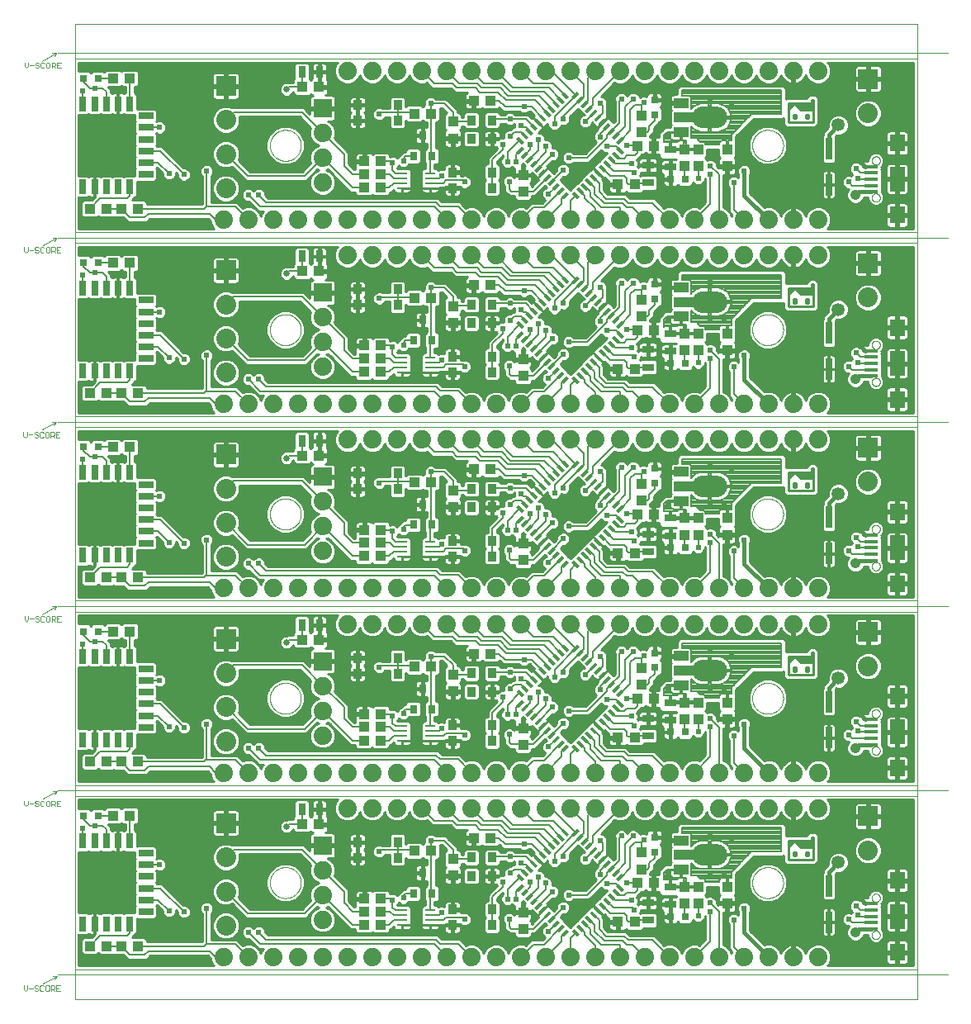
<source format=gtl>
G75*
%MOIN*%
%OFA0B0*%
%FSLAX25Y25*%
%IPPOS*%
%LPD*%
%AMOC8*
5,1,8,0,0,1.08239X$1,22.5*
%
%ADD10C,0.00000*%
%ADD11C,0.00200*%
%ADD12R,0.04331X0.03937*%
%ADD13R,0.03937X0.04331*%
%ADD14R,0.03150X0.03150*%
%ADD15R,0.04724X0.03150*%
%ADD16C,0.07400*%
%ADD17R,0.05906X0.03937*%
%ADD18R,0.07874X0.03937*%
%ADD19C,0.08661*%
%ADD20R,0.03150X0.01378*%
%ADD21R,0.08000X0.08000*%
%ADD22C,0.08000*%
%ADD23R,0.04200X0.01000*%
%ADD24R,0.07400X0.07400*%
%ADD25C,0.01000*%
%ADD26R,0.02559X0.08661*%
%ADD27R,0.02756X0.05906*%
%ADD28R,0.05906X0.02756*%
%ADD29R,0.05709X0.01575*%
%ADD30R,0.05906X0.07087*%
%ADD31R,0.05906X0.09843*%
%ADD32R,0.03150X0.03543*%
%ADD33R,0.03150X0.04724*%
%ADD34R,0.03543X0.03937*%
%ADD35C,0.00700*%
%ADD36C,0.01600*%
%ADD37C,0.02400*%
%ADD38C,0.00800*%
%ADD39C,0.02500*%
%ADD40C,0.05315*%
%ADD41C,0.04134*%
D10*
X0011100Y0007400D02*
X0016600Y0010500D01*
X0015800Y0009200D01*
X0015100Y0010500D02*
X0016600Y0010500D01*
X0016900Y0011000D02*
X0376300Y0011000D01*
X0363900Y0013200D02*
X0023900Y0013200D01*
X0023900Y0083200D01*
X0363900Y0083200D01*
X0363900Y0013200D01*
X0363900Y0001000D02*
X0363900Y0394701D01*
X0023900Y0394701D01*
X0023900Y0001000D01*
X0363900Y0001000D01*
X0345566Y0027120D02*
X0345568Y0027201D01*
X0345574Y0027283D01*
X0345584Y0027364D01*
X0345598Y0027444D01*
X0345615Y0027523D01*
X0345637Y0027602D01*
X0345662Y0027679D01*
X0345691Y0027756D01*
X0345724Y0027830D01*
X0345761Y0027903D01*
X0345800Y0027974D01*
X0345844Y0028043D01*
X0345890Y0028110D01*
X0345940Y0028174D01*
X0345993Y0028236D01*
X0346049Y0028296D01*
X0346107Y0028352D01*
X0346169Y0028406D01*
X0346233Y0028457D01*
X0346299Y0028504D01*
X0346367Y0028548D01*
X0346438Y0028589D01*
X0346510Y0028626D01*
X0346585Y0028660D01*
X0346660Y0028690D01*
X0346738Y0028716D01*
X0346816Y0028739D01*
X0346895Y0028757D01*
X0346975Y0028772D01*
X0347056Y0028783D01*
X0347137Y0028790D01*
X0347219Y0028793D01*
X0347300Y0028792D01*
X0347381Y0028787D01*
X0347462Y0028778D01*
X0347543Y0028765D01*
X0347623Y0028748D01*
X0347701Y0028728D01*
X0347779Y0028703D01*
X0347856Y0028675D01*
X0347931Y0028643D01*
X0348004Y0028608D01*
X0348075Y0028569D01*
X0348145Y0028526D01*
X0348212Y0028481D01*
X0348278Y0028432D01*
X0348340Y0028380D01*
X0348400Y0028324D01*
X0348457Y0028266D01*
X0348512Y0028206D01*
X0348563Y0028142D01*
X0348611Y0028077D01*
X0348656Y0028009D01*
X0348698Y0027939D01*
X0348736Y0027867D01*
X0348771Y0027793D01*
X0348802Y0027718D01*
X0348829Y0027641D01*
X0348852Y0027563D01*
X0348872Y0027484D01*
X0348888Y0027404D01*
X0348900Y0027323D01*
X0348908Y0027242D01*
X0348912Y0027161D01*
X0348912Y0027079D01*
X0348908Y0026998D01*
X0348900Y0026917D01*
X0348888Y0026836D01*
X0348872Y0026756D01*
X0348852Y0026677D01*
X0348829Y0026599D01*
X0348802Y0026522D01*
X0348771Y0026447D01*
X0348736Y0026373D01*
X0348698Y0026301D01*
X0348656Y0026231D01*
X0348611Y0026163D01*
X0348563Y0026098D01*
X0348512Y0026034D01*
X0348457Y0025974D01*
X0348400Y0025916D01*
X0348340Y0025860D01*
X0348278Y0025808D01*
X0348212Y0025759D01*
X0348145Y0025714D01*
X0348076Y0025671D01*
X0348004Y0025632D01*
X0347931Y0025597D01*
X0347856Y0025565D01*
X0347779Y0025537D01*
X0347701Y0025512D01*
X0347623Y0025492D01*
X0347543Y0025475D01*
X0347462Y0025462D01*
X0347381Y0025453D01*
X0347300Y0025448D01*
X0347219Y0025447D01*
X0347137Y0025450D01*
X0347056Y0025457D01*
X0346975Y0025468D01*
X0346895Y0025483D01*
X0346816Y0025501D01*
X0346738Y0025524D01*
X0346660Y0025550D01*
X0346585Y0025580D01*
X0346510Y0025614D01*
X0346438Y0025651D01*
X0346367Y0025692D01*
X0346299Y0025736D01*
X0346233Y0025783D01*
X0346169Y0025834D01*
X0346107Y0025888D01*
X0346049Y0025944D01*
X0345993Y0026004D01*
X0345940Y0026066D01*
X0345890Y0026130D01*
X0345844Y0026197D01*
X0345800Y0026266D01*
X0345761Y0026337D01*
X0345724Y0026410D01*
X0345691Y0026484D01*
X0345662Y0026561D01*
X0345637Y0026638D01*
X0345615Y0026717D01*
X0345598Y0026796D01*
X0345584Y0026876D01*
X0345574Y0026957D01*
X0345568Y0027039D01*
X0345566Y0027120D01*
X0345566Y0042080D02*
X0345568Y0042161D01*
X0345574Y0042243D01*
X0345584Y0042324D01*
X0345598Y0042404D01*
X0345615Y0042483D01*
X0345637Y0042562D01*
X0345662Y0042639D01*
X0345691Y0042716D01*
X0345724Y0042790D01*
X0345761Y0042863D01*
X0345800Y0042934D01*
X0345844Y0043003D01*
X0345890Y0043070D01*
X0345940Y0043134D01*
X0345993Y0043196D01*
X0346049Y0043256D01*
X0346107Y0043312D01*
X0346169Y0043366D01*
X0346233Y0043417D01*
X0346299Y0043464D01*
X0346367Y0043508D01*
X0346438Y0043549D01*
X0346510Y0043586D01*
X0346585Y0043620D01*
X0346660Y0043650D01*
X0346738Y0043676D01*
X0346816Y0043699D01*
X0346895Y0043717D01*
X0346975Y0043732D01*
X0347056Y0043743D01*
X0347137Y0043750D01*
X0347219Y0043753D01*
X0347300Y0043752D01*
X0347381Y0043747D01*
X0347462Y0043738D01*
X0347543Y0043725D01*
X0347623Y0043708D01*
X0347701Y0043688D01*
X0347779Y0043663D01*
X0347856Y0043635D01*
X0347931Y0043603D01*
X0348004Y0043568D01*
X0348075Y0043529D01*
X0348145Y0043486D01*
X0348212Y0043441D01*
X0348278Y0043392D01*
X0348340Y0043340D01*
X0348400Y0043284D01*
X0348457Y0043226D01*
X0348512Y0043166D01*
X0348563Y0043102D01*
X0348611Y0043037D01*
X0348656Y0042969D01*
X0348698Y0042899D01*
X0348736Y0042827D01*
X0348771Y0042753D01*
X0348802Y0042678D01*
X0348829Y0042601D01*
X0348852Y0042523D01*
X0348872Y0042444D01*
X0348888Y0042364D01*
X0348900Y0042283D01*
X0348908Y0042202D01*
X0348912Y0042121D01*
X0348912Y0042039D01*
X0348908Y0041958D01*
X0348900Y0041877D01*
X0348888Y0041796D01*
X0348872Y0041716D01*
X0348852Y0041637D01*
X0348829Y0041559D01*
X0348802Y0041482D01*
X0348771Y0041407D01*
X0348736Y0041333D01*
X0348698Y0041261D01*
X0348656Y0041191D01*
X0348611Y0041123D01*
X0348563Y0041058D01*
X0348512Y0040994D01*
X0348457Y0040934D01*
X0348400Y0040876D01*
X0348340Y0040820D01*
X0348278Y0040768D01*
X0348212Y0040719D01*
X0348145Y0040674D01*
X0348076Y0040631D01*
X0348004Y0040592D01*
X0347931Y0040557D01*
X0347856Y0040525D01*
X0347779Y0040497D01*
X0347701Y0040472D01*
X0347623Y0040452D01*
X0347543Y0040435D01*
X0347462Y0040422D01*
X0347381Y0040413D01*
X0347300Y0040408D01*
X0347219Y0040407D01*
X0347137Y0040410D01*
X0347056Y0040417D01*
X0346975Y0040428D01*
X0346895Y0040443D01*
X0346816Y0040461D01*
X0346738Y0040484D01*
X0346660Y0040510D01*
X0346585Y0040540D01*
X0346510Y0040574D01*
X0346438Y0040611D01*
X0346367Y0040652D01*
X0346299Y0040696D01*
X0346233Y0040743D01*
X0346169Y0040794D01*
X0346107Y0040848D01*
X0346049Y0040904D01*
X0345993Y0040964D01*
X0345940Y0041026D01*
X0345890Y0041090D01*
X0345844Y0041157D01*
X0345800Y0041226D01*
X0345761Y0041297D01*
X0345724Y0041370D01*
X0345691Y0041444D01*
X0345662Y0041521D01*
X0345637Y0041598D01*
X0345615Y0041677D01*
X0345598Y0041756D01*
X0345584Y0041836D01*
X0345574Y0041917D01*
X0345568Y0041999D01*
X0345566Y0042080D01*
X0376300Y0085400D02*
X0016900Y0085400D01*
X0016600Y0085200D02*
X0015800Y0083900D01*
X0015100Y0085200D02*
X0016600Y0085200D01*
X0011100Y0082100D01*
X0023900Y0087600D02*
X0023900Y0157600D01*
X0363900Y0157600D01*
X0363900Y0087600D01*
X0023900Y0087600D01*
X0010800Y0156600D02*
X0016300Y0159700D01*
X0015500Y0158400D01*
X0014800Y0159700D02*
X0016300Y0159700D01*
X0016900Y0159800D02*
X0376300Y0159800D01*
X0363900Y0162000D02*
X0023900Y0162000D01*
X0023900Y0232000D01*
X0363900Y0232000D01*
X0363900Y0162000D01*
X0345566Y0175920D02*
X0345568Y0176001D01*
X0345574Y0176083D01*
X0345584Y0176164D01*
X0345598Y0176244D01*
X0345615Y0176323D01*
X0345637Y0176402D01*
X0345662Y0176479D01*
X0345691Y0176556D01*
X0345724Y0176630D01*
X0345761Y0176703D01*
X0345800Y0176774D01*
X0345844Y0176843D01*
X0345890Y0176910D01*
X0345940Y0176974D01*
X0345993Y0177036D01*
X0346049Y0177096D01*
X0346107Y0177152D01*
X0346169Y0177206D01*
X0346233Y0177257D01*
X0346299Y0177304D01*
X0346367Y0177348D01*
X0346438Y0177389D01*
X0346510Y0177426D01*
X0346585Y0177460D01*
X0346660Y0177490D01*
X0346738Y0177516D01*
X0346816Y0177539D01*
X0346895Y0177557D01*
X0346975Y0177572D01*
X0347056Y0177583D01*
X0347137Y0177590D01*
X0347219Y0177593D01*
X0347300Y0177592D01*
X0347381Y0177587D01*
X0347462Y0177578D01*
X0347543Y0177565D01*
X0347623Y0177548D01*
X0347701Y0177528D01*
X0347779Y0177503D01*
X0347856Y0177475D01*
X0347931Y0177443D01*
X0348004Y0177408D01*
X0348075Y0177369D01*
X0348145Y0177326D01*
X0348212Y0177281D01*
X0348278Y0177232D01*
X0348340Y0177180D01*
X0348400Y0177124D01*
X0348457Y0177066D01*
X0348512Y0177006D01*
X0348563Y0176942D01*
X0348611Y0176877D01*
X0348656Y0176809D01*
X0348698Y0176739D01*
X0348736Y0176667D01*
X0348771Y0176593D01*
X0348802Y0176518D01*
X0348829Y0176441D01*
X0348852Y0176363D01*
X0348872Y0176284D01*
X0348888Y0176204D01*
X0348900Y0176123D01*
X0348908Y0176042D01*
X0348912Y0175961D01*
X0348912Y0175879D01*
X0348908Y0175798D01*
X0348900Y0175717D01*
X0348888Y0175636D01*
X0348872Y0175556D01*
X0348852Y0175477D01*
X0348829Y0175399D01*
X0348802Y0175322D01*
X0348771Y0175247D01*
X0348736Y0175173D01*
X0348698Y0175101D01*
X0348656Y0175031D01*
X0348611Y0174963D01*
X0348563Y0174898D01*
X0348512Y0174834D01*
X0348457Y0174774D01*
X0348400Y0174716D01*
X0348340Y0174660D01*
X0348278Y0174608D01*
X0348212Y0174559D01*
X0348145Y0174514D01*
X0348076Y0174471D01*
X0348004Y0174432D01*
X0347931Y0174397D01*
X0347856Y0174365D01*
X0347779Y0174337D01*
X0347701Y0174312D01*
X0347623Y0174292D01*
X0347543Y0174275D01*
X0347462Y0174262D01*
X0347381Y0174253D01*
X0347300Y0174248D01*
X0347219Y0174247D01*
X0347137Y0174250D01*
X0347056Y0174257D01*
X0346975Y0174268D01*
X0346895Y0174283D01*
X0346816Y0174301D01*
X0346738Y0174324D01*
X0346660Y0174350D01*
X0346585Y0174380D01*
X0346510Y0174414D01*
X0346438Y0174451D01*
X0346367Y0174492D01*
X0346299Y0174536D01*
X0346233Y0174583D01*
X0346169Y0174634D01*
X0346107Y0174688D01*
X0346049Y0174744D01*
X0345993Y0174804D01*
X0345940Y0174866D01*
X0345890Y0174930D01*
X0345844Y0174997D01*
X0345800Y0175066D01*
X0345761Y0175137D01*
X0345724Y0175210D01*
X0345691Y0175284D01*
X0345662Y0175361D01*
X0345637Y0175438D01*
X0345615Y0175517D01*
X0345598Y0175596D01*
X0345584Y0175676D01*
X0345574Y0175757D01*
X0345568Y0175839D01*
X0345566Y0175920D01*
X0345566Y0190880D02*
X0345568Y0190961D01*
X0345574Y0191043D01*
X0345584Y0191124D01*
X0345598Y0191204D01*
X0345615Y0191283D01*
X0345637Y0191362D01*
X0345662Y0191439D01*
X0345691Y0191516D01*
X0345724Y0191590D01*
X0345761Y0191663D01*
X0345800Y0191734D01*
X0345844Y0191803D01*
X0345890Y0191870D01*
X0345940Y0191934D01*
X0345993Y0191996D01*
X0346049Y0192056D01*
X0346107Y0192112D01*
X0346169Y0192166D01*
X0346233Y0192217D01*
X0346299Y0192264D01*
X0346367Y0192308D01*
X0346438Y0192349D01*
X0346510Y0192386D01*
X0346585Y0192420D01*
X0346660Y0192450D01*
X0346738Y0192476D01*
X0346816Y0192499D01*
X0346895Y0192517D01*
X0346975Y0192532D01*
X0347056Y0192543D01*
X0347137Y0192550D01*
X0347219Y0192553D01*
X0347300Y0192552D01*
X0347381Y0192547D01*
X0347462Y0192538D01*
X0347543Y0192525D01*
X0347623Y0192508D01*
X0347701Y0192488D01*
X0347779Y0192463D01*
X0347856Y0192435D01*
X0347931Y0192403D01*
X0348004Y0192368D01*
X0348075Y0192329D01*
X0348145Y0192286D01*
X0348212Y0192241D01*
X0348278Y0192192D01*
X0348340Y0192140D01*
X0348400Y0192084D01*
X0348457Y0192026D01*
X0348512Y0191966D01*
X0348563Y0191902D01*
X0348611Y0191837D01*
X0348656Y0191769D01*
X0348698Y0191699D01*
X0348736Y0191627D01*
X0348771Y0191553D01*
X0348802Y0191478D01*
X0348829Y0191401D01*
X0348852Y0191323D01*
X0348872Y0191244D01*
X0348888Y0191164D01*
X0348900Y0191083D01*
X0348908Y0191002D01*
X0348912Y0190921D01*
X0348912Y0190839D01*
X0348908Y0190758D01*
X0348900Y0190677D01*
X0348888Y0190596D01*
X0348872Y0190516D01*
X0348852Y0190437D01*
X0348829Y0190359D01*
X0348802Y0190282D01*
X0348771Y0190207D01*
X0348736Y0190133D01*
X0348698Y0190061D01*
X0348656Y0189991D01*
X0348611Y0189923D01*
X0348563Y0189858D01*
X0348512Y0189794D01*
X0348457Y0189734D01*
X0348400Y0189676D01*
X0348340Y0189620D01*
X0348278Y0189568D01*
X0348212Y0189519D01*
X0348145Y0189474D01*
X0348076Y0189431D01*
X0348004Y0189392D01*
X0347931Y0189357D01*
X0347856Y0189325D01*
X0347779Y0189297D01*
X0347701Y0189272D01*
X0347623Y0189252D01*
X0347543Y0189235D01*
X0347462Y0189222D01*
X0347381Y0189213D01*
X0347300Y0189208D01*
X0347219Y0189207D01*
X0347137Y0189210D01*
X0347056Y0189217D01*
X0346975Y0189228D01*
X0346895Y0189243D01*
X0346816Y0189261D01*
X0346738Y0189284D01*
X0346660Y0189310D01*
X0346585Y0189340D01*
X0346510Y0189374D01*
X0346438Y0189411D01*
X0346367Y0189452D01*
X0346299Y0189496D01*
X0346233Y0189543D01*
X0346169Y0189594D01*
X0346107Y0189648D01*
X0346049Y0189704D01*
X0345993Y0189764D01*
X0345940Y0189826D01*
X0345890Y0189890D01*
X0345844Y0189957D01*
X0345800Y0190026D01*
X0345761Y0190097D01*
X0345724Y0190170D01*
X0345691Y0190244D01*
X0345662Y0190321D01*
X0345637Y0190398D01*
X0345615Y0190477D01*
X0345598Y0190556D01*
X0345584Y0190636D01*
X0345574Y0190717D01*
X0345568Y0190799D01*
X0345566Y0190880D01*
X0297350Y0197000D02*
X0297352Y0197158D01*
X0297358Y0197315D01*
X0297368Y0197473D01*
X0297382Y0197630D01*
X0297400Y0197786D01*
X0297421Y0197943D01*
X0297447Y0198098D01*
X0297477Y0198253D01*
X0297510Y0198407D01*
X0297548Y0198560D01*
X0297589Y0198713D01*
X0297634Y0198864D01*
X0297683Y0199014D01*
X0297736Y0199162D01*
X0297792Y0199310D01*
X0297853Y0199455D01*
X0297916Y0199600D01*
X0297984Y0199742D01*
X0298055Y0199883D01*
X0298129Y0200022D01*
X0298207Y0200159D01*
X0298289Y0200294D01*
X0298373Y0200427D01*
X0298462Y0200558D01*
X0298553Y0200686D01*
X0298648Y0200813D01*
X0298745Y0200936D01*
X0298846Y0201058D01*
X0298950Y0201176D01*
X0299057Y0201292D01*
X0299167Y0201405D01*
X0299279Y0201516D01*
X0299395Y0201623D01*
X0299513Y0201728D01*
X0299633Y0201830D01*
X0299756Y0201928D01*
X0299882Y0202024D01*
X0300010Y0202116D01*
X0300140Y0202205D01*
X0300272Y0202291D01*
X0300407Y0202373D01*
X0300544Y0202452D01*
X0300682Y0202527D01*
X0300822Y0202599D01*
X0300965Y0202667D01*
X0301108Y0202732D01*
X0301254Y0202793D01*
X0301401Y0202850D01*
X0301549Y0202904D01*
X0301699Y0202954D01*
X0301849Y0203000D01*
X0302001Y0203042D01*
X0302154Y0203081D01*
X0302308Y0203115D01*
X0302463Y0203146D01*
X0302618Y0203172D01*
X0302774Y0203195D01*
X0302931Y0203214D01*
X0303088Y0203229D01*
X0303245Y0203240D01*
X0303403Y0203247D01*
X0303561Y0203250D01*
X0303718Y0203249D01*
X0303876Y0203244D01*
X0304033Y0203235D01*
X0304191Y0203222D01*
X0304347Y0203205D01*
X0304504Y0203184D01*
X0304659Y0203160D01*
X0304814Y0203131D01*
X0304969Y0203098D01*
X0305122Y0203062D01*
X0305275Y0203021D01*
X0305426Y0202977D01*
X0305576Y0202929D01*
X0305725Y0202878D01*
X0305873Y0202822D01*
X0306019Y0202763D01*
X0306164Y0202700D01*
X0306307Y0202633D01*
X0306448Y0202563D01*
X0306587Y0202490D01*
X0306725Y0202413D01*
X0306861Y0202332D01*
X0306994Y0202248D01*
X0307125Y0202161D01*
X0307254Y0202070D01*
X0307381Y0201976D01*
X0307506Y0201879D01*
X0307627Y0201779D01*
X0307747Y0201676D01*
X0307863Y0201570D01*
X0307977Y0201461D01*
X0308089Y0201349D01*
X0308197Y0201235D01*
X0308302Y0201117D01*
X0308405Y0200997D01*
X0308504Y0200875D01*
X0308600Y0200750D01*
X0308693Y0200622D01*
X0308783Y0200493D01*
X0308869Y0200361D01*
X0308953Y0200227D01*
X0309032Y0200091D01*
X0309109Y0199953D01*
X0309181Y0199813D01*
X0309250Y0199671D01*
X0309316Y0199528D01*
X0309378Y0199383D01*
X0309436Y0199236D01*
X0309491Y0199088D01*
X0309542Y0198939D01*
X0309589Y0198788D01*
X0309632Y0198637D01*
X0309671Y0198484D01*
X0309707Y0198330D01*
X0309738Y0198176D01*
X0309766Y0198021D01*
X0309790Y0197865D01*
X0309810Y0197708D01*
X0309826Y0197551D01*
X0309838Y0197394D01*
X0309846Y0197237D01*
X0309850Y0197079D01*
X0309850Y0196921D01*
X0309846Y0196763D01*
X0309838Y0196606D01*
X0309826Y0196449D01*
X0309810Y0196292D01*
X0309790Y0196135D01*
X0309766Y0195979D01*
X0309738Y0195824D01*
X0309707Y0195670D01*
X0309671Y0195516D01*
X0309632Y0195363D01*
X0309589Y0195212D01*
X0309542Y0195061D01*
X0309491Y0194912D01*
X0309436Y0194764D01*
X0309378Y0194617D01*
X0309316Y0194472D01*
X0309250Y0194329D01*
X0309181Y0194187D01*
X0309109Y0194047D01*
X0309032Y0193909D01*
X0308953Y0193773D01*
X0308869Y0193639D01*
X0308783Y0193507D01*
X0308693Y0193378D01*
X0308600Y0193250D01*
X0308504Y0193125D01*
X0308405Y0193003D01*
X0308302Y0192883D01*
X0308197Y0192765D01*
X0308089Y0192651D01*
X0307977Y0192539D01*
X0307863Y0192430D01*
X0307747Y0192324D01*
X0307627Y0192221D01*
X0307506Y0192121D01*
X0307381Y0192024D01*
X0307254Y0191930D01*
X0307125Y0191839D01*
X0306994Y0191752D01*
X0306861Y0191668D01*
X0306725Y0191587D01*
X0306587Y0191510D01*
X0306448Y0191437D01*
X0306307Y0191367D01*
X0306164Y0191300D01*
X0306019Y0191237D01*
X0305873Y0191178D01*
X0305725Y0191122D01*
X0305576Y0191071D01*
X0305426Y0191023D01*
X0305275Y0190979D01*
X0305122Y0190938D01*
X0304969Y0190902D01*
X0304814Y0190869D01*
X0304659Y0190840D01*
X0304504Y0190816D01*
X0304347Y0190795D01*
X0304191Y0190778D01*
X0304033Y0190765D01*
X0303876Y0190756D01*
X0303718Y0190751D01*
X0303561Y0190750D01*
X0303403Y0190753D01*
X0303245Y0190760D01*
X0303088Y0190771D01*
X0302931Y0190786D01*
X0302774Y0190805D01*
X0302618Y0190828D01*
X0302463Y0190854D01*
X0302308Y0190885D01*
X0302154Y0190919D01*
X0302001Y0190958D01*
X0301849Y0191000D01*
X0301699Y0191046D01*
X0301549Y0191096D01*
X0301401Y0191150D01*
X0301254Y0191207D01*
X0301108Y0191268D01*
X0300965Y0191333D01*
X0300822Y0191401D01*
X0300682Y0191473D01*
X0300544Y0191548D01*
X0300407Y0191627D01*
X0300272Y0191709D01*
X0300140Y0191795D01*
X0300010Y0191884D01*
X0299882Y0191976D01*
X0299756Y0192072D01*
X0299633Y0192170D01*
X0299513Y0192272D01*
X0299395Y0192377D01*
X0299279Y0192484D01*
X0299167Y0192595D01*
X0299057Y0192708D01*
X0298950Y0192824D01*
X0298846Y0192942D01*
X0298745Y0193064D01*
X0298648Y0193187D01*
X0298553Y0193314D01*
X0298462Y0193442D01*
X0298373Y0193573D01*
X0298289Y0193706D01*
X0298207Y0193841D01*
X0298129Y0193978D01*
X0298055Y0194117D01*
X0297984Y0194258D01*
X0297916Y0194400D01*
X0297853Y0194545D01*
X0297792Y0194690D01*
X0297736Y0194838D01*
X0297683Y0194986D01*
X0297634Y0195136D01*
X0297589Y0195287D01*
X0297548Y0195440D01*
X0297510Y0195593D01*
X0297477Y0195747D01*
X0297447Y0195902D01*
X0297421Y0196057D01*
X0297400Y0196214D01*
X0297382Y0196370D01*
X0297368Y0196527D01*
X0297358Y0196685D01*
X0297352Y0196842D01*
X0297350Y0197000D01*
X0345566Y0250320D02*
X0345568Y0250401D01*
X0345574Y0250483D01*
X0345584Y0250564D01*
X0345598Y0250644D01*
X0345615Y0250723D01*
X0345637Y0250802D01*
X0345662Y0250879D01*
X0345691Y0250956D01*
X0345724Y0251030D01*
X0345761Y0251103D01*
X0345800Y0251174D01*
X0345844Y0251243D01*
X0345890Y0251310D01*
X0345940Y0251374D01*
X0345993Y0251436D01*
X0346049Y0251496D01*
X0346107Y0251552D01*
X0346169Y0251606D01*
X0346233Y0251657D01*
X0346299Y0251704D01*
X0346367Y0251748D01*
X0346438Y0251789D01*
X0346510Y0251826D01*
X0346585Y0251860D01*
X0346660Y0251890D01*
X0346738Y0251916D01*
X0346816Y0251939D01*
X0346895Y0251957D01*
X0346975Y0251972D01*
X0347056Y0251983D01*
X0347137Y0251990D01*
X0347219Y0251993D01*
X0347300Y0251992D01*
X0347381Y0251987D01*
X0347462Y0251978D01*
X0347543Y0251965D01*
X0347623Y0251948D01*
X0347701Y0251928D01*
X0347779Y0251903D01*
X0347856Y0251875D01*
X0347931Y0251843D01*
X0348004Y0251808D01*
X0348075Y0251769D01*
X0348145Y0251726D01*
X0348212Y0251681D01*
X0348278Y0251632D01*
X0348340Y0251580D01*
X0348400Y0251524D01*
X0348457Y0251466D01*
X0348512Y0251406D01*
X0348563Y0251342D01*
X0348611Y0251277D01*
X0348656Y0251209D01*
X0348698Y0251139D01*
X0348736Y0251067D01*
X0348771Y0250993D01*
X0348802Y0250918D01*
X0348829Y0250841D01*
X0348852Y0250763D01*
X0348872Y0250684D01*
X0348888Y0250604D01*
X0348900Y0250523D01*
X0348908Y0250442D01*
X0348912Y0250361D01*
X0348912Y0250279D01*
X0348908Y0250198D01*
X0348900Y0250117D01*
X0348888Y0250036D01*
X0348872Y0249956D01*
X0348852Y0249877D01*
X0348829Y0249799D01*
X0348802Y0249722D01*
X0348771Y0249647D01*
X0348736Y0249573D01*
X0348698Y0249501D01*
X0348656Y0249431D01*
X0348611Y0249363D01*
X0348563Y0249298D01*
X0348512Y0249234D01*
X0348457Y0249174D01*
X0348400Y0249116D01*
X0348340Y0249060D01*
X0348278Y0249008D01*
X0348212Y0248959D01*
X0348145Y0248914D01*
X0348076Y0248871D01*
X0348004Y0248832D01*
X0347931Y0248797D01*
X0347856Y0248765D01*
X0347779Y0248737D01*
X0347701Y0248712D01*
X0347623Y0248692D01*
X0347543Y0248675D01*
X0347462Y0248662D01*
X0347381Y0248653D01*
X0347300Y0248648D01*
X0347219Y0248647D01*
X0347137Y0248650D01*
X0347056Y0248657D01*
X0346975Y0248668D01*
X0346895Y0248683D01*
X0346816Y0248701D01*
X0346738Y0248724D01*
X0346660Y0248750D01*
X0346585Y0248780D01*
X0346510Y0248814D01*
X0346438Y0248851D01*
X0346367Y0248892D01*
X0346299Y0248936D01*
X0346233Y0248983D01*
X0346169Y0249034D01*
X0346107Y0249088D01*
X0346049Y0249144D01*
X0345993Y0249204D01*
X0345940Y0249266D01*
X0345890Y0249330D01*
X0345844Y0249397D01*
X0345800Y0249466D01*
X0345761Y0249537D01*
X0345724Y0249610D01*
X0345691Y0249684D01*
X0345662Y0249761D01*
X0345637Y0249838D01*
X0345615Y0249917D01*
X0345598Y0249996D01*
X0345584Y0250076D01*
X0345574Y0250157D01*
X0345568Y0250239D01*
X0345566Y0250320D01*
X0345566Y0265280D02*
X0345568Y0265361D01*
X0345574Y0265443D01*
X0345584Y0265524D01*
X0345598Y0265604D01*
X0345615Y0265683D01*
X0345637Y0265762D01*
X0345662Y0265839D01*
X0345691Y0265916D01*
X0345724Y0265990D01*
X0345761Y0266063D01*
X0345800Y0266134D01*
X0345844Y0266203D01*
X0345890Y0266270D01*
X0345940Y0266334D01*
X0345993Y0266396D01*
X0346049Y0266456D01*
X0346107Y0266512D01*
X0346169Y0266566D01*
X0346233Y0266617D01*
X0346299Y0266664D01*
X0346367Y0266708D01*
X0346438Y0266749D01*
X0346510Y0266786D01*
X0346585Y0266820D01*
X0346660Y0266850D01*
X0346738Y0266876D01*
X0346816Y0266899D01*
X0346895Y0266917D01*
X0346975Y0266932D01*
X0347056Y0266943D01*
X0347137Y0266950D01*
X0347219Y0266953D01*
X0347300Y0266952D01*
X0347381Y0266947D01*
X0347462Y0266938D01*
X0347543Y0266925D01*
X0347623Y0266908D01*
X0347701Y0266888D01*
X0347779Y0266863D01*
X0347856Y0266835D01*
X0347931Y0266803D01*
X0348004Y0266768D01*
X0348075Y0266729D01*
X0348145Y0266686D01*
X0348212Y0266641D01*
X0348278Y0266592D01*
X0348340Y0266540D01*
X0348400Y0266484D01*
X0348457Y0266426D01*
X0348512Y0266366D01*
X0348563Y0266302D01*
X0348611Y0266237D01*
X0348656Y0266169D01*
X0348698Y0266099D01*
X0348736Y0266027D01*
X0348771Y0265953D01*
X0348802Y0265878D01*
X0348829Y0265801D01*
X0348852Y0265723D01*
X0348872Y0265644D01*
X0348888Y0265564D01*
X0348900Y0265483D01*
X0348908Y0265402D01*
X0348912Y0265321D01*
X0348912Y0265239D01*
X0348908Y0265158D01*
X0348900Y0265077D01*
X0348888Y0264996D01*
X0348872Y0264916D01*
X0348852Y0264837D01*
X0348829Y0264759D01*
X0348802Y0264682D01*
X0348771Y0264607D01*
X0348736Y0264533D01*
X0348698Y0264461D01*
X0348656Y0264391D01*
X0348611Y0264323D01*
X0348563Y0264258D01*
X0348512Y0264194D01*
X0348457Y0264134D01*
X0348400Y0264076D01*
X0348340Y0264020D01*
X0348278Y0263968D01*
X0348212Y0263919D01*
X0348145Y0263874D01*
X0348076Y0263831D01*
X0348004Y0263792D01*
X0347931Y0263757D01*
X0347856Y0263725D01*
X0347779Y0263697D01*
X0347701Y0263672D01*
X0347623Y0263652D01*
X0347543Y0263635D01*
X0347462Y0263622D01*
X0347381Y0263613D01*
X0347300Y0263608D01*
X0347219Y0263607D01*
X0347137Y0263610D01*
X0347056Y0263617D01*
X0346975Y0263628D01*
X0346895Y0263643D01*
X0346816Y0263661D01*
X0346738Y0263684D01*
X0346660Y0263710D01*
X0346585Y0263740D01*
X0346510Y0263774D01*
X0346438Y0263811D01*
X0346367Y0263852D01*
X0346299Y0263896D01*
X0346233Y0263943D01*
X0346169Y0263994D01*
X0346107Y0264048D01*
X0346049Y0264104D01*
X0345993Y0264164D01*
X0345940Y0264226D01*
X0345890Y0264290D01*
X0345844Y0264357D01*
X0345800Y0264426D01*
X0345761Y0264497D01*
X0345724Y0264570D01*
X0345691Y0264644D01*
X0345662Y0264721D01*
X0345637Y0264798D01*
X0345615Y0264877D01*
X0345598Y0264956D01*
X0345584Y0265036D01*
X0345574Y0265117D01*
X0345568Y0265199D01*
X0345566Y0265280D01*
X0363900Y0236400D02*
X0023900Y0236400D01*
X0023900Y0306400D01*
X0363900Y0306400D01*
X0363900Y0236400D01*
X0376300Y0234200D02*
X0016900Y0234200D01*
X0016200Y0234100D02*
X0015400Y0232800D01*
X0014700Y0234100D02*
X0016200Y0234100D01*
X0010700Y0231000D01*
X0010900Y0305400D02*
X0016400Y0308500D01*
X0015600Y0307200D01*
X0014900Y0308500D02*
X0016400Y0308500D01*
X0016900Y0308600D02*
X0376300Y0308600D01*
X0363900Y0310800D02*
X0023900Y0310800D01*
X0023900Y0380800D01*
X0363900Y0380800D01*
X0363900Y0310800D01*
X0345566Y0324720D02*
X0345568Y0324801D01*
X0345574Y0324883D01*
X0345584Y0324964D01*
X0345598Y0325044D01*
X0345615Y0325123D01*
X0345637Y0325202D01*
X0345662Y0325279D01*
X0345691Y0325356D01*
X0345724Y0325430D01*
X0345761Y0325503D01*
X0345800Y0325574D01*
X0345844Y0325643D01*
X0345890Y0325710D01*
X0345940Y0325774D01*
X0345993Y0325836D01*
X0346049Y0325896D01*
X0346107Y0325952D01*
X0346169Y0326006D01*
X0346233Y0326057D01*
X0346299Y0326104D01*
X0346367Y0326148D01*
X0346438Y0326189D01*
X0346510Y0326226D01*
X0346585Y0326260D01*
X0346660Y0326290D01*
X0346738Y0326316D01*
X0346816Y0326339D01*
X0346895Y0326357D01*
X0346975Y0326372D01*
X0347056Y0326383D01*
X0347137Y0326390D01*
X0347219Y0326393D01*
X0347300Y0326392D01*
X0347381Y0326387D01*
X0347462Y0326378D01*
X0347543Y0326365D01*
X0347623Y0326348D01*
X0347701Y0326328D01*
X0347779Y0326303D01*
X0347856Y0326275D01*
X0347931Y0326243D01*
X0348004Y0326208D01*
X0348075Y0326169D01*
X0348145Y0326126D01*
X0348212Y0326081D01*
X0348278Y0326032D01*
X0348340Y0325980D01*
X0348400Y0325924D01*
X0348457Y0325866D01*
X0348512Y0325806D01*
X0348563Y0325742D01*
X0348611Y0325677D01*
X0348656Y0325609D01*
X0348698Y0325539D01*
X0348736Y0325467D01*
X0348771Y0325393D01*
X0348802Y0325318D01*
X0348829Y0325241D01*
X0348852Y0325163D01*
X0348872Y0325084D01*
X0348888Y0325004D01*
X0348900Y0324923D01*
X0348908Y0324842D01*
X0348912Y0324761D01*
X0348912Y0324679D01*
X0348908Y0324598D01*
X0348900Y0324517D01*
X0348888Y0324436D01*
X0348872Y0324356D01*
X0348852Y0324277D01*
X0348829Y0324199D01*
X0348802Y0324122D01*
X0348771Y0324047D01*
X0348736Y0323973D01*
X0348698Y0323901D01*
X0348656Y0323831D01*
X0348611Y0323763D01*
X0348563Y0323698D01*
X0348512Y0323634D01*
X0348457Y0323574D01*
X0348400Y0323516D01*
X0348340Y0323460D01*
X0348278Y0323408D01*
X0348212Y0323359D01*
X0348145Y0323314D01*
X0348076Y0323271D01*
X0348004Y0323232D01*
X0347931Y0323197D01*
X0347856Y0323165D01*
X0347779Y0323137D01*
X0347701Y0323112D01*
X0347623Y0323092D01*
X0347543Y0323075D01*
X0347462Y0323062D01*
X0347381Y0323053D01*
X0347300Y0323048D01*
X0347219Y0323047D01*
X0347137Y0323050D01*
X0347056Y0323057D01*
X0346975Y0323068D01*
X0346895Y0323083D01*
X0346816Y0323101D01*
X0346738Y0323124D01*
X0346660Y0323150D01*
X0346585Y0323180D01*
X0346510Y0323214D01*
X0346438Y0323251D01*
X0346367Y0323292D01*
X0346299Y0323336D01*
X0346233Y0323383D01*
X0346169Y0323434D01*
X0346107Y0323488D01*
X0346049Y0323544D01*
X0345993Y0323604D01*
X0345940Y0323666D01*
X0345890Y0323730D01*
X0345844Y0323797D01*
X0345800Y0323866D01*
X0345761Y0323937D01*
X0345724Y0324010D01*
X0345691Y0324084D01*
X0345662Y0324161D01*
X0345637Y0324238D01*
X0345615Y0324317D01*
X0345598Y0324396D01*
X0345584Y0324476D01*
X0345574Y0324557D01*
X0345568Y0324639D01*
X0345566Y0324720D01*
X0345566Y0339680D02*
X0345568Y0339761D01*
X0345574Y0339843D01*
X0345584Y0339924D01*
X0345598Y0340004D01*
X0345615Y0340083D01*
X0345637Y0340162D01*
X0345662Y0340239D01*
X0345691Y0340316D01*
X0345724Y0340390D01*
X0345761Y0340463D01*
X0345800Y0340534D01*
X0345844Y0340603D01*
X0345890Y0340670D01*
X0345940Y0340734D01*
X0345993Y0340796D01*
X0346049Y0340856D01*
X0346107Y0340912D01*
X0346169Y0340966D01*
X0346233Y0341017D01*
X0346299Y0341064D01*
X0346367Y0341108D01*
X0346438Y0341149D01*
X0346510Y0341186D01*
X0346585Y0341220D01*
X0346660Y0341250D01*
X0346738Y0341276D01*
X0346816Y0341299D01*
X0346895Y0341317D01*
X0346975Y0341332D01*
X0347056Y0341343D01*
X0347137Y0341350D01*
X0347219Y0341353D01*
X0347300Y0341352D01*
X0347381Y0341347D01*
X0347462Y0341338D01*
X0347543Y0341325D01*
X0347623Y0341308D01*
X0347701Y0341288D01*
X0347779Y0341263D01*
X0347856Y0341235D01*
X0347931Y0341203D01*
X0348004Y0341168D01*
X0348075Y0341129D01*
X0348145Y0341086D01*
X0348212Y0341041D01*
X0348278Y0340992D01*
X0348340Y0340940D01*
X0348400Y0340884D01*
X0348457Y0340826D01*
X0348512Y0340766D01*
X0348563Y0340702D01*
X0348611Y0340637D01*
X0348656Y0340569D01*
X0348698Y0340499D01*
X0348736Y0340427D01*
X0348771Y0340353D01*
X0348802Y0340278D01*
X0348829Y0340201D01*
X0348852Y0340123D01*
X0348872Y0340044D01*
X0348888Y0339964D01*
X0348900Y0339883D01*
X0348908Y0339802D01*
X0348912Y0339721D01*
X0348912Y0339639D01*
X0348908Y0339558D01*
X0348900Y0339477D01*
X0348888Y0339396D01*
X0348872Y0339316D01*
X0348852Y0339237D01*
X0348829Y0339159D01*
X0348802Y0339082D01*
X0348771Y0339007D01*
X0348736Y0338933D01*
X0348698Y0338861D01*
X0348656Y0338791D01*
X0348611Y0338723D01*
X0348563Y0338658D01*
X0348512Y0338594D01*
X0348457Y0338534D01*
X0348400Y0338476D01*
X0348340Y0338420D01*
X0348278Y0338368D01*
X0348212Y0338319D01*
X0348145Y0338274D01*
X0348076Y0338231D01*
X0348004Y0338192D01*
X0347931Y0338157D01*
X0347856Y0338125D01*
X0347779Y0338097D01*
X0347701Y0338072D01*
X0347623Y0338052D01*
X0347543Y0338035D01*
X0347462Y0338022D01*
X0347381Y0338013D01*
X0347300Y0338008D01*
X0347219Y0338007D01*
X0347137Y0338010D01*
X0347056Y0338017D01*
X0346975Y0338028D01*
X0346895Y0338043D01*
X0346816Y0338061D01*
X0346738Y0338084D01*
X0346660Y0338110D01*
X0346585Y0338140D01*
X0346510Y0338174D01*
X0346438Y0338211D01*
X0346367Y0338252D01*
X0346299Y0338296D01*
X0346233Y0338343D01*
X0346169Y0338394D01*
X0346107Y0338448D01*
X0346049Y0338504D01*
X0345993Y0338564D01*
X0345940Y0338626D01*
X0345890Y0338690D01*
X0345844Y0338757D01*
X0345800Y0338826D01*
X0345761Y0338897D01*
X0345724Y0338970D01*
X0345691Y0339044D01*
X0345662Y0339121D01*
X0345637Y0339198D01*
X0345615Y0339277D01*
X0345598Y0339356D01*
X0345584Y0339436D01*
X0345574Y0339517D01*
X0345568Y0339599D01*
X0345566Y0339680D01*
X0376300Y0383000D02*
X0016900Y0383000D01*
X0016300Y0383000D02*
X0015500Y0381700D01*
X0014800Y0383000D02*
X0016300Y0383000D01*
X0010800Y0379900D01*
X0102650Y0345800D02*
X0102652Y0345958D01*
X0102658Y0346115D01*
X0102668Y0346273D01*
X0102682Y0346430D01*
X0102700Y0346586D01*
X0102721Y0346743D01*
X0102747Y0346898D01*
X0102777Y0347053D01*
X0102810Y0347207D01*
X0102848Y0347360D01*
X0102889Y0347513D01*
X0102934Y0347664D01*
X0102983Y0347814D01*
X0103036Y0347962D01*
X0103092Y0348110D01*
X0103153Y0348255D01*
X0103216Y0348400D01*
X0103284Y0348542D01*
X0103355Y0348683D01*
X0103429Y0348822D01*
X0103507Y0348959D01*
X0103589Y0349094D01*
X0103673Y0349227D01*
X0103762Y0349358D01*
X0103853Y0349486D01*
X0103948Y0349613D01*
X0104045Y0349736D01*
X0104146Y0349858D01*
X0104250Y0349976D01*
X0104357Y0350092D01*
X0104467Y0350205D01*
X0104579Y0350316D01*
X0104695Y0350423D01*
X0104813Y0350528D01*
X0104933Y0350630D01*
X0105056Y0350728D01*
X0105182Y0350824D01*
X0105310Y0350916D01*
X0105440Y0351005D01*
X0105572Y0351091D01*
X0105707Y0351173D01*
X0105844Y0351252D01*
X0105982Y0351327D01*
X0106122Y0351399D01*
X0106265Y0351467D01*
X0106408Y0351532D01*
X0106554Y0351593D01*
X0106701Y0351650D01*
X0106849Y0351704D01*
X0106999Y0351754D01*
X0107149Y0351800D01*
X0107301Y0351842D01*
X0107454Y0351881D01*
X0107608Y0351915D01*
X0107763Y0351946D01*
X0107918Y0351972D01*
X0108074Y0351995D01*
X0108231Y0352014D01*
X0108388Y0352029D01*
X0108545Y0352040D01*
X0108703Y0352047D01*
X0108861Y0352050D01*
X0109018Y0352049D01*
X0109176Y0352044D01*
X0109333Y0352035D01*
X0109491Y0352022D01*
X0109647Y0352005D01*
X0109804Y0351984D01*
X0109959Y0351960D01*
X0110114Y0351931D01*
X0110269Y0351898D01*
X0110422Y0351862D01*
X0110575Y0351821D01*
X0110726Y0351777D01*
X0110876Y0351729D01*
X0111025Y0351678D01*
X0111173Y0351622D01*
X0111319Y0351563D01*
X0111464Y0351500D01*
X0111607Y0351433D01*
X0111748Y0351363D01*
X0111887Y0351290D01*
X0112025Y0351213D01*
X0112161Y0351132D01*
X0112294Y0351048D01*
X0112425Y0350961D01*
X0112554Y0350870D01*
X0112681Y0350776D01*
X0112806Y0350679D01*
X0112927Y0350579D01*
X0113047Y0350476D01*
X0113163Y0350370D01*
X0113277Y0350261D01*
X0113389Y0350149D01*
X0113497Y0350035D01*
X0113602Y0349917D01*
X0113705Y0349797D01*
X0113804Y0349675D01*
X0113900Y0349550D01*
X0113993Y0349422D01*
X0114083Y0349293D01*
X0114169Y0349161D01*
X0114253Y0349027D01*
X0114332Y0348891D01*
X0114409Y0348753D01*
X0114481Y0348613D01*
X0114550Y0348471D01*
X0114616Y0348328D01*
X0114678Y0348183D01*
X0114736Y0348036D01*
X0114791Y0347888D01*
X0114842Y0347739D01*
X0114889Y0347588D01*
X0114932Y0347437D01*
X0114971Y0347284D01*
X0115007Y0347130D01*
X0115038Y0346976D01*
X0115066Y0346821D01*
X0115090Y0346665D01*
X0115110Y0346508D01*
X0115126Y0346351D01*
X0115138Y0346194D01*
X0115146Y0346037D01*
X0115150Y0345879D01*
X0115150Y0345721D01*
X0115146Y0345563D01*
X0115138Y0345406D01*
X0115126Y0345249D01*
X0115110Y0345092D01*
X0115090Y0344935D01*
X0115066Y0344779D01*
X0115038Y0344624D01*
X0115007Y0344470D01*
X0114971Y0344316D01*
X0114932Y0344163D01*
X0114889Y0344012D01*
X0114842Y0343861D01*
X0114791Y0343712D01*
X0114736Y0343564D01*
X0114678Y0343417D01*
X0114616Y0343272D01*
X0114550Y0343129D01*
X0114481Y0342987D01*
X0114409Y0342847D01*
X0114332Y0342709D01*
X0114253Y0342573D01*
X0114169Y0342439D01*
X0114083Y0342307D01*
X0113993Y0342178D01*
X0113900Y0342050D01*
X0113804Y0341925D01*
X0113705Y0341803D01*
X0113602Y0341683D01*
X0113497Y0341565D01*
X0113389Y0341451D01*
X0113277Y0341339D01*
X0113163Y0341230D01*
X0113047Y0341124D01*
X0112927Y0341021D01*
X0112806Y0340921D01*
X0112681Y0340824D01*
X0112554Y0340730D01*
X0112425Y0340639D01*
X0112294Y0340552D01*
X0112161Y0340468D01*
X0112025Y0340387D01*
X0111887Y0340310D01*
X0111748Y0340237D01*
X0111607Y0340167D01*
X0111464Y0340100D01*
X0111319Y0340037D01*
X0111173Y0339978D01*
X0111025Y0339922D01*
X0110876Y0339871D01*
X0110726Y0339823D01*
X0110575Y0339779D01*
X0110422Y0339738D01*
X0110269Y0339702D01*
X0110114Y0339669D01*
X0109959Y0339640D01*
X0109804Y0339616D01*
X0109647Y0339595D01*
X0109491Y0339578D01*
X0109333Y0339565D01*
X0109176Y0339556D01*
X0109018Y0339551D01*
X0108861Y0339550D01*
X0108703Y0339553D01*
X0108545Y0339560D01*
X0108388Y0339571D01*
X0108231Y0339586D01*
X0108074Y0339605D01*
X0107918Y0339628D01*
X0107763Y0339654D01*
X0107608Y0339685D01*
X0107454Y0339719D01*
X0107301Y0339758D01*
X0107149Y0339800D01*
X0106999Y0339846D01*
X0106849Y0339896D01*
X0106701Y0339950D01*
X0106554Y0340007D01*
X0106408Y0340068D01*
X0106265Y0340133D01*
X0106122Y0340201D01*
X0105982Y0340273D01*
X0105844Y0340348D01*
X0105707Y0340427D01*
X0105572Y0340509D01*
X0105440Y0340595D01*
X0105310Y0340684D01*
X0105182Y0340776D01*
X0105056Y0340872D01*
X0104933Y0340970D01*
X0104813Y0341072D01*
X0104695Y0341177D01*
X0104579Y0341284D01*
X0104467Y0341395D01*
X0104357Y0341508D01*
X0104250Y0341624D01*
X0104146Y0341742D01*
X0104045Y0341864D01*
X0103948Y0341987D01*
X0103853Y0342114D01*
X0103762Y0342242D01*
X0103673Y0342373D01*
X0103589Y0342506D01*
X0103507Y0342641D01*
X0103429Y0342778D01*
X0103355Y0342917D01*
X0103284Y0343058D01*
X0103216Y0343200D01*
X0103153Y0343345D01*
X0103092Y0343490D01*
X0103036Y0343638D01*
X0102983Y0343786D01*
X0102934Y0343936D01*
X0102889Y0344087D01*
X0102848Y0344240D01*
X0102810Y0344393D01*
X0102777Y0344547D01*
X0102747Y0344702D01*
X0102721Y0344857D01*
X0102700Y0345014D01*
X0102682Y0345170D01*
X0102668Y0345327D01*
X0102658Y0345485D01*
X0102652Y0345642D01*
X0102650Y0345800D01*
X0102650Y0271400D02*
X0102652Y0271558D01*
X0102658Y0271715D01*
X0102668Y0271873D01*
X0102682Y0272030D01*
X0102700Y0272186D01*
X0102721Y0272343D01*
X0102747Y0272498D01*
X0102777Y0272653D01*
X0102810Y0272807D01*
X0102848Y0272960D01*
X0102889Y0273113D01*
X0102934Y0273264D01*
X0102983Y0273414D01*
X0103036Y0273562D01*
X0103092Y0273710D01*
X0103153Y0273855D01*
X0103216Y0274000D01*
X0103284Y0274142D01*
X0103355Y0274283D01*
X0103429Y0274422D01*
X0103507Y0274559D01*
X0103589Y0274694D01*
X0103673Y0274827D01*
X0103762Y0274958D01*
X0103853Y0275086D01*
X0103948Y0275213D01*
X0104045Y0275336D01*
X0104146Y0275458D01*
X0104250Y0275576D01*
X0104357Y0275692D01*
X0104467Y0275805D01*
X0104579Y0275916D01*
X0104695Y0276023D01*
X0104813Y0276128D01*
X0104933Y0276230D01*
X0105056Y0276328D01*
X0105182Y0276424D01*
X0105310Y0276516D01*
X0105440Y0276605D01*
X0105572Y0276691D01*
X0105707Y0276773D01*
X0105844Y0276852D01*
X0105982Y0276927D01*
X0106122Y0276999D01*
X0106265Y0277067D01*
X0106408Y0277132D01*
X0106554Y0277193D01*
X0106701Y0277250D01*
X0106849Y0277304D01*
X0106999Y0277354D01*
X0107149Y0277400D01*
X0107301Y0277442D01*
X0107454Y0277481D01*
X0107608Y0277515D01*
X0107763Y0277546D01*
X0107918Y0277572D01*
X0108074Y0277595D01*
X0108231Y0277614D01*
X0108388Y0277629D01*
X0108545Y0277640D01*
X0108703Y0277647D01*
X0108861Y0277650D01*
X0109018Y0277649D01*
X0109176Y0277644D01*
X0109333Y0277635D01*
X0109491Y0277622D01*
X0109647Y0277605D01*
X0109804Y0277584D01*
X0109959Y0277560D01*
X0110114Y0277531D01*
X0110269Y0277498D01*
X0110422Y0277462D01*
X0110575Y0277421D01*
X0110726Y0277377D01*
X0110876Y0277329D01*
X0111025Y0277278D01*
X0111173Y0277222D01*
X0111319Y0277163D01*
X0111464Y0277100D01*
X0111607Y0277033D01*
X0111748Y0276963D01*
X0111887Y0276890D01*
X0112025Y0276813D01*
X0112161Y0276732D01*
X0112294Y0276648D01*
X0112425Y0276561D01*
X0112554Y0276470D01*
X0112681Y0276376D01*
X0112806Y0276279D01*
X0112927Y0276179D01*
X0113047Y0276076D01*
X0113163Y0275970D01*
X0113277Y0275861D01*
X0113389Y0275749D01*
X0113497Y0275635D01*
X0113602Y0275517D01*
X0113705Y0275397D01*
X0113804Y0275275D01*
X0113900Y0275150D01*
X0113993Y0275022D01*
X0114083Y0274893D01*
X0114169Y0274761D01*
X0114253Y0274627D01*
X0114332Y0274491D01*
X0114409Y0274353D01*
X0114481Y0274213D01*
X0114550Y0274071D01*
X0114616Y0273928D01*
X0114678Y0273783D01*
X0114736Y0273636D01*
X0114791Y0273488D01*
X0114842Y0273339D01*
X0114889Y0273188D01*
X0114932Y0273037D01*
X0114971Y0272884D01*
X0115007Y0272730D01*
X0115038Y0272576D01*
X0115066Y0272421D01*
X0115090Y0272265D01*
X0115110Y0272108D01*
X0115126Y0271951D01*
X0115138Y0271794D01*
X0115146Y0271637D01*
X0115150Y0271479D01*
X0115150Y0271321D01*
X0115146Y0271163D01*
X0115138Y0271006D01*
X0115126Y0270849D01*
X0115110Y0270692D01*
X0115090Y0270535D01*
X0115066Y0270379D01*
X0115038Y0270224D01*
X0115007Y0270070D01*
X0114971Y0269916D01*
X0114932Y0269763D01*
X0114889Y0269612D01*
X0114842Y0269461D01*
X0114791Y0269312D01*
X0114736Y0269164D01*
X0114678Y0269017D01*
X0114616Y0268872D01*
X0114550Y0268729D01*
X0114481Y0268587D01*
X0114409Y0268447D01*
X0114332Y0268309D01*
X0114253Y0268173D01*
X0114169Y0268039D01*
X0114083Y0267907D01*
X0113993Y0267778D01*
X0113900Y0267650D01*
X0113804Y0267525D01*
X0113705Y0267403D01*
X0113602Y0267283D01*
X0113497Y0267165D01*
X0113389Y0267051D01*
X0113277Y0266939D01*
X0113163Y0266830D01*
X0113047Y0266724D01*
X0112927Y0266621D01*
X0112806Y0266521D01*
X0112681Y0266424D01*
X0112554Y0266330D01*
X0112425Y0266239D01*
X0112294Y0266152D01*
X0112161Y0266068D01*
X0112025Y0265987D01*
X0111887Y0265910D01*
X0111748Y0265837D01*
X0111607Y0265767D01*
X0111464Y0265700D01*
X0111319Y0265637D01*
X0111173Y0265578D01*
X0111025Y0265522D01*
X0110876Y0265471D01*
X0110726Y0265423D01*
X0110575Y0265379D01*
X0110422Y0265338D01*
X0110269Y0265302D01*
X0110114Y0265269D01*
X0109959Y0265240D01*
X0109804Y0265216D01*
X0109647Y0265195D01*
X0109491Y0265178D01*
X0109333Y0265165D01*
X0109176Y0265156D01*
X0109018Y0265151D01*
X0108861Y0265150D01*
X0108703Y0265153D01*
X0108545Y0265160D01*
X0108388Y0265171D01*
X0108231Y0265186D01*
X0108074Y0265205D01*
X0107918Y0265228D01*
X0107763Y0265254D01*
X0107608Y0265285D01*
X0107454Y0265319D01*
X0107301Y0265358D01*
X0107149Y0265400D01*
X0106999Y0265446D01*
X0106849Y0265496D01*
X0106701Y0265550D01*
X0106554Y0265607D01*
X0106408Y0265668D01*
X0106265Y0265733D01*
X0106122Y0265801D01*
X0105982Y0265873D01*
X0105844Y0265948D01*
X0105707Y0266027D01*
X0105572Y0266109D01*
X0105440Y0266195D01*
X0105310Y0266284D01*
X0105182Y0266376D01*
X0105056Y0266472D01*
X0104933Y0266570D01*
X0104813Y0266672D01*
X0104695Y0266777D01*
X0104579Y0266884D01*
X0104467Y0266995D01*
X0104357Y0267108D01*
X0104250Y0267224D01*
X0104146Y0267342D01*
X0104045Y0267464D01*
X0103948Y0267587D01*
X0103853Y0267714D01*
X0103762Y0267842D01*
X0103673Y0267973D01*
X0103589Y0268106D01*
X0103507Y0268241D01*
X0103429Y0268378D01*
X0103355Y0268517D01*
X0103284Y0268658D01*
X0103216Y0268800D01*
X0103153Y0268945D01*
X0103092Y0269090D01*
X0103036Y0269238D01*
X0102983Y0269386D01*
X0102934Y0269536D01*
X0102889Y0269687D01*
X0102848Y0269840D01*
X0102810Y0269993D01*
X0102777Y0270147D01*
X0102747Y0270302D01*
X0102721Y0270457D01*
X0102700Y0270614D01*
X0102682Y0270770D01*
X0102668Y0270927D01*
X0102658Y0271085D01*
X0102652Y0271242D01*
X0102650Y0271400D01*
X0102650Y0197000D02*
X0102652Y0197158D01*
X0102658Y0197315D01*
X0102668Y0197473D01*
X0102682Y0197630D01*
X0102700Y0197786D01*
X0102721Y0197943D01*
X0102747Y0198098D01*
X0102777Y0198253D01*
X0102810Y0198407D01*
X0102848Y0198560D01*
X0102889Y0198713D01*
X0102934Y0198864D01*
X0102983Y0199014D01*
X0103036Y0199162D01*
X0103092Y0199310D01*
X0103153Y0199455D01*
X0103216Y0199600D01*
X0103284Y0199742D01*
X0103355Y0199883D01*
X0103429Y0200022D01*
X0103507Y0200159D01*
X0103589Y0200294D01*
X0103673Y0200427D01*
X0103762Y0200558D01*
X0103853Y0200686D01*
X0103948Y0200813D01*
X0104045Y0200936D01*
X0104146Y0201058D01*
X0104250Y0201176D01*
X0104357Y0201292D01*
X0104467Y0201405D01*
X0104579Y0201516D01*
X0104695Y0201623D01*
X0104813Y0201728D01*
X0104933Y0201830D01*
X0105056Y0201928D01*
X0105182Y0202024D01*
X0105310Y0202116D01*
X0105440Y0202205D01*
X0105572Y0202291D01*
X0105707Y0202373D01*
X0105844Y0202452D01*
X0105982Y0202527D01*
X0106122Y0202599D01*
X0106265Y0202667D01*
X0106408Y0202732D01*
X0106554Y0202793D01*
X0106701Y0202850D01*
X0106849Y0202904D01*
X0106999Y0202954D01*
X0107149Y0203000D01*
X0107301Y0203042D01*
X0107454Y0203081D01*
X0107608Y0203115D01*
X0107763Y0203146D01*
X0107918Y0203172D01*
X0108074Y0203195D01*
X0108231Y0203214D01*
X0108388Y0203229D01*
X0108545Y0203240D01*
X0108703Y0203247D01*
X0108861Y0203250D01*
X0109018Y0203249D01*
X0109176Y0203244D01*
X0109333Y0203235D01*
X0109491Y0203222D01*
X0109647Y0203205D01*
X0109804Y0203184D01*
X0109959Y0203160D01*
X0110114Y0203131D01*
X0110269Y0203098D01*
X0110422Y0203062D01*
X0110575Y0203021D01*
X0110726Y0202977D01*
X0110876Y0202929D01*
X0111025Y0202878D01*
X0111173Y0202822D01*
X0111319Y0202763D01*
X0111464Y0202700D01*
X0111607Y0202633D01*
X0111748Y0202563D01*
X0111887Y0202490D01*
X0112025Y0202413D01*
X0112161Y0202332D01*
X0112294Y0202248D01*
X0112425Y0202161D01*
X0112554Y0202070D01*
X0112681Y0201976D01*
X0112806Y0201879D01*
X0112927Y0201779D01*
X0113047Y0201676D01*
X0113163Y0201570D01*
X0113277Y0201461D01*
X0113389Y0201349D01*
X0113497Y0201235D01*
X0113602Y0201117D01*
X0113705Y0200997D01*
X0113804Y0200875D01*
X0113900Y0200750D01*
X0113993Y0200622D01*
X0114083Y0200493D01*
X0114169Y0200361D01*
X0114253Y0200227D01*
X0114332Y0200091D01*
X0114409Y0199953D01*
X0114481Y0199813D01*
X0114550Y0199671D01*
X0114616Y0199528D01*
X0114678Y0199383D01*
X0114736Y0199236D01*
X0114791Y0199088D01*
X0114842Y0198939D01*
X0114889Y0198788D01*
X0114932Y0198637D01*
X0114971Y0198484D01*
X0115007Y0198330D01*
X0115038Y0198176D01*
X0115066Y0198021D01*
X0115090Y0197865D01*
X0115110Y0197708D01*
X0115126Y0197551D01*
X0115138Y0197394D01*
X0115146Y0197237D01*
X0115150Y0197079D01*
X0115150Y0196921D01*
X0115146Y0196763D01*
X0115138Y0196606D01*
X0115126Y0196449D01*
X0115110Y0196292D01*
X0115090Y0196135D01*
X0115066Y0195979D01*
X0115038Y0195824D01*
X0115007Y0195670D01*
X0114971Y0195516D01*
X0114932Y0195363D01*
X0114889Y0195212D01*
X0114842Y0195061D01*
X0114791Y0194912D01*
X0114736Y0194764D01*
X0114678Y0194617D01*
X0114616Y0194472D01*
X0114550Y0194329D01*
X0114481Y0194187D01*
X0114409Y0194047D01*
X0114332Y0193909D01*
X0114253Y0193773D01*
X0114169Y0193639D01*
X0114083Y0193507D01*
X0113993Y0193378D01*
X0113900Y0193250D01*
X0113804Y0193125D01*
X0113705Y0193003D01*
X0113602Y0192883D01*
X0113497Y0192765D01*
X0113389Y0192651D01*
X0113277Y0192539D01*
X0113163Y0192430D01*
X0113047Y0192324D01*
X0112927Y0192221D01*
X0112806Y0192121D01*
X0112681Y0192024D01*
X0112554Y0191930D01*
X0112425Y0191839D01*
X0112294Y0191752D01*
X0112161Y0191668D01*
X0112025Y0191587D01*
X0111887Y0191510D01*
X0111748Y0191437D01*
X0111607Y0191367D01*
X0111464Y0191300D01*
X0111319Y0191237D01*
X0111173Y0191178D01*
X0111025Y0191122D01*
X0110876Y0191071D01*
X0110726Y0191023D01*
X0110575Y0190979D01*
X0110422Y0190938D01*
X0110269Y0190902D01*
X0110114Y0190869D01*
X0109959Y0190840D01*
X0109804Y0190816D01*
X0109647Y0190795D01*
X0109491Y0190778D01*
X0109333Y0190765D01*
X0109176Y0190756D01*
X0109018Y0190751D01*
X0108861Y0190750D01*
X0108703Y0190753D01*
X0108545Y0190760D01*
X0108388Y0190771D01*
X0108231Y0190786D01*
X0108074Y0190805D01*
X0107918Y0190828D01*
X0107763Y0190854D01*
X0107608Y0190885D01*
X0107454Y0190919D01*
X0107301Y0190958D01*
X0107149Y0191000D01*
X0106999Y0191046D01*
X0106849Y0191096D01*
X0106701Y0191150D01*
X0106554Y0191207D01*
X0106408Y0191268D01*
X0106265Y0191333D01*
X0106122Y0191401D01*
X0105982Y0191473D01*
X0105844Y0191548D01*
X0105707Y0191627D01*
X0105572Y0191709D01*
X0105440Y0191795D01*
X0105310Y0191884D01*
X0105182Y0191976D01*
X0105056Y0192072D01*
X0104933Y0192170D01*
X0104813Y0192272D01*
X0104695Y0192377D01*
X0104579Y0192484D01*
X0104467Y0192595D01*
X0104357Y0192708D01*
X0104250Y0192824D01*
X0104146Y0192942D01*
X0104045Y0193064D01*
X0103948Y0193187D01*
X0103853Y0193314D01*
X0103762Y0193442D01*
X0103673Y0193573D01*
X0103589Y0193706D01*
X0103507Y0193841D01*
X0103429Y0193978D01*
X0103355Y0194117D01*
X0103284Y0194258D01*
X0103216Y0194400D01*
X0103153Y0194545D01*
X0103092Y0194690D01*
X0103036Y0194838D01*
X0102983Y0194986D01*
X0102934Y0195136D01*
X0102889Y0195287D01*
X0102848Y0195440D01*
X0102810Y0195593D01*
X0102777Y0195747D01*
X0102747Y0195902D01*
X0102721Y0196057D01*
X0102700Y0196214D01*
X0102682Y0196370D01*
X0102668Y0196527D01*
X0102658Y0196685D01*
X0102652Y0196842D01*
X0102650Y0197000D01*
X0102650Y0122600D02*
X0102652Y0122758D01*
X0102658Y0122915D01*
X0102668Y0123073D01*
X0102682Y0123230D01*
X0102700Y0123386D01*
X0102721Y0123543D01*
X0102747Y0123698D01*
X0102777Y0123853D01*
X0102810Y0124007D01*
X0102848Y0124160D01*
X0102889Y0124313D01*
X0102934Y0124464D01*
X0102983Y0124614D01*
X0103036Y0124762D01*
X0103092Y0124910D01*
X0103153Y0125055D01*
X0103216Y0125200D01*
X0103284Y0125342D01*
X0103355Y0125483D01*
X0103429Y0125622D01*
X0103507Y0125759D01*
X0103589Y0125894D01*
X0103673Y0126027D01*
X0103762Y0126158D01*
X0103853Y0126286D01*
X0103948Y0126413D01*
X0104045Y0126536D01*
X0104146Y0126658D01*
X0104250Y0126776D01*
X0104357Y0126892D01*
X0104467Y0127005D01*
X0104579Y0127116D01*
X0104695Y0127223D01*
X0104813Y0127328D01*
X0104933Y0127430D01*
X0105056Y0127528D01*
X0105182Y0127624D01*
X0105310Y0127716D01*
X0105440Y0127805D01*
X0105572Y0127891D01*
X0105707Y0127973D01*
X0105844Y0128052D01*
X0105982Y0128127D01*
X0106122Y0128199D01*
X0106265Y0128267D01*
X0106408Y0128332D01*
X0106554Y0128393D01*
X0106701Y0128450D01*
X0106849Y0128504D01*
X0106999Y0128554D01*
X0107149Y0128600D01*
X0107301Y0128642D01*
X0107454Y0128681D01*
X0107608Y0128715D01*
X0107763Y0128746D01*
X0107918Y0128772D01*
X0108074Y0128795D01*
X0108231Y0128814D01*
X0108388Y0128829D01*
X0108545Y0128840D01*
X0108703Y0128847D01*
X0108861Y0128850D01*
X0109018Y0128849D01*
X0109176Y0128844D01*
X0109333Y0128835D01*
X0109491Y0128822D01*
X0109647Y0128805D01*
X0109804Y0128784D01*
X0109959Y0128760D01*
X0110114Y0128731D01*
X0110269Y0128698D01*
X0110422Y0128662D01*
X0110575Y0128621D01*
X0110726Y0128577D01*
X0110876Y0128529D01*
X0111025Y0128478D01*
X0111173Y0128422D01*
X0111319Y0128363D01*
X0111464Y0128300D01*
X0111607Y0128233D01*
X0111748Y0128163D01*
X0111887Y0128090D01*
X0112025Y0128013D01*
X0112161Y0127932D01*
X0112294Y0127848D01*
X0112425Y0127761D01*
X0112554Y0127670D01*
X0112681Y0127576D01*
X0112806Y0127479D01*
X0112927Y0127379D01*
X0113047Y0127276D01*
X0113163Y0127170D01*
X0113277Y0127061D01*
X0113389Y0126949D01*
X0113497Y0126835D01*
X0113602Y0126717D01*
X0113705Y0126597D01*
X0113804Y0126475D01*
X0113900Y0126350D01*
X0113993Y0126222D01*
X0114083Y0126093D01*
X0114169Y0125961D01*
X0114253Y0125827D01*
X0114332Y0125691D01*
X0114409Y0125553D01*
X0114481Y0125413D01*
X0114550Y0125271D01*
X0114616Y0125128D01*
X0114678Y0124983D01*
X0114736Y0124836D01*
X0114791Y0124688D01*
X0114842Y0124539D01*
X0114889Y0124388D01*
X0114932Y0124237D01*
X0114971Y0124084D01*
X0115007Y0123930D01*
X0115038Y0123776D01*
X0115066Y0123621D01*
X0115090Y0123465D01*
X0115110Y0123308D01*
X0115126Y0123151D01*
X0115138Y0122994D01*
X0115146Y0122837D01*
X0115150Y0122679D01*
X0115150Y0122521D01*
X0115146Y0122363D01*
X0115138Y0122206D01*
X0115126Y0122049D01*
X0115110Y0121892D01*
X0115090Y0121735D01*
X0115066Y0121579D01*
X0115038Y0121424D01*
X0115007Y0121270D01*
X0114971Y0121116D01*
X0114932Y0120963D01*
X0114889Y0120812D01*
X0114842Y0120661D01*
X0114791Y0120512D01*
X0114736Y0120364D01*
X0114678Y0120217D01*
X0114616Y0120072D01*
X0114550Y0119929D01*
X0114481Y0119787D01*
X0114409Y0119647D01*
X0114332Y0119509D01*
X0114253Y0119373D01*
X0114169Y0119239D01*
X0114083Y0119107D01*
X0113993Y0118978D01*
X0113900Y0118850D01*
X0113804Y0118725D01*
X0113705Y0118603D01*
X0113602Y0118483D01*
X0113497Y0118365D01*
X0113389Y0118251D01*
X0113277Y0118139D01*
X0113163Y0118030D01*
X0113047Y0117924D01*
X0112927Y0117821D01*
X0112806Y0117721D01*
X0112681Y0117624D01*
X0112554Y0117530D01*
X0112425Y0117439D01*
X0112294Y0117352D01*
X0112161Y0117268D01*
X0112025Y0117187D01*
X0111887Y0117110D01*
X0111748Y0117037D01*
X0111607Y0116967D01*
X0111464Y0116900D01*
X0111319Y0116837D01*
X0111173Y0116778D01*
X0111025Y0116722D01*
X0110876Y0116671D01*
X0110726Y0116623D01*
X0110575Y0116579D01*
X0110422Y0116538D01*
X0110269Y0116502D01*
X0110114Y0116469D01*
X0109959Y0116440D01*
X0109804Y0116416D01*
X0109647Y0116395D01*
X0109491Y0116378D01*
X0109333Y0116365D01*
X0109176Y0116356D01*
X0109018Y0116351D01*
X0108861Y0116350D01*
X0108703Y0116353D01*
X0108545Y0116360D01*
X0108388Y0116371D01*
X0108231Y0116386D01*
X0108074Y0116405D01*
X0107918Y0116428D01*
X0107763Y0116454D01*
X0107608Y0116485D01*
X0107454Y0116519D01*
X0107301Y0116558D01*
X0107149Y0116600D01*
X0106999Y0116646D01*
X0106849Y0116696D01*
X0106701Y0116750D01*
X0106554Y0116807D01*
X0106408Y0116868D01*
X0106265Y0116933D01*
X0106122Y0117001D01*
X0105982Y0117073D01*
X0105844Y0117148D01*
X0105707Y0117227D01*
X0105572Y0117309D01*
X0105440Y0117395D01*
X0105310Y0117484D01*
X0105182Y0117576D01*
X0105056Y0117672D01*
X0104933Y0117770D01*
X0104813Y0117872D01*
X0104695Y0117977D01*
X0104579Y0118084D01*
X0104467Y0118195D01*
X0104357Y0118308D01*
X0104250Y0118424D01*
X0104146Y0118542D01*
X0104045Y0118664D01*
X0103948Y0118787D01*
X0103853Y0118914D01*
X0103762Y0119042D01*
X0103673Y0119173D01*
X0103589Y0119306D01*
X0103507Y0119441D01*
X0103429Y0119578D01*
X0103355Y0119717D01*
X0103284Y0119858D01*
X0103216Y0120000D01*
X0103153Y0120145D01*
X0103092Y0120290D01*
X0103036Y0120438D01*
X0102983Y0120586D01*
X0102934Y0120736D01*
X0102889Y0120887D01*
X0102848Y0121040D01*
X0102810Y0121193D01*
X0102777Y0121347D01*
X0102747Y0121502D01*
X0102721Y0121657D01*
X0102700Y0121814D01*
X0102682Y0121970D01*
X0102668Y0122127D01*
X0102658Y0122285D01*
X0102652Y0122442D01*
X0102650Y0122600D01*
X0102650Y0048200D02*
X0102652Y0048358D01*
X0102658Y0048515D01*
X0102668Y0048673D01*
X0102682Y0048830D01*
X0102700Y0048986D01*
X0102721Y0049143D01*
X0102747Y0049298D01*
X0102777Y0049453D01*
X0102810Y0049607D01*
X0102848Y0049760D01*
X0102889Y0049913D01*
X0102934Y0050064D01*
X0102983Y0050214D01*
X0103036Y0050362D01*
X0103092Y0050510D01*
X0103153Y0050655D01*
X0103216Y0050800D01*
X0103284Y0050942D01*
X0103355Y0051083D01*
X0103429Y0051222D01*
X0103507Y0051359D01*
X0103589Y0051494D01*
X0103673Y0051627D01*
X0103762Y0051758D01*
X0103853Y0051886D01*
X0103948Y0052013D01*
X0104045Y0052136D01*
X0104146Y0052258D01*
X0104250Y0052376D01*
X0104357Y0052492D01*
X0104467Y0052605D01*
X0104579Y0052716D01*
X0104695Y0052823D01*
X0104813Y0052928D01*
X0104933Y0053030D01*
X0105056Y0053128D01*
X0105182Y0053224D01*
X0105310Y0053316D01*
X0105440Y0053405D01*
X0105572Y0053491D01*
X0105707Y0053573D01*
X0105844Y0053652D01*
X0105982Y0053727D01*
X0106122Y0053799D01*
X0106265Y0053867D01*
X0106408Y0053932D01*
X0106554Y0053993D01*
X0106701Y0054050D01*
X0106849Y0054104D01*
X0106999Y0054154D01*
X0107149Y0054200D01*
X0107301Y0054242D01*
X0107454Y0054281D01*
X0107608Y0054315D01*
X0107763Y0054346D01*
X0107918Y0054372D01*
X0108074Y0054395D01*
X0108231Y0054414D01*
X0108388Y0054429D01*
X0108545Y0054440D01*
X0108703Y0054447D01*
X0108861Y0054450D01*
X0109018Y0054449D01*
X0109176Y0054444D01*
X0109333Y0054435D01*
X0109491Y0054422D01*
X0109647Y0054405D01*
X0109804Y0054384D01*
X0109959Y0054360D01*
X0110114Y0054331D01*
X0110269Y0054298D01*
X0110422Y0054262D01*
X0110575Y0054221D01*
X0110726Y0054177D01*
X0110876Y0054129D01*
X0111025Y0054078D01*
X0111173Y0054022D01*
X0111319Y0053963D01*
X0111464Y0053900D01*
X0111607Y0053833D01*
X0111748Y0053763D01*
X0111887Y0053690D01*
X0112025Y0053613D01*
X0112161Y0053532D01*
X0112294Y0053448D01*
X0112425Y0053361D01*
X0112554Y0053270D01*
X0112681Y0053176D01*
X0112806Y0053079D01*
X0112927Y0052979D01*
X0113047Y0052876D01*
X0113163Y0052770D01*
X0113277Y0052661D01*
X0113389Y0052549D01*
X0113497Y0052435D01*
X0113602Y0052317D01*
X0113705Y0052197D01*
X0113804Y0052075D01*
X0113900Y0051950D01*
X0113993Y0051822D01*
X0114083Y0051693D01*
X0114169Y0051561D01*
X0114253Y0051427D01*
X0114332Y0051291D01*
X0114409Y0051153D01*
X0114481Y0051013D01*
X0114550Y0050871D01*
X0114616Y0050728D01*
X0114678Y0050583D01*
X0114736Y0050436D01*
X0114791Y0050288D01*
X0114842Y0050139D01*
X0114889Y0049988D01*
X0114932Y0049837D01*
X0114971Y0049684D01*
X0115007Y0049530D01*
X0115038Y0049376D01*
X0115066Y0049221D01*
X0115090Y0049065D01*
X0115110Y0048908D01*
X0115126Y0048751D01*
X0115138Y0048594D01*
X0115146Y0048437D01*
X0115150Y0048279D01*
X0115150Y0048121D01*
X0115146Y0047963D01*
X0115138Y0047806D01*
X0115126Y0047649D01*
X0115110Y0047492D01*
X0115090Y0047335D01*
X0115066Y0047179D01*
X0115038Y0047024D01*
X0115007Y0046870D01*
X0114971Y0046716D01*
X0114932Y0046563D01*
X0114889Y0046412D01*
X0114842Y0046261D01*
X0114791Y0046112D01*
X0114736Y0045964D01*
X0114678Y0045817D01*
X0114616Y0045672D01*
X0114550Y0045529D01*
X0114481Y0045387D01*
X0114409Y0045247D01*
X0114332Y0045109D01*
X0114253Y0044973D01*
X0114169Y0044839D01*
X0114083Y0044707D01*
X0113993Y0044578D01*
X0113900Y0044450D01*
X0113804Y0044325D01*
X0113705Y0044203D01*
X0113602Y0044083D01*
X0113497Y0043965D01*
X0113389Y0043851D01*
X0113277Y0043739D01*
X0113163Y0043630D01*
X0113047Y0043524D01*
X0112927Y0043421D01*
X0112806Y0043321D01*
X0112681Y0043224D01*
X0112554Y0043130D01*
X0112425Y0043039D01*
X0112294Y0042952D01*
X0112161Y0042868D01*
X0112025Y0042787D01*
X0111887Y0042710D01*
X0111748Y0042637D01*
X0111607Y0042567D01*
X0111464Y0042500D01*
X0111319Y0042437D01*
X0111173Y0042378D01*
X0111025Y0042322D01*
X0110876Y0042271D01*
X0110726Y0042223D01*
X0110575Y0042179D01*
X0110422Y0042138D01*
X0110269Y0042102D01*
X0110114Y0042069D01*
X0109959Y0042040D01*
X0109804Y0042016D01*
X0109647Y0041995D01*
X0109491Y0041978D01*
X0109333Y0041965D01*
X0109176Y0041956D01*
X0109018Y0041951D01*
X0108861Y0041950D01*
X0108703Y0041953D01*
X0108545Y0041960D01*
X0108388Y0041971D01*
X0108231Y0041986D01*
X0108074Y0042005D01*
X0107918Y0042028D01*
X0107763Y0042054D01*
X0107608Y0042085D01*
X0107454Y0042119D01*
X0107301Y0042158D01*
X0107149Y0042200D01*
X0106999Y0042246D01*
X0106849Y0042296D01*
X0106701Y0042350D01*
X0106554Y0042407D01*
X0106408Y0042468D01*
X0106265Y0042533D01*
X0106122Y0042601D01*
X0105982Y0042673D01*
X0105844Y0042748D01*
X0105707Y0042827D01*
X0105572Y0042909D01*
X0105440Y0042995D01*
X0105310Y0043084D01*
X0105182Y0043176D01*
X0105056Y0043272D01*
X0104933Y0043370D01*
X0104813Y0043472D01*
X0104695Y0043577D01*
X0104579Y0043684D01*
X0104467Y0043795D01*
X0104357Y0043908D01*
X0104250Y0044024D01*
X0104146Y0044142D01*
X0104045Y0044264D01*
X0103948Y0044387D01*
X0103853Y0044514D01*
X0103762Y0044642D01*
X0103673Y0044773D01*
X0103589Y0044906D01*
X0103507Y0045041D01*
X0103429Y0045178D01*
X0103355Y0045317D01*
X0103284Y0045458D01*
X0103216Y0045600D01*
X0103153Y0045745D01*
X0103092Y0045890D01*
X0103036Y0046038D01*
X0102983Y0046186D01*
X0102934Y0046336D01*
X0102889Y0046487D01*
X0102848Y0046640D01*
X0102810Y0046793D01*
X0102777Y0046947D01*
X0102747Y0047102D01*
X0102721Y0047257D01*
X0102700Y0047414D01*
X0102682Y0047570D01*
X0102668Y0047727D01*
X0102658Y0047885D01*
X0102652Y0048042D01*
X0102650Y0048200D01*
X0297350Y0048200D02*
X0297352Y0048358D01*
X0297358Y0048515D01*
X0297368Y0048673D01*
X0297382Y0048830D01*
X0297400Y0048986D01*
X0297421Y0049143D01*
X0297447Y0049298D01*
X0297477Y0049453D01*
X0297510Y0049607D01*
X0297548Y0049760D01*
X0297589Y0049913D01*
X0297634Y0050064D01*
X0297683Y0050214D01*
X0297736Y0050362D01*
X0297792Y0050510D01*
X0297853Y0050655D01*
X0297916Y0050800D01*
X0297984Y0050942D01*
X0298055Y0051083D01*
X0298129Y0051222D01*
X0298207Y0051359D01*
X0298289Y0051494D01*
X0298373Y0051627D01*
X0298462Y0051758D01*
X0298553Y0051886D01*
X0298648Y0052013D01*
X0298745Y0052136D01*
X0298846Y0052258D01*
X0298950Y0052376D01*
X0299057Y0052492D01*
X0299167Y0052605D01*
X0299279Y0052716D01*
X0299395Y0052823D01*
X0299513Y0052928D01*
X0299633Y0053030D01*
X0299756Y0053128D01*
X0299882Y0053224D01*
X0300010Y0053316D01*
X0300140Y0053405D01*
X0300272Y0053491D01*
X0300407Y0053573D01*
X0300544Y0053652D01*
X0300682Y0053727D01*
X0300822Y0053799D01*
X0300965Y0053867D01*
X0301108Y0053932D01*
X0301254Y0053993D01*
X0301401Y0054050D01*
X0301549Y0054104D01*
X0301699Y0054154D01*
X0301849Y0054200D01*
X0302001Y0054242D01*
X0302154Y0054281D01*
X0302308Y0054315D01*
X0302463Y0054346D01*
X0302618Y0054372D01*
X0302774Y0054395D01*
X0302931Y0054414D01*
X0303088Y0054429D01*
X0303245Y0054440D01*
X0303403Y0054447D01*
X0303561Y0054450D01*
X0303718Y0054449D01*
X0303876Y0054444D01*
X0304033Y0054435D01*
X0304191Y0054422D01*
X0304347Y0054405D01*
X0304504Y0054384D01*
X0304659Y0054360D01*
X0304814Y0054331D01*
X0304969Y0054298D01*
X0305122Y0054262D01*
X0305275Y0054221D01*
X0305426Y0054177D01*
X0305576Y0054129D01*
X0305725Y0054078D01*
X0305873Y0054022D01*
X0306019Y0053963D01*
X0306164Y0053900D01*
X0306307Y0053833D01*
X0306448Y0053763D01*
X0306587Y0053690D01*
X0306725Y0053613D01*
X0306861Y0053532D01*
X0306994Y0053448D01*
X0307125Y0053361D01*
X0307254Y0053270D01*
X0307381Y0053176D01*
X0307506Y0053079D01*
X0307627Y0052979D01*
X0307747Y0052876D01*
X0307863Y0052770D01*
X0307977Y0052661D01*
X0308089Y0052549D01*
X0308197Y0052435D01*
X0308302Y0052317D01*
X0308405Y0052197D01*
X0308504Y0052075D01*
X0308600Y0051950D01*
X0308693Y0051822D01*
X0308783Y0051693D01*
X0308869Y0051561D01*
X0308953Y0051427D01*
X0309032Y0051291D01*
X0309109Y0051153D01*
X0309181Y0051013D01*
X0309250Y0050871D01*
X0309316Y0050728D01*
X0309378Y0050583D01*
X0309436Y0050436D01*
X0309491Y0050288D01*
X0309542Y0050139D01*
X0309589Y0049988D01*
X0309632Y0049837D01*
X0309671Y0049684D01*
X0309707Y0049530D01*
X0309738Y0049376D01*
X0309766Y0049221D01*
X0309790Y0049065D01*
X0309810Y0048908D01*
X0309826Y0048751D01*
X0309838Y0048594D01*
X0309846Y0048437D01*
X0309850Y0048279D01*
X0309850Y0048121D01*
X0309846Y0047963D01*
X0309838Y0047806D01*
X0309826Y0047649D01*
X0309810Y0047492D01*
X0309790Y0047335D01*
X0309766Y0047179D01*
X0309738Y0047024D01*
X0309707Y0046870D01*
X0309671Y0046716D01*
X0309632Y0046563D01*
X0309589Y0046412D01*
X0309542Y0046261D01*
X0309491Y0046112D01*
X0309436Y0045964D01*
X0309378Y0045817D01*
X0309316Y0045672D01*
X0309250Y0045529D01*
X0309181Y0045387D01*
X0309109Y0045247D01*
X0309032Y0045109D01*
X0308953Y0044973D01*
X0308869Y0044839D01*
X0308783Y0044707D01*
X0308693Y0044578D01*
X0308600Y0044450D01*
X0308504Y0044325D01*
X0308405Y0044203D01*
X0308302Y0044083D01*
X0308197Y0043965D01*
X0308089Y0043851D01*
X0307977Y0043739D01*
X0307863Y0043630D01*
X0307747Y0043524D01*
X0307627Y0043421D01*
X0307506Y0043321D01*
X0307381Y0043224D01*
X0307254Y0043130D01*
X0307125Y0043039D01*
X0306994Y0042952D01*
X0306861Y0042868D01*
X0306725Y0042787D01*
X0306587Y0042710D01*
X0306448Y0042637D01*
X0306307Y0042567D01*
X0306164Y0042500D01*
X0306019Y0042437D01*
X0305873Y0042378D01*
X0305725Y0042322D01*
X0305576Y0042271D01*
X0305426Y0042223D01*
X0305275Y0042179D01*
X0305122Y0042138D01*
X0304969Y0042102D01*
X0304814Y0042069D01*
X0304659Y0042040D01*
X0304504Y0042016D01*
X0304347Y0041995D01*
X0304191Y0041978D01*
X0304033Y0041965D01*
X0303876Y0041956D01*
X0303718Y0041951D01*
X0303561Y0041950D01*
X0303403Y0041953D01*
X0303245Y0041960D01*
X0303088Y0041971D01*
X0302931Y0041986D01*
X0302774Y0042005D01*
X0302618Y0042028D01*
X0302463Y0042054D01*
X0302308Y0042085D01*
X0302154Y0042119D01*
X0302001Y0042158D01*
X0301849Y0042200D01*
X0301699Y0042246D01*
X0301549Y0042296D01*
X0301401Y0042350D01*
X0301254Y0042407D01*
X0301108Y0042468D01*
X0300965Y0042533D01*
X0300822Y0042601D01*
X0300682Y0042673D01*
X0300544Y0042748D01*
X0300407Y0042827D01*
X0300272Y0042909D01*
X0300140Y0042995D01*
X0300010Y0043084D01*
X0299882Y0043176D01*
X0299756Y0043272D01*
X0299633Y0043370D01*
X0299513Y0043472D01*
X0299395Y0043577D01*
X0299279Y0043684D01*
X0299167Y0043795D01*
X0299057Y0043908D01*
X0298950Y0044024D01*
X0298846Y0044142D01*
X0298745Y0044264D01*
X0298648Y0044387D01*
X0298553Y0044514D01*
X0298462Y0044642D01*
X0298373Y0044773D01*
X0298289Y0044906D01*
X0298207Y0045041D01*
X0298129Y0045178D01*
X0298055Y0045317D01*
X0297984Y0045458D01*
X0297916Y0045600D01*
X0297853Y0045745D01*
X0297792Y0045890D01*
X0297736Y0046038D01*
X0297683Y0046186D01*
X0297634Y0046336D01*
X0297589Y0046487D01*
X0297548Y0046640D01*
X0297510Y0046793D01*
X0297477Y0046947D01*
X0297447Y0047102D01*
X0297421Y0047257D01*
X0297400Y0047414D01*
X0297382Y0047570D01*
X0297368Y0047727D01*
X0297358Y0047885D01*
X0297352Y0048042D01*
X0297350Y0048200D01*
X0345566Y0101520D02*
X0345568Y0101601D01*
X0345574Y0101683D01*
X0345584Y0101764D01*
X0345598Y0101844D01*
X0345615Y0101923D01*
X0345637Y0102002D01*
X0345662Y0102079D01*
X0345691Y0102156D01*
X0345724Y0102230D01*
X0345761Y0102303D01*
X0345800Y0102374D01*
X0345844Y0102443D01*
X0345890Y0102510D01*
X0345940Y0102574D01*
X0345993Y0102636D01*
X0346049Y0102696D01*
X0346107Y0102752D01*
X0346169Y0102806D01*
X0346233Y0102857D01*
X0346299Y0102904D01*
X0346367Y0102948D01*
X0346438Y0102989D01*
X0346510Y0103026D01*
X0346585Y0103060D01*
X0346660Y0103090D01*
X0346738Y0103116D01*
X0346816Y0103139D01*
X0346895Y0103157D01*
X0346975Y0103172D01*
X0347056Y0103183D01*
X0347137Y0103190D01*
X0347219Y0103193D01*
X0347300Y0103192D01*
X0347381Y0103187D01*
X0347462Y0103178D01*
X0347543Y0103165D01*
X0347623Y0103148D01*
X0347701Y0103128D01*
X0347779Y0103103D01*
X0347856Y0103075D01*
X0347931Y0103043D01*
X0348004Y0103008D01*
X0348075Y0102969D01*
X0348145Y0102926D01*
X0348212Y0102881D01*
X0348278Y0102832D01*
X0348340Y0102780D01*
X0348400Y0102724D01*
X0348457Y0102666D01*
X0348512Y0102606D01*
X0348563Y0102542D01*
X0348611Y0102477D01*
X0348656Y0102409D01*
X0348698Y0102339D01*
X0348736Y0102267D01*
X0348771Y0102193D01*
X0348802Y0102118D01*
X0348829Y0102041D01*
X0348852Y0101963D01*
X0348872Y0101884D01*
X0348888Y0101804D01*
X0348900Y0101723D01*
X0348908Y0101642D01*
X0348912Y0101561D01*
X0348912Y0101479D01*
X0348908Y0101398D01*
X0348900Y0101317D01*
X0348888Y0101236D01*
X0348872Y0101156D01*
X0348852Y0101077D01*
X0348829Y0100999D01*
X0348802Y0100922D01*
X0348771Y0100847D01*
X0348736Y0100773D01*
X0348698Y0100701D01*
X0348656Y0100631D01*
X0348611Y0100563D01*
X0348563Y0100498D01*
X0348512Y0100434D01*
X0348457Y0100374D01*
X0348400Y0100316D01*
X0348340Y0100260D01*
X0348278Y0100208D01*
X0348212Y0100159D01*
X0348145Y0100114D01*
X0348076Y0100071D01*
X0348004Y0100032D01*
X0347931Y0099997D01*
X0347856Y0099965D01*
X0347779Y0099937D01*
X0347701Y0099912D01*
X0347623Y0099892D01*
X0347543Y0099875D01*
X0347462Y0099862D01*
X0347381Y0099853D01*
X0347300Y0099848D01*
X0347219Y0099847D01*
X0347137Y0099850D01*
X0347056Y0099857D01*
X0346975Y0099868D01*
X0346895Y0099883D01*
X0346816Y0099901D01*
X0346738Y0099924D01*
X0346660Y0099950D01*
X0346585Y0099980D01*
X0346510Y0100014D01*
X0346438Y0100051D01*
X0346367Y0100092D01*
X0346299Y0100136D01*
X0346233Y0100183D01*
X0346169Y0100234D01*
X0346107Y0100288D01*
X0346049Y0100344D01*
X0345993Y0100404D01*
X0345940Y0100466D01*
X0345890Y0100530D01*
X0345844Y0100597D01*
X0345800Y0100666D01*
X0345761Y0100737D01*
X0345724Y0100810D01*
X0345691Y0100884D01*
X0345662Y0100961D01*
X0345637Y0101038D01*
X0345615Y0101117D01*
X0345598Y0101196D01*
X0345584Y0101276D01*
X0345574Y0101357D01*
X0345568Y0101439D01*
X0345566Y0101520D01*
X0345566Y0116480D02*
X0345568Y0116561D01*
X0345574Y0116643D01*
X0345584Y0116724D01*
X0345598Y0116804D01*
X0345615Y0116883D01*
X0345637Y0116962D01*
X0345662Y0117039D01*
X0345691Y0117116D01*
X0345724Y0117190D01*
X0345761Y0117263D01*
X0345800Y0117334D01*
X0345844Y0117403D01*
X0345890Y0117470D01*
X0345940Y0117534D01*
X0345993Y0117596D01*
X0346049Y0117656D01*
X0346107Y0117712D01*
X0346169Y0117766D01*
X0346233Y0117817D01*
X0346299Y0117864D01*
X0346367Y0117908D01*
X0346438Y0117949D01*
X0346510Y0117986D01*
X0346585Y0118020D01*
X0346660Y0118050D01*
X0346738Y0118076D01*
X0346816Y0118099D01*
X0346895Y0118117D01*
X0346975Y0118132D01*
X0347056Y0118143D01*
X0347137Y0118150D01*
X0347219Y0118153D01*
X0347300Y0118152D01*
X0347381Y0118147D01*
X0347462Y0118138D01*
X0347543Y0118125D01*
X0347623Y0118108D01*
X0347701Y0118088D01*
X0347779Y0118063D01*
X0347856Y0118035D01*
X0347931Y0118003D01*
X0348004Y0117968D01*
X0348075Y0117929D01*
X0348145Y0117886D01*
X0348212Y0117841D01*
X0348278Y0117792D01*
X0348340Y0117740D01*
X0348400Y0117684D01*
X0348457Y0117626D01*
X0348512Y0117566D01*
X0348563Y0117502D01*
X0348611Y0117437D01*
X0348656Y0117369D01*
X0348698Y0117299D01*
X0348736Y0117227D01*
X0348771Y0117153D01*
X0348802Y0117078D01*
X0348829Y0117001D01*
X0348852Y0116923D01*
X0348872Y0116844D01*
X0348888Y0116764D01*
X0348900Y0116683D01*
X0348908Y0116602D01*
X0348912Y0116521D01*
X0348912Y0116439D01*
X0348908Y0116358D01*
X0348900Y0116277D01*
X0348888Y0116196D01*
X0348872Y0116116D01*
X0348852Y0116037D01*
X0348829Y0115959D01*
X0348802Y0115882D01*
X0348771Y0115807D01*
X0348736Y0115733D01*
X0348698Y0115661D01*
X0348656Y0115591D01*
X0348611Y0115523D01*
X0348563Y0115458D01*
X0348512Y0115394D01*
X0348457Y0115334D01*
X0348400Y0115276D01*
X0348340Y0115220D01*
X0348278Y0115168D01*
X0348212Y0115119D01*
X0348145Y0115074D01*
X0348076Y0115031D01*
X0348004Y0114992D01*
X0347931Y0114957D01*
X0347856Y0114925D01*
X0347779Y0114897D01*
X0347701Y0114872D01*
X0347623Y0114852D01*
X0347543Y0114835D01*
X0347462Y0114822D01*
X0347381Y0114813D01*
X0347300Y0114808D01*
X0347219Y0114807D01*
X0347137Y0114810D01*
X0347056Y0114817D01*
X0346975Y0114828D01*
X0346895Y0114843D01*
X0346816Y0114861D01*
X0346738Y0114884D01*
X0346660Y0114910D01*
X0346585Y0114940D01*
X0346510Y0114974D01*
X0346438Y0115011D01*
X0346367Y0115052D01*
X0346299Y0115096D01*
X0346233Y0115143D01*
X0346169Y0115194D01*
X0346107Y0115248D01*
X0346049Y0115304D01*
X0345993Y0115364D01*
X0345940Y0115426D01*
X0345890Y0115490D01*
X0345844Y0115557D01*
X0345800Y0115626D01*
X0345761Y0115697D01*
X0345724Y0115770D01*
X0345691Y0115844D01*
X0345662Y0115921D01*
X0345637Y0115998D01*
X0345615Y0116077D01*
X0345598Y0116156D01*
X0345584Y0116236D01*
X0345574Y0116317D01*
X0345568Y0116399D01*
X0345566Y0116480D01*
X0297350Y0122600D02*
X0297352Y0122758D01*
X0297358Y0122915D01*
X0297368Y0123073D01*
X0297382Y0123230D01*
X0297400Y0123386D01*
X0297421Y0123543D01*
X0297447Y0123698D01*
X0297477Y0123853D01*
X0297510Y0124007D01*
X0297548Y0124160D01*
X0297589Y0124313D01*
X0297634Y0124464D01*
X0297683Y0124614D01*
X0297736Y0124762D01*
X0297792Y0124910D01*
X0297853Y0125055D01*
X0297916Y0125200D01*
X0297984Y0125342D01*
X0298055Y0125483D01*
X0298129Y0125622D01*
X0298207Y0125759D01*
X0298289Y0125894D01*
X0298373Y0126027D01*
X0298462Y0126158D01*
X0298553Y0126286D01*
X0298648Y0126413D01*
X0298745Y0126536D01*
X0298846Y0126658D01*
X0298950Y0126776D01*
X0299057Y0126892D01*
X0299167Y0127005D01*
X0299279Y0127116D01*
X0299395Y0127223D01*
X0299513Y0127328D01*
X0299633Y0127430D01*
X0299756Y0127528D01*
X0299882Y0127624D01*
X0300010Y0127716D01*
X0300140Y0127805D01*
X0300272Y0127891D01*
X0300407Y0127973D01*
X0300544Y0128052D01*
X0300682Y0128127D01*
X0300822Y0128199D01*
X0300965Y0128267D01*
X0301108Y0128332D01*
X0301254Y0128393D01*
X0301401Y0128450D01*
X0301549Y0128504D01*
X0301699Y0128554D01*
X0301849Y0128600D01*
X0302001Y0128642D01*
X0302154Y0128681D01*
X0302308Y0128715D01*
X0302463Y0128746D01*
X0302618Y0128772D01*
X0302774Y0128795D01*
X0302931Y0128814D01*
X0303088Y0128829D01*
X0303245Y0128840D01*
X0303403Y0128847D01*
X0303561Y0128850D01*
X0303718Y0128849D01*
X0303876Y0128844D01*
X0304033Y0128835D01*
X0304191Y0128822D01*
X0304347Y0128805D01*
X0304504Y0128784D01*
X0304659Y0128760D01*
X0304814Y0128731D01*
X0304969Y0128698D01*
X0305122Y0128662D01*
X0305275Y0128621D01*
X0305426Y0128577D01*
X0305576Y0128529D01*
X0305725Y0128478D01*
X0305873Y0128422D01*
X0306019Y0128363D01*
X0306164Y0128300D01*
X0306307Y0128233D01*
X0306448Y0128163D01*
X0306587Y0128090D01*
X0306725Y0128013D01*
X0306861Y0127932D01*
X0306994Y0127848D01*
X0307125Y0127761D01*
X0307254Y0127670D01*
X0307381Y0127576D01*
X0307506Y0127479D01*
X0307627Y0127379D01*
X0307747Y0127276D01*
X0307863Y0127170D01*
X0307977Y0127061D01*
X0308089Y0126949D01*
X0308197Y0126835D01*
X0308302Y0126717D01*
X0308405Y0126597D01*
X0308504Y0126475D01*
X0308600Y0126350D01*
X0308693Y0126222D01*
X0308783Y0126093D01*
X0308869Y0125961D01*
X0308953Y0125827D01*
X0309032Y0125691D01*
X0309109Y0125553D01*
X0309181Y0125413D01*
X0309250Y0125271D01*
X0309316Y0125128D01*
X0309378Y0124983D01*
X0309436Y0124836D01*
X0309491Y0124688D01*
X0309542Y0124539D01*
X0309589Y0124388D01*
X0309632Y0124237D01*
X0309671Y0124084D01*
X0309707Y0123930D01*
X0309738Y0123776D01*
X0309766Y0123621D01*
X0309790Y0123465D01*
X0309810Y0123308D01*
X0309826Y0123151D01*
X0309838Y0122994D01*
X0309846Y0122837D01*
X0309850Y0122679D01*
X0309850Y0122521D01*
X0309846Y0122363D01*
X0309838Y0122206D01*
X0309826Y0122049D01*
X0309810Y0121892D01*
X0309790Y0121735D01*
X0309766Y0121579D01*
X0309738Y0121424D01*
X0309707Y0121270D01*
X0309671Y0121116D01*
X0309632Y0120963D01*
X0309589Y0120812D01*
X0309542Y0120661D01*
X0309491Y0120512D01*
X0309436Y0120364D01*
X0309378Y0120217D01*
X0309316Y0120072D01*
X0309250Y0119929D01*
X0309181Y0119787D01*
X0309109Y0119647D01*
X0309032Y0119509D01*
X0308953Y0119373D01*
X0308869Y0119239D01*
X0308783Y0119107D01*
X0308693Y0118978D01*
X0308600Y0118850D01*
X0308504Y0118725D01*
X0308405Y0118603D01*
X0308302Y0118483D01*
X0308197Y0118365D01*
X0308089Y0118251D01*
X0307977Y0118139D01*
X0307863Y0118030D01*
X0307747Y0117924D01*
X0307627Y0117821D01*
X0307506Y0117721D01*
X0307381Y0117624D01*
X0307254Y0117530D01*
X0307125Y0117439D01*
X0306994Y0117352D01*
X0306861Y0117268D01*
X0306725Y0117187D01*
X0306587Y0117110D01*
X0306448Y0117037D01*
X0306307Y0116967D01*
X0306164Y0116900D01*
X0306019Y0116837D01*
X0305873Y0116778D01*
X0305725Y0116722D01*
X0305576Y0116671D01*
X0305426Y0116623D01*
X0305275Y0116579D01*
X0305122Y0116538D01*
X0304969Y0116502D01*
X0304814Y0116469D01*
X0304659Y0116440D01*
X0304504Y0116416D01*
X0304347Y0116395D01*
X0304191Y0116378D01*
X0304033Y0116365D01*
X0303876Y0116356D01*
X0303718Y0116351D01*
X0303561Y0116350D01*
X0303403Y0116353D01*
X0303245Y0116360D01*
X0303088Y0116371D01*
X0302931Y0116386D01*
X0302774Y0116405D01*
X0302618Y0116428D01*
X0302463Y0116454D01*
X0302308Y0116485D01*
X0302154Y0116519D01*
X0302001Y0116558D01*
X0301849Y0116600D01*
X0301699Y0116646D01*
X0301549Y0116696D01*
X0301401Y0116750D01*
X0301254Y0116807D01*
X0301108Y0116868D01*
X0300965Y0116933D01*
X0300822Y0117001D01*
X0300682Y0117073D01*
X0300544Y0117148D01*
X0300407Y0117227D01*
X0300272Y0117309D01*
X0300140Y0117395D01*
X0300010Y0117484D01*
X0299882Y0117576D01*
X0299756Y0117672D01*
X0299633Y0117770D01*
X0299513Y0117872D01*
X0299395Y0117977D01*
X0299279Y0118084D01*
X0299167Y0118195D01*
X0299057Y0118308D01*
X0298950Y0118424D01*
X0298846Y0118542D01*
X0298745Y0118664D01*
X0298648Y0118787D01*
X0298553Y0118914D01*
X0298462Y0119042D01*
X0298373Y0119173D01*
X0298289Y0119306D01*
X0298207Y0119441D01*
X0298129Y0119578D01*
X0298055Y0119717D01*
X0297984Y0119858D01*
X0297916Y0120000D01*
X0297853Y0120145D01*
X0297792Y0120290D01*
X0297736Y0120438D01*
X0297683Y0120586D01*
X0297634Y0120736D01*
X0297589Y0120887D01*
X0297548Y0121040D01*
X0297510Y0121193D01*
X0297477Y0121347D01*
X0297447Y0121502D01*
X0297421Y0121657D01*
X0297400Y0121814D01*
X0297382Y0121970D01*
X0297368Y0122127D01*
X0297358Y0122285D01*
X0297352Y0122442D01*
X0297350Y0122600D01*
X0297350Y0271400D02*
X0297352Y0271558D01*
X0297358Y0271715D01*
X0297368Y0271873D01*
X0297382Y0272030D01*
X0297400Y0272186D01*
X0297421Y0272343D01*
X0297447Y0272498D01*
X0297477Y0272653D01*
X0297510Y0272807D01*
X0297548Y0272960D01*
X0297589Y0273113D01*
X0297634Y0273264D01*
X0297683Y0273414D01*
X0297736Y0273562D01*
X0297792Y0273710D01*
X0297853Y0273855D01*
X0297916Y0274000D01*
X0297984Y0274142D01*
X0298055Y0274283D01*
X0298129Y0274422D01*
X0298207Y0274559D01*
X0298289Y0274694D01*
X0298373Y0274827D01*
X0298462Y0274958D01*
X0298553Y0275086D01*
X0298648Y0275213D01*
X0298745Y0275336D01*
X0298846Y0275458D01*
X0298950Y0275576D01*
X0299057Y0275692D01*
X0299167Y0275805D01*
X0299279Y0275916D01*
X0299395Y0276023D01*
X0299513Y0276128D01*
X0299633Y0276230D01*
X0299756Y0276328D01*
X0299882Y0276424D01*
X0300010Y0276516D01*
X0300140Y0276605D01*
X0300272Y0276691D01*
X0300407Y0276773D01*
X0300544Y0276852D01*
X0300682Y0276927D01*
X0300822Y0276999D01*
X0300965Y0277067D01*
X0301108Y0277132D01*
X0301254Y0277193D01*
X0301401Y0277250D01*
X0301549Y0277304D01*
X0301699Y0277354D01*
X0301849Y0277400D01*
X0302001Y0277442D01*
X0302154Y0277481D01*
X0302308Y0277515D01*
X0302463Y0277546D01*
X0302618Y0277572D01*
X0302774Y0277595D01*
X0302931Y0277614D01*
X0303088Y0277629D01*
X0303245Y0277640D01*
X0303403Y0277647D01*
X0303561Y0277650D01*
X0303718Y0277649D01*
X0303876Y0277644D01*
X0304033Y0277635D01*
X0304191Y0277622D01*
X0304347Y0277605D01*
X0304504Y0277584D01*
X0304659Y0277560D01*
X0304814Y0277531D01*
X0304969Y0277498D01*
X0305122Y0277462D01*
X0305275Y0277421D01*
X0305426Y0277377D01*
X0305576Y0277329D01*
X0305725Y0277278D01*
X0305873Y0277222D01*
X0306019Y0277163D01*
X0306164Y0277100D01*
X0306307Y0277033D01*
X0306448Y0276963D01*
X0306587Y0276890D01*
X0306725Y0276813D01*
X0306861Y0276732D01*
X0306994Y0276648D01*
X0307125Y0276561D01*
X0307254Y0276470D01*
X0307381Y0276376D01*
X0307506Y0276279D01*
X0307627Y0276179D01*
X0307747Y0276076D01*
X0307863Y0275970D01*
X0307977Y0275861D01*
X0308089Y0275749D01*
X0308197Y0275635D01*
X0308302Y0275517D01*
X0308405Y0275397D01*
X0308504Y0275275D01*
X0308600Y0275150D01*
X0308693Y0275022D01*
X0308783Y0274893D01*
X0308869Y0274761D01*
X0308953Y0274627D01*
X0309032Y0274491D01*
X0309109Y0274353D01*
X0309181Y0274213D01*
X0309250Y0274071D01*
X0309316Y0273928D01*
X0309378Y0273783D01*
X0309436Y0273636D01*
X0309491Y0273488D01*
X0309542Y0273339D01*
X0309589Y0273188D01*
X0309632Y0273037D01*
X0309671Y0272884D01*
X0309707Y0272730D01*
X0309738Y0272576D01*
X0309766Y0272421D01*
X0309790Y0272265D01*
X0309810Y0272108D01*
X0309826Y0271951D01*
X0309838Y0271794D01*
X0309846Y0271637D01*
X0309850Y0271479D01*
X0309850Y0271321D01*
X0309846Y0271163D01*
X0309838Y0271006D01*
X0309826Y0270849D01*
X0309810Y0270692D01*
X0309790Y0270535D01*
X0309766Y0270379D01*
X0309738Y0270224D01*
X0309707Y0270070D01*
X0309671Y0269916D01*
X0309632Y0269763D01*
X0309589Y0269612D01*
X0309542Y0269461D01*
X0309491Y0269312D01*
X0309436Y0269164D01*
X0309378Y0269017D01*
X0309316Y0268872D01*
X0309250Y0268729D01*
X0309181Y0268587D01*
X0309109Y0268447D01*
X0309032Y0268309D01*
X0308953Y0268173D01*
X0308869Y0268039D01*
X0308783Y0267907D01*
X0308693Y0267778D01*
X0308600Y0267650D01*
X0308504Y0267525D01*
X0308405Y0267403D01*
X0308302Y0267283D01*
X0308197Y0267165D01*
X0308089Y0267051D01*
X0307977Y0266939D01*
X0307863Y0266830D01*
X0307747Y0266724D01*
X0307627Y0266621D01*
X0307506Y0266521D01*
X0307381Y0266424D01*
X0307254Y0266330D01*
X0307125Y0266239D01*
X0306994Y0266152D01*
X0306861Y0266068D01*
X0306725Y0265987D01*
X0306587Y0265910D01*
X0306448Y0265837D01*
X0306307Y0265767D01*
X0306164Y0265700D01*
X0306019Y0265637D01*
X0305873Y0265578D01*
X0305725Y0265522D01*
X0305576Y0265471D01*
X0305426Y0265423D01*
X0305275Y0265379D01*
X0305122Y0265338D01*
X0304969Y0265302D01*
X0304814Y0265269D01*
X0304659Y0265240D01*
X0304504Y0265216D01*
X0304347Y0265195D01*
X0304191Y0265178D01*
X0304033Y0265165D01*
X0303876Y0265156D01*
X0303718Y0265151D01*
X0303561Y0265150D01*
X0303403Y0265153D01*
X0303245Y0265160D01*
X0303088Y0265171D01*
X0302931Y0265186D01*
X0302774Y0265205D01*
X0302618Y0265228D01*
X0302463Y0265254D01*
X0302308Y0265285D01*
X0302154Y0265319D01*
X0302001Y0265358D01*
X0301849Y0265400D01*
X0301699Y0265446D01*
X0301549Y0265496D01*
X0301401Y0265550D01*
X0301254Y0265607D01*
X0301108Y0265668D01*
X0300965Y0265733D01*
X0300822Y0265801D01*
X0300682Y0265873D01*
X0300544Y0265948D01*
X0300407Y0266027D01*
X0300272Y0266109D01*
X0300140Y0266195D01*
X0300010Y0266284D01*
X0299882Y0266376D01*
X0299756Y0266472D01*
X0299633Y0266570D01*
X0299513Y0266672D01*
X0299395Y0266777D01*
X0299279Y0266884D01*
X0299167Y0266995D01*
X0299057Y0267108D01*
X0298950Y0267224D01*
X0298846Y0267342D01*
X0298745Y0267464D01*
X0298648Y0267587D01*
X0298553Y0267714D01*
X0298462Y0267842D01*
X0298373Y0267973D01*
X0298289Y0268106D01*
X0298207Y0268241D01*
X0298129Y0268378D01*
X0298055Y0268517D01*
X0297984Y0268658D01*
X0297916Y0268800D01*
X0297853Y0268945D01*
X0297792Y0269090D01*
X0297736Y0269238D01*
X0297683Y0269386D01*
X0297634Y0269536D01*
X0297589Y0269687D01*
X0297548Y0269840D01*
X0297510Y0269993D01*
X0297477Y0270147D01*
X0297447Y0270302D01*
X0297421Y0270457D01*
X0297400Y0270614D01*
X0297382Y0270770D01*
X0297368Y0270927D01*
X0297358Y0271085D01*
X0297352Y0271242D01*
X0297350Y0271400D01*
X0297350Y0345800D02*
X0297352Y0345958D01*
X0297358Y0346115D01*
X0297368Y0346273D01*
X0297382Y0346430D01*
X0297400Y0346586D01*
X0297421Y0346743D01*
X0297447Y0346898D01*
X0297477Y0347053D01*
X0297510Y0347207D01*
X0297548Y0347360D01*
X0297589Y0347513D01*
X0297634Y0347664D01*
X0297683Y0347814D01*
X0297736Y0347962D01*
X0297792Y0348110D01*
X0297853Y0348255D01*
X0297916Y0348400D01*
X0297984Y0348542D01*
X0298055Y0348683D01*
X0298129Y0348822D01*
X0298207Y0348959D01*
X0298289Y0349094D01*
X0298373Y0349227D01*
X0298462Y0349358D01*
X0298553Y0349486D01*
X0298648Y0349613D01*
X0298745Y0349736D01*
X0298846Y0349858D01*
X0298950Y0349976D01*
X0299057Y0350092D01*
X0299167Y0350205D01*
X0299279Y0350316D01*
X0299395Y0350423D01*
X0299513Y0350528D01*
X0299633Y0350630D01*
X0299756Y0350728D01*
X0299882Y0350824D01*
X0300010Y0350916D01*
X0300140Y0351005D01*
X0300272Y0351091D01*
X0300407Y0351173D01*
X0300544Y0351252D01*
X0300682Y0351327D01*
X0300822Y0351399D01*
X0300965Y0351467D01*
X0301108Y0351532D01*
X0301254Y0351593D01*
X0301401Y0351650D01*
X0301549Y0351704D01*
X0301699Y0351754D01*
X0301849Y0351800D01*
X0302001Y0351842D01*
X0302154Y0351881D01*
X0302308Y0351915D01*
X0302463Y0351946D01*
X0302618Y0351972D01*
X0302774Y0351995D01*
X0302931Y0352014D01*
X0303088Y0352029D01*
X0303245Y0352040D01*
X0303403Y0352047D01*
X0303561Y0352050D01*
X0303718Y0352049D01*
X0303876Y0352044D01*
X0304033Y0352035D01*
X0304191Y0352022D01*
X0304347Y0352005D01*
X0304504Y0351984D01*
X0304659Y0351960D01*
X0304814Y0351931D01*
X0304969Y0351898D01*
X0305122Y0351862D01*
X0305275Y0351821D01*
X0305426Y0351777D01*
X0305576Y0351729D01*
X0305725Y0351678D01*
X0305873Y0351622D01*
X0306019Y0351563D01*
X0306164Y0351500D01*
X0306307Y0351433D01*
X0306448Y0351363D01*
X0306587Y0351290D01*
X0306725Y0351213D01*
X0306861Y0351132D01*
X0306994Y0351048D01*
X0307125Y0350961D01*
X0307254Y0350870D01*
X0307381Y0350776D01*
X0307506Y0350679D01*
X0307627Y0350579D01*
X0307747Y0350476D01*
X0307863Y0350370D01*
X0307977Y0350261D01*
X0308089Y0350149D01*
X0308197Y0350035D01*
X0308302Y0349917D01*
X0308405Y0349797D01*
X0308504Y0349675D01*
X0308600Y0349550D01*
X0308693Y0349422D01*
X0308783Y0349293D01*
X0308869Y0349161D01*
X0308953Y0349027D01*
X0309032Y0348891D01*
X0309109Y0348753D01*
X0309181Y0348613D01*
X0309250Y0348471D01*
X0309316Y0348328D01*
X0309378Y0348183D01*
X0309436Y0348036D01*
X0309491Y0347888D01*
X0309542Y0347739D01*
X0309589Y0347588D01*
X0309632Y0347437D01*
X0309671Y0347284D01*
X0309707Y0347130D01*
X0309738Y0346976D01*
X0309766Y0346821D01*
X0309790Y0346665D01*
X0309810Y0346508D01*
X0309826Y0346351D01*
X0309838Y0346194D01*
X0309846Y0346037D01*
X0309850Y0345879D01*
X0309850Y0345721D01*
X0309846Y0345563D01*
X0309838Y0345406D01*
X0309826Y0345249D01*
X0309810Y0345092D01*
X0309790Y0344935D01*
X0309766Y0344779D01*
X0309738Y0344624D01*
X0309707Y0344470D01*
X0309671Y0344316D01*
X0309632Y0344163D01*
X0309589Y0344012D01*
X0309542Y0343861D01*
X0309491Y0343712D01*
X0309436Y0343564D01*
X0309378Y0343417D01*
X0309316Y0343272D01*
X0309250Y0343129D01*
X0309181Y0342987D01*
X0309109Y0342847D01*
X0309032Y0342709D01*
X0308953Y0342573D01*
X0308869Y0342439D01*
X0308783Y0342307D01*
X0308693Y0342178D01*
X0308600Y0342050D01*
X0308504Y0341925D01*
X0308405Y0341803D01*
X0308302Y0341683D01*
X0308197Y0341565D01*
X0308089Y0341451D01*
X0307977Y0341339D01*
X0307863Y0341230D01*
X0307747Y0341124D01*
X0307627Y0341021D01*
X0307506Y0340921D01*
X0307381Y0340824D01*
X0307254Y0340730D01*
X0307125Y0340639D01*
X0306994Y0340552D01*
X0306861Y0340468D01*
X0306725Y0340387D01*
X0306587Y0340310D01*
X0306448Y0340237D01*
X0306307Y0340167D01*
X0306164Y0340100D01*
X0306019Y0340037D01*
X0305873Y0339978D01*
X0305725Y0339922D01*
X0305576Y0339871D01*
X0305426Y0339823D01*
X0305275Y0339779D01*
X0305122Y0339738D01*
X0304969Y0339702D01*
X0304814Y0339669D01*
X0304659Y0339640D01*
X0304504Y0339616D01*
X0304347Y0339595D01*
X0304191Y0339578D01*
X0304033Y0339565D01*
X0303876Y0339556D01*
X0303718Y0339551D01*
X0303561Y0339550D01*
X0303403Y0339553D01*
X0303245Y0339560D01*
X0303088Y0339571D01*
X0302931Y0339586D01*
X0302774Y0339605D01*
X0302618Y0339628D01*
X0302463Y0339654D01*
X0302308Y0339685D01*
X0302154Y0339719D01*
X0302001Y0339758D01*
X0301849Y0339800D01*
X0301699Y0339846D01*
X0301549Y0339896D01*
X0301401Y0339950D01*
X0301254Y0340007D01*
X0301108Y0340068D01*
X0300965Y0340133D01*
X0300822Y0340201D01*
X0300682Y0340273D01*
X0300544Y0340348D01*
X0300407Y0340427D01*
X0300272Y0340509D01*
X0300140Y0340595D01*
X0300010Y0340684D01*
X0299882Y0340776D01*
X0299756Y0340872D01*
X0299633Y0340970D01*
X0299513Y0341072D01*
X0299395Y0341177D01*
X0299279Y0341284D01*
X0299167Y0341395D01*
X0299057Y0341508D01*
X0298950Y0341624D01*
X0298846Y0341742D01*
X0298745Y0341864D01*
X0298648Y0341987D01*
X0298553Y0342114D01*
X0298462Y0342242D01*
X0298373Y0342373D01*
X0298289Y0342506D01*
X0298207Y0342641D01*
X0298129Y0342778D01*
X0298055Y0342917D01*
X0297984Y0343058D01*
X0297916Y0343200D01*
X0297853Y0343345D01*
X0297792Y0343490D01*
X0297736Y0343638D01*
X0297683Y0343786D01*
X0297634Y0343936D01*
X0297589Y0344087D01*
X0297548Y0344240D01*
X0297510Y0344393D01*
X0297477Y0344547D01*
X0297447Y0344702D01*
X0297421Y0344857D01*
X0297400Y0345014D01*
X0297382Y0345170D01*
X0297368Y0345327D01*
X0297358Y0345485D01*
X0297352Y0345642D01*
X0297350Y0345800D01*
D11*
X0003200Y0005234D02*
X0003934Y0004500D01*
X0004668Y0005234D01*
X0004668Y0006702D01*
X0005410Y0005601D02*
X0006878Y0005601D01*
X0007620Y0005968D02*
X0007987Y0005601D01*
X0008721Y0005601D01*
X0009088Y0005234D01*
X0009088Y0004867D01*
X0008721Y0004500D01*
X0007987Y0004500D01*
X0007620Y0004867D01*
X0007620Y0005968D02*
X0007620Y0006335D01*
X0007987Y0006702D01*
X0008721Y0006702D01*
X0009088Y0006335D01*
X0009830Y0006335D02*
X0009830Y0004867D01*
X0010197Y0004500D01*
X0010931Y0004500D01*
X0011298Y0004867D01*
X0012040Y0004867D02*
X0012406Y0004500D01*
X0013140Y0004500D01*
X0013507Y0004867D01*
X0013507Y0006335D01*
X0013140Y0006702D01*
X0012406Y0006702D01*
X0012040Y0006335D01*
X0012040Y0004867D01*
X0011298Y0006335D02*
X0010931Y0006702D01*
X0010197Y0006702D01*
X0009830Y0006335D01*
X0014249Y0006702D02*
X0015350Y0006702D01*
X0015717Y0006335D01*
X0015717Y0005601D01*
X0015350Y0005234D01*
X0014249Y0005234D01*
X0014249Y0004500D02*
X0014249Y0006702D01*
X0014983Y0005234D02*
X0015717Y0004500D01*
X0016459Y0004500D02*
X0017927Y0004500D01*
X0017193Y0005601D02*
X0016459Y0005601D01*
X0016459Y0006702D02*
X0016459Y0004500D01*
X0016459Y0006702D02*
X0017927Y0006702D01*
X0003200Y0006702D02*
X0003200Y0005234D01*
X0004134Y0079100D02*
X0004868Y0079834D01*
X0004868Y0081302D01*
X0005610Y0080201D02*
X0007078Y0080201D01*
X0007820Y0080568D02*
X0008187Y0080201D01*
X0008921Y0080201D01*
X0009288Y0079834D01*
X0009288Y0079467D01*
X0008921Y0079100D01*
X0008187Y0079100D01*
X0007820Y0079467D01*
X0007820Y0080568D02*
X0007820Y0080935D01*
X0008187Y0081302D01*
X0008921Y0081302D01*
X0009288Y0080935D01*
X0010030Y0080935D02*
X0010030Y0079467D01*
X0010397Y0079100D01*
X0011131Y0079100D01*
X0011498Y0079467D01*
X0012240Y0079467D02*
X0012606Y0079100D01*
X0013340Y0079100D01*
X0013707Y0079467D01*
X0013707Y0080935D01*
X0013340Y0081302D01*
X0012606Y0081302D01*
X0012240Y0080935D01*
X0012240Y0079467D01*
X0011498Y0080935D02*
X0011131Y0081302D01*
X0010397Y0081302D01*
X0010030Y0080935D01*
X0014449Y0081302D02*
X0014449Y0079100D01*
X0014449Y0079834D02*
X0015550Y0079834D01*
X0015917Y0080201D01*
X0015917Y0080935D01*
X0015550Y0081302D01*
X0014449Y0081302D01*
X0015183Y0079834D02*
X0015917Y0079100D01*
X0016659Y0079100D02*
X0018127Y0079100D01*
X0017393Y0080201D02*
X0016659Y0080201D01*
X0016659Y0081302D02*
X0016659Y0079100D01*
X0016659Y0081302D02*
X0018127Y0081302D01*
X0004134Y0079100D02*
X0003400Y0079834D01*
X0003400Y0081302D01*
X0004234Y0153600D02*
X0004968Y0154334D01*
X0004968Y0155802D01*
X0005710Y0154701D02*
X0007178Y0154701D01*
X0007920Y0155068D02*
X0008287Y0154701D01*
X0009021Y0154701D01*
X0009388Y0154334D01*
X0009388Y0153967D01*
X0009021Y0153600D01*
X0008287Y0153600D01*
X0007920Y0153967D01*
X0007920Y0155068D02*
X0007920Y0155435D01*
X0008287Y0155802D01*
X0009021Y0155802D01*
X0009388Y0155435D01*
X0010130Y0155435D02*
X0010130Y0153967D01*
X0010497Y0153600D01*
X0011231Y0153600D01*
X0011598Y0153967D01*
X0012340Y0153967D02*
X0012706Y0153600D01*
X0013440Y0153600D01*
X0013807Y0153967D01*
X0013807Y0155435D01*
X0013440Y0155802D01*
X0012706Y0155802D01*
X0012340Y0155435D01*
X0012340Y0153967D01*
X0011598Y0155435D02*
X0011231Y0155802D01*
X0010497Y0155802D01*
X0010130Y0155435D01*
X0014549Y0155802D02*
X0014549Y0153600D01*
X0014549Y0154334D02*
X0015650Y0154334D01*
X0016017Y0154701D01*
X0016017Y0155435D01*
X0015650Y0155802D01*
X0014549Y0155802D01*
X0015283Y0154334D02*
X0016017Y0153600D01*
X0016759Y0153600D02*
X0018227Y0153600D01*
X0017493Y0154701D02*
X0016759Y0154701D01*
X0016759Y0155802D02*
X0016759Y0153600D01*
X0016759Y0155802D02*
X0018227Y0155802D01*
X0004234Y0153600D02*
X0003500Y0154334D01*
X0003500Y0155802D01*
X0003834Y0227900D02*
X0003100Y0228634D01*
X0003100Y0230102D01*
X0004568Y0230102D02*
X0004568Y0228634D01*
X0003834Y0227900D01*
X0005310Y0229001D02*
X0006778Y0229001D01*
X0007520Y0229368D02*
X0007887Y0229001D01*
X0008621Y0229001D01*
X0008988Y0228634D01*
X0008988Y0228267D01*
X0008621Y0227900D01*
X0007887Y0227900D01*
X0007520Y0228267D01*
X0007520Y0229368D02*
X0007520Y0229735D01*
X0007887Y0230102D01*
X0008621Y0230102D01*
X0008988Y0229735D01*
X0009730Y0229735D02*
X0009730Y0228267D01*
X0010097Y0227900D01*
X0010831Y0227900D01*
X0011198Y0228267D01*
X0011940Y0228267D02*
X0011940Y0229735D01*
X0012306Y0230102D01*
X0013040Y0230102D01*
X0013407Y0229735D01*
X0013407Y0228267D01*
X0013040Y0227900D01*
X0012306Y0227900D01*
X0011940Y0228267D01*
X0011198Y0229735D02*
X0010831Y0230102D01*
X0010097Y0230102D01*
X0009730Y0229735D01*
X0014149Y0230102D02*
X0014149Y0227900D01*
X0014149Y0228634D02*
X0015250Y0228634D01*
X0015617Y0229001D01*
X0015617Y0229735D01*
X0015250Y0230102D01*
X0014149Y0230102D01*
X0014883Y0228634D02*
X0015617Y0227900D01*
X0016359Y0227900D02*
X0017827Y0227900D01*
X0017093Y0229001D02*
X0016359Y0229001D01*
X0016359Y0230102D02*
X0016359Y0227900D01*
X0016359Y0230102D02*
X0017827Y0230102D01*
X0018127Y0302500D02*
X0016659Y0302500D01*
X0016659Y0304702D01*
X0018127Y0304702D01*
X0017393Y0303601D02*
X0016659Y0303601D01*
X0015917Y0303601D02*
X0015550Y0303234D01*
X0014449Y0303234D01*
X0014449Y0302500D02*
X0014449Y0304702D01*
X0015550Y0304702D01*
X0015917Y0304335D01*
X0015917Y0303601D01*
X0015183Y0303234D02*
X0015917Y0302500D01*
X0013707Y0302867D02*
X0013707Y0304335D01*
X0013340Y0304702D01*
X0012606Y0304702D01*
X0012240Y0304335D01*
X0012240Y0302867D01*
X0012606Y0302500D01*
X0013340Y0302500D01*
X0013707Y0302867D01*
X0011498Y0302867D02*
X0011131Y0302500D01*
X0010397Y0302500D01*
X0010030Y0302867D01*
X0010030Y0304335D01*
X0010397Y0304702D01*
X0011131Y0304702D01*
X0011498Y0304335D01*
X0009288Y0304335D02*
X0008921Y0304702D01*
X0008187Y0304702D01*
X0007820Y0304335D01*
X0007820Y0303968D01*
X0008187Y0303601D01*
X0008921Y0303601D01*
X0009288Y0303234D01*
X0009288Y0302867D01*
X0008921Y0302500D01*
X0008187Y0302500D01*
X0007820Y0302867D01*
X0007078Y0303601D02*
X0005610Y0303601D01*
X0004868Y0303234D02*
X0004868Y0304702D01*
X0003400Y0304702D02*
X0003400Y0303234D01*
X0004134Y0302500D01*
X0004868Y0303234D01*
X0004234Y0377000D02*
X0003500Y0377734D01*
X0003500Y0379202D01*
X0004968Y0379202D02*
X0004968Y0377734D01*
X0004234Y0377000D01*
X0005710Y0378101D02*
X0007178Y0378101D01*
X0007920Y0378468D02*
X0008287Y0378101D01*
X0009021Y0378101D01*
X0009388Y0377734D01*
X0009388Y0377367D01*
X0009021Y0377000D01*
X0008287Y0377000D01*
X0007920Y0377367D01*
X0007920Y0378468D02*
X0007920Y0378835D01*
X0008287Y0379202D01*
X0009021Y0379202D01*
X0009388Y0378835D01*
X0010130Y0378835D02*
X0010130Y0377367D01*
X0010497Y0377000D01*
X0011231Y0377000D01*
X0011598Y0377367D01*
X0012340Y0377367D02*
X0012706Y0377000D01*
X0013440Y0377000D01*
X0013807Y0377367D01*
X0013807Y0378835D01*
X0013440Y0379202D01*
X0012706Y0379202D01*
X0012340Y0378835D01*
X0012340Y0377367D01*
X0011598Y0378835D02*
X0011231Y0379202D01*
X0010497Y0379202D01*
X0010130Y0378835D01*
X0014549Y0379202D02*
X0015650Y0379202D01*
X0016017Y0378835D01*
X0016017Y0378101D01*
X0015650Y0377734D01*
X0014549Y0377734D01*
X0014549Y0377000D02*
X0014549Y0379202D01*
X0015283Y0377734D02*
X0016017Y0377000D01*
X0016759Y0377000D02*
X0018227Y0377000D01*
X0017493Y0378101D02*
X0016759Y0378101D01*
X0016759Y0379202D02*
X0016759Y0377000D01*
X0016759Y0379202D02*
X0018227Y0379202D01*
D12*
X0039354Y0372800D03*
X0046046Y0372800D03*
X0049246Y0320200D03*
X0042554Y0320200D03*
X0036646Y0320200D03*
X0029954Y0320200D03*
X0039354Y0298400D03*
X0046046Y0298400D03*
X0049246Y0245800D03*
X0042554Y0245800D03*
X0036646Y0245800D03*
X0029954Y0245800D03*
X0039354Y0224000D03*
X0046046Y0224000D03*
X0049246Y0171400D03*
X0042554Y0171400D03*
X0036646Y0171400D03*
X0029954Y0171400D03*
X0039354Y0149600D03*
X0046046Y0149600D03*
X0049246Y0097000D03*
X0042554Y0097000D03*
X0036646Y0097000D03*
X0029954Y0097000D03*
X0039354Y0075200D03*
X0046046Y0075200D03*
X0049246Y0022600D03*
X0042554Y0022600D03*
X0036646Y0022600D03*
X0029954Y0022600D03*
X0115754Y0071800D03*
X0122446Y0071800D03*
X0140754Y0041800D03*
X0140554Y0036600D03*
X0140554Y0031200D03*
X0147246Y0031200D03*
X0147246Y0036600D03*
X0147446Y0041800D03*
X0160954Y0061000D03*
X0167646Y0061000D03*
X0184954Y0066200D03*
X0191646Y0066200D03*
X0147246Y0105600D03*
X0147246Y0111000D03*
X0147446Y0116200D03*
X0140754Y0116200D03*
X0140554Y0111000D03*
X0140554Y0105600D03*
X0160954Y0135400D03*
X0167646Y0135400D03*
X0184954Y0140600D03*
X0191646Y0140600D03*
X0147246Y0180000D03*
X0147246Y0185400D03*
X0147446Y0190600D03*
X0140754Y0190600D03*
X0140554Y0185400D03*
X0140554Y0180000D03*
X0160954Y0209800D03*
X0167646Y0209800D03*
X0184954Y0215000D03*
X0191646Y0215000D03*
X0147246Y0254400D03*
X0147246Y0259800D03*
X0147446Y0265000D03*
X0140754Y0265000D03*
X0140554Y0259800D03*
X0140554Y0254400D03*
X0160954Y0284200D03*
X0167646Y0284200D03*
X0184954Y0289400D03*
X0191646Y0289400D03*
X0147246Y0328800D03*
X0147246Y0334200D03*
X0147446Y0339400D03*
X0140754Y0339400D03*
X0140554Y0334200D03*
X0140554Y0328800D03*
X0160954Y0358600D03*
X0167646Y0358600D03*
X0184954Y0363800D03*
X0191646Y0363800D03*
X0243154Y0330000D03*
X0249846Y0330000D03*
X0250954Y0345600D03*
X0257646Y0345600D03*
X0257646Y0271200D03*
X0250954Y0271200D03*
X0249846Y0255600D03*
X0243154Y0255600D03*
X0250954Y0196800D03*
X0257646Y0196800D03*
X0249846Y0181200D03*
X0243154Y0181200D03*
X0250954Y0122400D03*
X0257646Y0122400D03*
X0249846Y0106800D03*
X0243154Y0106800D03*
X0250954Y0048000D03*
X0257646Y0048000D03*
X0249846Y0032400D03*
X0243154Y0032400D03*
X0122446Y0146200D03*
X0115754Y0146200D03*
X0115754Y0220600D03*
X0122446Y0220600D03*
X0122446Y0295000D03*
X0115754Y0295000D03*
X0115754Y0369400D03*
X0122446Y0369400D03*
D13*
X0176500Y0355346D03*
X0176500Y0348654D03*
X0204866Y0333830D03*
X0204866Y0327137D03*
X0176500Y0280946D03*
X0176500Y0274254D03*
X0204866Y0259430D03*
X0204866Y0252737D03*
X0176500Y0206546D03*
X0176500Y0199854D03*
X0204866Y0185030D03*
X0204866Y0178337D03*
X0176500Y0132146D03*
X0176500Y0125454D03*
X0204866Y0110630D03*
X0204866Y0103937D03*
X0176500Y0057746D03*
X0176500Y0051054D03*
X0204866Y0036230D03*
X0204866Y0029537D03*
X0252500Y0053654D03*
X0252500Y0060346D03*
X0270100Y0046546D03*
X0275500Y0046546D03*
X0275500Y0039854D03*
X0270100Y0039854D03*
X0287300Y0039854D03*
X0287300Y0046546D03*
X0287300Y0114254D03*
X0287300Y0120946D03*
X0275500Y0120946D03*
X0275500Y0114254D03*
X0270100Y0114254D03*
X0270100Y0120946D03*
X0252500Y0128054D03*
X0252500Y0134746D03*
X0270100Y0188654D03*
X0270100Y0195346D03*
X0275500Y0195346D03*
X0275500Y0188654D03*
X0287300Y0188654D03*
X0287300Y0195346D03*
X0252500Y0202454D03*
X0252500Y0209146D03*
X0270100Y0263054D03*
X0270100Y0269746D03*
X0275500Y0269746D03*
X0275500Y0263054D03*
X0287300Y0263054D03*
X0287300Y0269746D03*
X0252500Y0276854D03*
X0252500Y0283546D03*
X0270100Y0337454D03*
X0275500Y0337454D03*
X0275500Y0344146D03*
X0270100Y0344146D03*
X0287300Y0344146D03*
X0287300Y0337454D03*
X0252500Y0351254D03*
X0252500Y0357946D03*
D14*
X0257900Y0358247D03*
X0257900Y0364153D03*
X0264347Y0332200D03*
X0270253Y0332200D03*
X0257900Y0289753D03*
X0257900Y0283847D03*
X0264347Y0257800D03*
X0270253Y0257800D03*
X0257900Y0215353D03*
X0257900Y0209447D03*
X0264347Y0183400D03*
X0270253Y0183400D03*
X0257900Y0140953D03*
X0257900Y0135047D03*
X0264347Y0109000D03*
X0270253Y0109000D03*
X0257900Y0066553D03*
X0257900Y0060647D03*
X0264347Y0034600D03*
X0270253Y0034600D03*
X0033253Y0075200D03*
X0027347Y0075200D03*
X0027347Y0149600D03*
X0033253Y0149600D03*
X0033253Y0224000D03*
X0027347Y0224000D03*
X0027347Y0298400D03*
X0033253Y0298400D03*
X0033253Y0372800D03*
X0027347Y0372800D03*
D15*
X0255300Y0337743D03*
X0255300Y0330657D03*
X0264300Y0337057D03*
X0264300Y0344143D03*
X0264300Y0269743D03*
X0264300Y0262657D03*
X0255300Y0263343D03*
X0255300Y0256257D03*
X0264300Y0195343D03*
X0264300Y0188257D03*
X0255300Y0188943D03*
X0255300Y0181857D03*
X0264300Y0120943D03*
X0264300Y0113857D03*
X0255300Y0114543D03*
X0255300Y0107457D03*
X0264300Y0046543D03*
X0264300Y0039457D03*
X0255300Y0040143D03*
X0255300Y0033057D03*
D16*
X0253900Y0018200D03*
X0263900Y0018200D03*
X0273900Y0018200D03*
X0283900Y0018200D03*
X0293900Y0018200D03*
X0303900Y0018200D03*
X0313900Y0018200D03*
X0323900Y0018200D03*
X0323900Y0078200D03*
X0313900Y0078200D03*
X0303900Y0078200D03*
X0293900Y0078200D03*
X0283900Y0078200D03*
X0273900Y0078200D03*
X0263900Y0078200D03*
X0253900Y0078200D03*
X0243900Y0078200D03*
X0233900Y0078200D03*
X0223900Y0078200D03*
X0213900Y0078200D03*
X0203900Y0078200D03*
X0193900Y0078200D03*
X0183900Y0078200D03*
X0173900Y0078200D03*
X0163900Y0078200D03*
X0153900Y0078200D03*
X0143900Y0078200D03*
X0133900Y0078200D03*
X0133900Y0092600D03*
X0123900Y0092600D03*
X0113900Y0092600D03*
X0103900Y0092600D03*
X0093900Y0092600D03*
X0083900Y0092600D03*
X0123900Y0107600D03*
X0123900Y0117600D03*
X0123900Y0127600D03*
X0133900Y0152600D03*
X0143900Y0152600D03*
X0153900Y0152600D03*
X0163900Y0152600D03*
X0173900Y0152600D03*
X0183900Y0152600D03*
X0193900Y0152600D03*
X0203900Y0152600D03*
X0213900Y0152600D03*
X0223900Y0152600D03*
X0233900Y0152600D03*
X0243900Y0152600D03*
X0253900Y0152600D03*
X0263900Y0152600D03*
X0273900Y0152600D03*
X0283900Y0152600D03*
X0293900Y0152600D03*
X0303900Y0152600D03*
X0313900Y0152600D03*
X0323900Y0152600D03*
X0323900Y0167000D03*
X0313900Y0167000D03*
X0303900Y0167000D03*
X0293900Y0167000D03*
X0283900Y0167000D03*
X0273900Y0167000D03*
X0263900Y0167000D03*
X0253900Y0167000D03*
X0243900Y0167000D03*
X0233900Y0167000D03*
X0223900Y0167000D03*
X0213900Y0167000D03*
X0203900Y0167000D03*
X0193900Y0167000D03*
X0183900Y0167000D03*
X0173900Y0167000D03*
X0163900Y0167000D03*
X0153900Y0167000D03*
X0143900Y0167000D03*
X0133900Y0167000D03*
X0123900Y0167000D03*
X0113900Y0167000D03*
X0103900Y0167000D03*
X0093900Y0167000D03*
X0083900Y0167000D03*
X0123900Y0182000D03*
X0123900Y0192000D03*
X0123900Y0202000D03*
X0133900Y0227000D03*
X0143900Y0227000D03*
X0153900Y0227000D03*
X0163900Y0227000D03*
X0173900Y0227000D03*
X0183900Y0227000D03*
X0193900Y0227000D03*
X0203900Y0227000D03*
X0213900Y0227000D03*
X0223900Y0227000D03*
X0233900Y0227000D03*
X0243900Y0227000D03*
X0253900Y0227000D03*
X0263900Y0227000D03*
X0273900Y0227000D03*
X0283900Y0227000D03*
X0293900Y0227000D03*
X0303900Y0227000D03*
X0313900Y0227000D03*
X0323900Y0227000D03*
X0323900Y0241400D03*
X0313900Y0241400D03*
X0303900Y0241400D03*
X0293900Y0241400D03*
X0283900Y0241400D03*
X0273900Y0241400D03*
X0263900Y0241400D03*
X0253900Y0241400D03*
X0243900Y0241400D03*
X0233900Y0241400D03*
X0223900Y0241400D03*
X0213900Y0241400D03*
X0203900Y0241400D03*
X0193900Y0241400D03*
X0183900Y0241400D03*
X0173900Y0241400D03*
X0163900Y0241400D03*
X0153900Y0241400D03*
X0143900Y0241400D03*
X0133900Y0241400D03*
X0123900Y0241400D03*
X0113900Y0241400D03*
X0103900Y0241400D03*
X0093900Y0241400D03*
X0083900Y0241400D03*
X0123900Y0256400D03*
X0123900Y0266400D03*
X0123900Y0276400D03*
X0133900Y0301400D03*
X0143900Y0301400D03*
X0153900Y0301400D03*
X0163900Y0301400D03*
X0173900Y0301400D03*
X0183900Y0301400D03*
X0193900Y0301400D03*
X0203900Y0301400D03*
X0213900Y0301400D03*
X0223900Y0301400D03*
X0233900Y0301400D03*
X0243900Y0301400D03*
X0253900Y0301400D03*
X0263900Y0301400D03*
X0273900Y0301400D03*
X0283900Y0301400D03*
X0293900Y0301400D03*
X0303900Y0301400D03*
X0313900Y0301400D03*
X0323900Y0301400D03*
X0323900Y0315800D03*
X0313900Y0315800D03*
X0303900Y0315800D03*
X0293900Y0315800D03*
X0283900Y0315800D03*
X0273900Y0315800D03*
X0263900Y0315800D03*
X0253900Y0315800D03*
X0243900Y0315800D03*
X0233900Y0315800D03*
X0223900Y0315800D03*
X0213900Y0315800D03*
X0203900Y0315800D03*
X0193900Y0315800D03*
X0183900Y0315800D03*
X0173900Y0315800D03*
X0163900Y0315800D03*
X0153900Y0315800D03*
X0143900Y0315800D03*
X0133900Y0315800D03*
X0123900Y0315800D03*
X0113900Y0315800D03*
X0103900Y0315800D03*
X0093900Y0315800D03*
X0083900Y0315800D03*
X0123900Y0330800D03*
X0123900Y0340800D03*
X0123900Y0350800D03*
X0133900Y0375800D03*
X0143900Y0375800D03*
X0153900Y0375800D03*
X0163900Y0375800D03*
X0173900Y0375800D03*
X0183900Y0375800D03*
X0193900Y0375800D03*
X0203900Y0375800D03*
X0213900Y0375800D03*
X0223900Y0375800D03*
X0233900Y0375800D03*
X0243900Y0375800D03*
X0253900Y0375800D03*
X0263900Y0375800D03*
X0273900Y0375800D03*
X0283900Y0375800D03*
X0293900Y0375800D03*
X0303900Y0375800D03*
X0313900Y0375800D03*
X0323900Y0375800D03*
X0323900Y0092600D03*
X0313900Y0092600D03*
X0303900Y0092600D03*
X0293900Y0092600D03*
X0283900Y0092600D03*
X0273900Y0092600D03*
X0263900Y0092600D03*
X0253900Y0092600D03*
X0243900Y0092600D03*
X0233900Y0092600D03*
X0223900Y0092600D03*
X0213900Y0092600D03*
X0203900Y0092600D03*
X0193900Y0092600D03*
X0183900Y0092600D03*
X0173900Y0092600D03*
X0163900Y0092600D03*
X0153900Y0092600D03*
X0143900Y0092600D03*
X0123900Y0053200D03*
X0123900Y0043200D03*
X0123900Y0033200D03*
X0123900Y0018200D03*
X0113900Y0018200D03*
X0103900Y0018200D03*
X0093900Y0018200D03*
X0083900Y0018200D03*
X0133900Y0018200D03*
X0143900Y0018200D03*
X0153900Y0018200D03*
X0163900Y0018200D03*
X0173900Y0018200D03*
X0183900Y0018200D03*
X0193900Y0018200D03*
X0203900Y0018200D03*
X0213900Y0018200D03*
X0223900Y0018200D03*
X0233900Y0018200D03*
X0243900Y0018200D03*
D17*
X0268701Y0053498D03*
X0268701Y0065302D03*
X0268701Y0127898D03*
X0268701Y0139702D03*
X0268701Y0202298D03*
X0268701Y0214102D03*
X0268701Y0276698D03*
X0268701Y0288502D03*
X0268701Y0351098D03*
X0268701Y0362902D03*
D18*
X0269701Y0357000D03*
X0269701Y0282600D03*
X0269701Y0208200D03*
X0269701Y0133800D03*
X0269701Y0059400D03*
D19*
X0277248Y0059400D02*
X0277248Y0059400D01*
X0283154Y0059400D01*
X0283154Y0059400D01*
X0277248Y0059400D01*
X0277248Y0133800D02*
X0277248Y0133800D01*
X0283154Y0133800D01*
X0283154Y0133800D01*
X0277248Y0133800D01*
X0277248Y0208200D02*
X0277248Y0208200D01*
X0283154Y0208200D01*
X0283154Y0208200D01*
X0277248Y0208200D01*
X0277248Y0282600D02*
X0277248Y0282600D01*
X0283154Y0282600D01*
X0283154Y0282600D01*
X0277248Y0282600D01*
X0277248Y0357000D02*
X0277248Y0357000D01*
X0283154Y0357000D01*
X0283154Y0357000D01*
X0277248Y0357000D01*
D20*
G36*
X0245683Y0348514D02*
X0243457Y0346288D01*
X0242483Y0347262D01*
X0244709Y0349488D01*
X0245683Y0348514D01*
G37*
G36*
X0243874Y0350323D02*
X0241648Y0348097D01*
X0240674Y0349071D01*
X0242900Y0351297D01*
X0243874Y0350323D01*
G37*
G36*
X0242064Y0352133D02*
X0239838Y0349907D01*
X0238864Y0350881D01*
X0241090Y0353107D01*
X0242064Y0352133D01*
G37*
G36*
X0240255Y0353942D02*
X0238029Y0351716D01*
X0237055Y0352690D01*
X0239281Y0354916D01*
X0240255Y0353942D01*
G37*
G36*
X0238445Y0355752D02*
X0236219Y0353526D01*
X0235245Y0354500D01*
X0237471Y0356726D01*
X0238445Y0355752D01*
G37*
G36*
X0236636Y0357562D02*
X0234410Y0355336D01*
X0233436Y0356310D01*
X0235662Y0358536D01*
X0236636Y0357562D01*
G37*
G36*
X0231626Y0358119D02*
X0233852Y0360345D01*
X0234826Y0359371D01*
X0232600Y0357145D01*
X0231626Y0358119D01*
G37*
G36*
X0229816Y0359929D02*
X0232042Y0362155D01*
X0233016Y0361181D01*
X0230790Y0358955D01*
X0229816Y0359929D01*
G37*
G36*
X0228007Y0361738D02*
X0230233Y0363964D01*
X0231207Y0362990D01*
X0228981Y0360764D01*
X0228007Y0361738D01*
G37*
G36*
X0226197Y0363548D02*
X0228423Y0365774D01*
X0229397Y0364800D01*
X0227171Y0362574D01*
X0226197Y0363548D01*
G37*
G36*
X0224388Y0365357D02*
X0226614Y0367583D01*
X0227588Y0366609D01*
X0225362Y0364383D01*
X0224388Y0365357D01*
G37*
G36*
X0221186Y0367583D02*
X0223412Y0365357D01*
X0222438Y0364383D01*
X0220212Y0366609D01*
X0221186Y0367583D01*
G37*
G36*
X0219377Y0365774D02*
X0221603Y0363548D01*
X0220629Y0362574D01*
X0218403Y0364800D01*
X0219377Y0365774D01*
G37*
G36*
X0217567Y0363964D02*
X0219793Y0361738D01*
X0218819Y0360764D01*
X0216593Y0362990D01*
X0217567Y0363964D01*
G37*
G36*
X0215758Y0362155D02*
X0217984Y0359929D01*
X0217010Y0358955D01*
X0214784Y0361181D01*
X0215758Y0362155D01*
G37*
G36*
X0213948Y0360345D02*
X0216174Y0358119D01*
X0215200Y0357145D01*
X0212974Y0359371D01*
X0213948Y0360345D01*
G37*
G36*
X0212138Y0358536D02*
X0214364Y0356310D01*
X0213390Y0355336D01*
X0211164Y0357562D01*
X0212138Y0358536D01*
G37*
G36*
X0211581Y0353526D02*
X0209355Y0355752D01*
X0210329Y0356726D01*
X0212555Y0354500D01*
X0211581Y0353526D01*
G37*
G36*
X0209771Y0351716D02*
X0207545Y0353942D01*
X0208519Y0354916D01*
X0210745Y0352690D01*
X0209771Y0351716D01*
G37*
G36*
X0207962Y0349907D02*
X0205736Y0352133D01*
X0206710Y0353107D01*
X0208936Y0350881D01*
X0207962Y0349907D01*
G37*
G36*
X0206152Y0348097D02*
X0203926Y0350323D01*
X0204900Y0351297D01*
X0207126Y0349071D01*
X0206152Y0348097D01*
G37*
G36*
X0204343Y0346288D02*
X0202117Y0348514D01*
X0203091Y0349488D01*
X0205317Y0347262D01*
X0204343Y0346288D01*
G37*
G36*
X0202117Y0343086D02*
X0204343Y0345312D01*
X0205317Y0344338D01*
X0203091Y0342112D01*
X0202117Y0343086D01*
G37*
G36*
X0203926Y0341277D02*
X0206152Y0343503D01*
X0207126Y0342529D01*
X0204900Y0340303D01*
X0203926Y0341277D01*
G37*
G36*
X0205736Y0339467D02*
X0207962Y0341693D01*
X0208936Y0340719D01*
X0206710Y0338493D01*
X0205736Y0339467D01*
G37*
G36*
X0207545Y0337658D02*
X0209771Y0339884D01*
X0210745Y0338910D01*
X0208519Y0336684D01*
X0207545Y0337658D01*
G37*
G36*
X0209355Y0335848D02*
X0211581Y0338074D01*
X0212555Y0337100D01*
X0210329Y0334874D01*
X0209355Y0335848D01*
G37*
G36*
X0211164Y0334038D02*
X0213390Y0336264D01*
X0214364Y0335290D01*
X0212138Y0333064D01*
X0211164Y0334038D01*
G37*
G36*
X0216174Y0333481D02*
X0213948Y0331255D01*
X0212974Y0332229D01*
X0215200Y0334455D01*
X0216174Y0333481D01*
G37*
G36*
X0217984Y0331671D02*
X0215758Y0329445D01*
X0214784Y0330419D01*
X0217010Y0332645D01*
X0217984Y0331671D01*
G37*
G36*
X0219793Y0329862D02*
X0217567Y0327636D01*
X0216593Y0328610D01*
X0218819Y0330836D01*
X0219793Y0329862D01*
G37*
G36*
X0221603Y0328052D02*
X0219377Y0325826D01*
X0218403Y0326800D01*
X0220629Y0329026D01*
X0221603Y0328052D01*
G37*
G36*
X0223412Y0326243D02*
X0221186Y0324017D01*
X0220212Y0324991D01*
X0222438Y0327217D01*
X0223412Y0326243D01*
G37*
G36*
X0226614Y0324017D02*
X0224388Y0326243D01*
X0225362Y0327217D01*
X0227588Y0324991D01*
X0226614Y0324017D01*
G37*
G36*
X0228423Y0325826D02*
X0226197Y0328052D01*
X0227171Y0329026D01*
X0229397Y0326800D01*
X0228423Y0325826D01*
G37*
G36*
X0230233Y0327636D02*
X0228007Y0329862D01*
X0228981Y0330836D01*
X0231207Y0328610D01*
X0230233Y0327636D01*
G37*
G36*
X0232042Y0329445D02*
X0229816Y0331671D01*
X0230790Y0332645D01*
X0233016Y0330419D01*
X0232042Y0329445D01*
G37*
G36*
X0233852Y0331255D02*
X0231626Y0333481D01*
X0232600Y0334455D01*
X0234826Y0332229D01*
X0233852Y0331255D01*
G37*
G36*
X0235662Y0333064D02*
X0233436Y0335290D01*
X0234410Y0336264D01*
X0236636Y0334038D01*
X0235662Y0333064D01*
G37*
G36*
X0236219Y0338074D02*
X0238445Y0335848D01*
X0237471Y0334874D01*
X0235245Y0337100D01*
X0236219Y0338074D01*
G37*
G36*
X0238029Y0339884D02*
X0240255Y0337658D01*
X0239281Y0336684D01*
X0237055Y0338910D01*
X0238029Y0339884D01*
G37*
G36*
X0239838Y0341693D02*
X0242064Y0339467D01*
X0241090Y0338493D01*
X0238864Y0340719D01*
X0239838Y0341693D01*
G37*
G36*
X0241648Y0343503D02*
X0243874Y0341277D01*
X0242900Y0340303D01*
X0240674Y0342529D01*
X0241648Y0343503D01*
G37*
G36*
X0243457Y0345312D02*
X0245683Y0343086D01*
X0244709Y0342112D01*
X0242483Y0344338D01*
X0243457Y0345312D01*
G37*
G36*
X0224388Y0290957D02*
X0226614Y0293183D01*
X0227588Y0292209D01*
X0225362Y0289983D01*
X0224388Y0290957D01*
G37*
G36*
X0221186Y0293183D02*
X0223412Y0290957D01*
X0222438Y0289983D01*
X0220212Y0292209D01*
X0221186Y0293183D01*
G37*
G36*
X0219377Y0291374D02*
X0221603Y0289148D01*
X0220629Y0288174D01*
X0218403Y0290400D01*
X0219377Y0291374D01*
G37*
G36*
X0217567Y0289564D02*
X0219793Y0287338D01*
X0218819Y0286364D01*
X0216593Y0288590D01*
X0217567Y0289564D01*
G37*
G36*
X0215758Y0287755D02*
X0217984Y0285529D01*
X0217010Y0284555D01*
X0214784Y0286781D01*
X0215758Y0287755D01*
G37*
G36*
X0213948Y0285945D02*
X0216174Y0283719D01*
X0215200Y0282745D01*
X0212974Y0284971D01*
X0213948Y0285945D01*
G37*
G36*
X0212138Y0284136D02*
X0214364Y0281910D01*
X0213390Y0280936D01*
X0211164Y0283162D01*
X0212138Y0284136D01*
G37*
G36*
X0211581Y0279126D02*
X0209355Y0281352D01*
X0210329Y0282326D01*
X0212555Y0280100D01*
X0211581Y0279126D01*
G37*
G36*
X0209771Y0277316D02*
X0207545Y0279542D01*
X0208519Y0280516D01*
X0210745Y0278290D01*
X0209771Y0277316D01*
G37*
G36*
X0207962Y0275507D02*
X0205736Y0277733D01*
X0206710Y0278707D01*
X0208936Y0276481D01*
X0207962Y0275507D01*
G37*
G36*
X0206152Y0273697D02*
X0203926Y0275923D01*
X0204900Y0276897D01*
X0207126Y0274671D01*
X0206152Y0273697D01*
G37*
G36*
X0204343Y0271888D02*
X0202117Y0274114D01*
X0203091Y0275088D01*
X0205317Y0272862D01*
X0204343Y0271888D01*
G37*
G36*
X0202117Y0268686D02*
X0204343Y0270912D01*
X0205317Y0269938D01*
X0203091Y0267712D01*
X0202117Y0268686D01*
G37*
G36*
X0203926Y0266877D02*
X0206152Y0269103D01*
X0207126Y0268129D01*
X0204900Y0265903D01*
X0203926Y0266877D01*
G37*
G36*
X0205736Y0265067D02*
X0207962Y0267293D01*
X0208936Y0266319D01*
X0206710Y0264093D01*
X0205736Y0265067D01*
G37*
G36*
X0207545Y0263258D02*
X0209771Y0265484D01*
X0210745Y0264510D01*
X0208519Y0262284D01*
X0207545Y0263258D01*
G37*
G36*
X0209355Y0261448D02*
X0211581Y0263674D01*
X0212555Y0262700D01*
X0210329Y0260474D01*
X0209355Y0261448D01*
G37*
G36*
X0211164Y0259638D02*
X0213390Y0261864D01*
X0214364Y0260890D01*
X0212138Y0258664D01*
X0211164Y0259638D01*
G37*
G36*
X0216174Y0259081D02*
X0213948Y0256855D01*
X0212974Y0257829D01*
X0215200Y0260055D01*
X0216174Y0259081D01*
G37*
G36*
X0217984Y0257271D02*
X0215758Y0255045D01*
X0214784Y0256019D01*
X0217010Y0258245D01*
X0217984Y0257271D01*
G37*
G36*
X0219793Y0255462D02*
X0217567Y0253236D01*
X0216593Y0254210D01*
X0218819Y0256436D01*
X0219793Y0255462D01*
G37*
G36*
X0221603Y0253652D02*
X0219377Y0251426D01*
X0218403Y0252400D01*
X0220629Y0254626D01*
X0221603Y0253652D01*
G37*
G36*
X0223412Y0251843D02*
X0221186Y0249617D01*
X0220212Y0250591D01*
X0222438Y0252817D01*
X0223412Y0251843D01*
G37*
G36*
X0226614Y0249617D02*
X0224388Y0251843D01*
X0225362Y0252817D01*
X0227588Y0250591D01*
X0226614Y0249617D01*
G37*
G36*
X0228423Y0251426D02*
X0226197Y0253652D01*
X0227171Y0254626D01*
X0229397Y0252400D01*
X0228423Y0251426D01*
G37*
G36*
X0230233Y0253236D02*
X0228007Y0255462D01*
X0228981Y0256436D01*
X0231207Y0254210D01*
X0230233Y0253236D01*
G37*
G36*
X0232042Y0255045D02*
X0229816Y0257271D01*
X0230790Y0258245D01*
X0233016Y0256019D01*
X0232042Y0255045D01*
G37*
G36*
X0233852Y0256855D02*
X0231626Y0259081D01*
X0232600Y0260055D01*
X0234826Y0257829D01*
X0233852Y0256855D01*
G37*
G36*
X0235662Y0258664D02*
X0233436Y0260890D01*
X0234410Y0261864D01*
X0236636Y0259638D01*
X0235662Y0258664D01*
G37*
G36*
X0236219Y0263674D02*
X0238445Y0261448D01*
X0237471Y0260474D01*
X0235245Y0262700D01*
X0236219Y0263674D01*
G37*
G36*
X0238029Y0265484D02*
X0240255Y0263258D01*
X0239281Y0262284D01*
X0237055Y0264510D01*
X0238029Y0265484D01*
G37*
G36*
X0239838Y0267293D02*
X0242064Y0265067D01*
X0241090Y0264093D01*
X0238864Y0266319D01*
X0239838Y0267293D01*
G37*
G36*
X0241648Y0269103D02*
X0243874Y0266877D01*
X0242900Y0265903D01*
X0240674Y0268129D01*
X0241648Y0269103D01*
G37*
G36*
X0243457Y0270912D02*
X0245683Y0268686D01*
X0244709Y0267712D01*
X0242483Y0269938D01*
X0243457Y0270912D01*
G37*
G36*
X0245683Y0274114D02*
X0243457Y0271888D01*
X0242483Y0272862D01*
X0244709Y0275088D01*
X0245683Y0274114D01*
G37*
G36*
X0243874Y0275923D02*
X0241648Y0273697D01*
X0240674Y0274671D01*
X0242900Y0276897D01*
X0243874Y0275923D01*
G37*
G36*
X0242064Y0277733D02*
X0239838Y0275507D01*
X0238864Y0276481D01*
X0241090Y0278707D01*
X0242064Y0277733D01*
G37*
G36*
X0240255Y0279542D02*
X0238029Y0277316D01*
X0237055Y0278290D01*
X0239281Y0280516D01*
X0240255Y0279542D01*
G37*
G36*
X0238445Y0281352D02*
X0236219Y0279126D01*
X0235245Y0280100D01*
X0237471Y0282326D01*
X0238445Y0281352D01*
G37*
G36*
X0236636Y0283162D02*
X0234410Y0280936D01*
X0233436Y0281910D01*
X0235662Y0284136D01*
X0236636Y0283162D01*
G37*
G36*
X0231626Y0283719D02*
X0233852Y0285945D01*
X0234826Y0284971D01*
X0232600Y0282745D01*
X0231626Y0283719D01*
G37*
G36*
X0229816Y0285529D02*
X0232042Y0287755D01*
X0233016Y0286781D01*
X0230790Y0284555D01*
X0229816Y0285529D01*
G37*
G36*
X0228007Y0287338D02*
X0230233Y0289564D01*
X0231207Y0288590D01*
X0228981Y0286364D01*
X0228007Y0287338D01*
G37*
G36*
X0226197Y0289148D02*
X0228423Y0291374D01*
X0229397Y0290400D01*
X0227171Y0288174D01*
X0226197Y0289148D01*
G37*
G36*
X0224388Y0216557D02*
X0226614Y0218783D01*
X0227588Y0217809D01*
X0225362Y0215583D01*
X0224388Y0216557D01*
G37*
G36*
X0221186Y0218783D02*
X0223412Y0216557D01*
X0222438Y0215583D01*
X0220212Y0217809D01*
X0221186Y0218783D01*
G37*
G36*
X0219377Y0216974D02*
X0221603Y0214748D01*
X0220629Y0213774D01*
X0218403Y0216000D01*
X0219377Y0216974D01*
G37*
G36*
X0217567Y0215164D02*
X0219793Y0212938D01*
X0218819Y0211964D01*
X0216593Y0214190D01*
X0217567Y0215164D01*
G37*
G36*
X0215758Y0213355D02*
X0217984Y0211129D01*
X0217010Y0210155D01*
X0214784Y0212381D01*
X0215758Y0213355D01*
G37*
G36*
X0213948Y0211545D02*
X0216174Y0209319D01*
X0215200Y0208345D01*
X0212974Y0210571D01*
X0213948Y0211545D01*
G37*
G36*
X0212138Y0209736D02*
X0214364Y0207510D01*
X0213390Y0206536D01*
X0211164Y0208762D01*
X0212138Y0209736D01*
G37*
G36*
X0211581Y0204726D02*
X0209355Y0206952D01*
X0210329Y0207926D01*
X0212555Y0205700D01*
X0211581Y0204726D01*
G37*
G36*
X0209771Y0202916D02*
X0207545Y0205142D01*
X0208519Y0206116D01*
X0210745Y0203890D01*
X0209771Y0202916D01*
G37*
G36*
X0207962Y0201107D02*
X0205736Y0203333D01*
X0206710Y0204307D01*
X0208936Y0202081D01*
X0207962Y0201107D01*
G37*
G36*
X0206152Y0199297D02*
X0203926Y0201523D01*
X0204900Y0202497D01*
X0207126Y0200271D01*
X0206152Y0199297D01*
G37*
G36*
X0204343Y0197488D02*
X0202117Y0199714D01*
X0203091Y0200688D01*
X0205317Y0198462D01*
X0204343Y0197488D01*
G37*
G36*
X0202117Y0194286D02*
X0204343Y0196512D01*
X0205317Y0195538D01*
X0203091Y0193312D01*
X0202117Y0194286D01*
G37*
G36*
X0203926Y0192477D02*
X0206152Y0194703D01*
X0207126Y0193729D01*
X0204900Y0191503D01*
X0203926Y0192477D01*
G37*
G36*
X0205736Y0190667D02*
X0207962Y0192893D01*
X0208936Y0191919D01*
X0206710Y0189693D01*
X0205736Y0190667D01*
G37*
G36*
X0207545Y0188858D02*
X0209771Y0191084D01*
X0210745Y0190110D01*
X0208519Y0187884D01*
X0207545Y0188858D01*
G37*
G36*
X0209355Y0187048D02*
X0211581Y0189274D01*
X0212555Y0188300D01*
X0210329Y0186074D01*
X0209355Y0187048D01*
G37*
G36*
X0211164Y0185238D02*
X0213390Y0187464D01*
X0214364Y0186490D01*
X0212138Y0184264D01*
X0211164Y0185238D01*
G37*
G36*
X0216174Y0184681D02*
X0213948Y0182455D01*
X0212974Y0183429D01*
X0215200Y0185655D01*
X0216174Y0184681D01*
G37*
G36*
X0217984Y0182871D02*
X0215758Y0180645D01*
X0214784Y0181619D01*
X0217010Y0183845D01*
X0217984Y0182871D01*
G37*
G36*
X0219793Y0181062D02*
X0217567Y0178836D01*
X0216593Y0179810D01*
X0218819Y0182036D01*
X0219793Y0181062D01*
G37*
G36*
X0221603Y0179252D02*
X0219377Y0177026D01*
X0218403Y0178000D01*
X0220629Y0180226D01*
X0221603Y0179252D01*
G37*
G36*
X0223412Y0177443D02*
X0221186Y0175217D01*
X0220212Y0176191D01*
X0222438Y0178417D01*
X0223412Y0177443D01*
G37*
G36*
X0226614Y0175217D02*
X0224388Y0177443D01*
X0225362Y0178417D01*
X0227588Y0176191D01*
X0226614Y0175217D01*
G37*
G36*
X0228423Y0177026D02*
X0226197Y0179252D01*
X0227171Y0180226D01*
X0229397Y0178000D01*
X0228423Y0177026D01*
G37*
G36*
X0230233Y0178836D02*
X0228007Y0181062D01*
X0228981Y0182036D01*
X0231207Y0179810D01*
X0230233Y0178836D01*
G37*
G36*
X0232042Y0180645D02*
X0229816Y0182871D01*
X0230790Y0183845D01*
X0233016Y0181619D01*
X0232042Y0180645D01*
G37*
G36*
X0233852Y0182455D02*
X0231626Y0184681D01*
X0232600Y0185655D01*
X0234826Y0183429D01*
X0233852Y0182455D01*
G37*
G36*
X0235662Y0184264D02*
X0233436Y0186490D01*
X0234410Y0187464D01*
X0236636Y0185238D01*
X0235662Y0184264D01*
G37*
G36*
X0236219Y0189274D02*
X0238445Y0187048D01*
X0237471Y0186074D01*
X0235245Y0188300D01*
X0236219Y0189274D01*
G37*
G36*
X0238029Y0191084D02*
X0240255Y0188858D01*
X0239281Y0187884D01*
X0237055Y0190110D01*
X0238029Y0191084D01*
G37*
G36*
X0239838Y0192893D02*
X0242064Y0190667D01*
X0241090Y0189693D01*
X0238864Y0191919D01*
X0239838Y0192893D01*
G37*
G36*
X0241648Y0194703D02*
X0243874Y0192477D01*
X0242900Y0191503D01*
X0240674Y0193729D01*
X0241648Y0194703D01*
G37*
G36*
X0243457Y0196512D02*
X0245683Y0194286D01*
X0244709Y0193312D01*
X0242483Y0195538D01*
X0243457Y0196512D01*
G37*
G36*
X0245683Y0199714D02*
X0243457Y0197488D01*
X0242483Y0198462D01*
X0244709Y0200688D01*
X0245683Y0199714D01*
G37*
G36*
X0243874Y0201523D02*
X0241648Y0199297D01*
X0240674Y0200271D01*
X0242900Y0202497D01*
X0243874Y0201523D01*
G37*
G36*
X0242064Y0203333D02*
X0239838Y0201107D01*
X0238864Y0202081D01*
X0241090Y0204307D01*
X0242064Y0203333D01*
G37*
G36*
X0240255Y0205142D02*
X0238029Y0202916D01*
X0237055Y0203890D01*
X0239281Y0206116D01*
X0240255Y0205142D01*
G37*
G36*
X0238445Y0206952D02*
X0236219Y0204726D01*
X0235245Y0205700D01*
X0237471Y0207926D01*
X0238445Y0206952D01*
G37*
G36*
X0236636Y0208762D02*
X0234410Y0206536D01*
X0233436Y0207510D01*
X0235662Y0209736D01*
X0236636Y0208762D01*
G37*
G36*
X0231626Y0209319D02*
X0233852Y0211545D01*
X0234826Y0210571D01*
X0232600Y0208345D01*
X0231626Y0209319D01*
G37*
G36*
X0229816Y0211129D02*
X0232042Y0213355D01*
X0233016Y0212381D01*
X0230790Y0210155D01*
X0229816Y0211129D01*
G37*
G36*
X0228007Y0212938D02*
X0230233Y0215164D01*
X0231207Y0214190D01*
X0228981Y0211964D01*
X0228007Y0212938D01*
G37*
G36*
X0226197Y0214748D02*
X0228423Y0216974D01*
X0229397Y0216000D01*
X0227171Y0213774D01*
X0226197Y0214748D01*
G37*
G36*
X0224388Y0142157D02*
X0226614Y0144383D01*
X0227588Y0143409D01*
X0225362Y0141183D01*
X0224388Y0142157D01*
G37*
G36*
X0221186Y0144383D02*
X0223412Y0142157D01*
X0222438Y0141183D01*
X0220212Y0143409D01*
X0221186Y0144383D01*
G37*
G36*
X0219377Y0142574D02*
X0221603Y0140348D01*
X0220629Y0139374D01*
X0218403Y0141600D01*
X0219377Y0142574D01*
G37*
G36*
X0217567Y0140764D02*
X0219793Y0138538D01*
X0218819Y0137564D01*
X0216593Y0139790D01*
X0217567Y0140764D01*
G37*
G36*
X0215758Y0138955D02*
X0217984Y0136729D01*
X0217010Y0135755D01*
X0214784Y0137981D01*
X0215758Y0138955D01*
G37*
G36*
X0213948Y0137145D02*
X0216174Y0134919D01*
X0215200Y0133945D01*
X0212974Y0136171D01*
X0213948Y0137145D01*
G37*
G36*
X0212138Y0135336D02*
X0214364Y0133110D01*
X0213390Y0132136D01*
X0211164Y0134362D01*
X0212138Y0135336D01*
G37*
G36*
X0211581Y0130326D02*
X0209355Y0132552D01*
X0210329Y0133526D01*
X0212555Y0131300D01*
X0211581Y0130326D01*
G37*
G36*
X0209771Y0128516D02*
X0207545Y0130742D01*
X0208519Y0131716D01*
X0210745Y0129490D01*
X0209771Y0128516D01*
G37*
G36*
X0207962Y0126707D02*
X0205736Y0128933D01*
X0206710Y0129907D01*
X0208936Y0127681D01*
X0207962Y0126707D01*
G37*
G36*
X0206152Y0124897D02*
X0203926Y0127123D01*
X0204900Y0128097D01*
X0207126Y0125871D01*
X0206152Y0124897D01*
G37*
G36*
X0204343Y0123088D02*
X0202117Y0125314D01*
X0203091Y0126288D01*
X0205317Y0124062D01*
X0204343Y0123088D01*
G37*
G36*
X0202117Y0119886D02*
X0204343Y0122112D01*
X0205317Y0121138D01*
X0203091Y0118912D01*
X0202117Y0119886D01*
G37*
G36*
X0203926Y0118077D02*
X0206152Y0120303D01*
X0207126Y0119329D01*
X0204900Y0117103D01*
X0203926Y0118077D01*
G37*
G36*
X0205736Y0116267D02*
X0207962Y0118493D01*
X0208936Y0117519D01*
X0206710Y0115293D01*
X0205736Y0116267D01*
G37*
G36*
X0207545Y0114458D02*
X0209771Y0116684D01*
X0210745Y0115710D01*
X0208519Y0113484D01*
X0207545Y0114458D01*
G37*
G36*
X0209355Y0112648D02*
X0211581Y0114874D01*
X0212555Y0113900D01*
X0210329Y0111674D01*
X0209355Y0112648D01*
G37*
G36*
X0211164Y0110838D02*
X0213390Y0113064D01*
X0214364Y0112090D01*
X0212138Y0109864D01*
X0211164Y0110838D01*
G37*
G36*
X0216174Y0110281D02*
X0213948Y0108055D01*
X0212974Y0109029D01*
X0215200Y0111255D01*
X0216174Y0110281D01*
G37*
G36*
X0217984Y0108471D02*
X0215758Y0106245D01*
X0214784Y0107219D01*
X0217010Y0109445D01*
X0217984Y0108471D01*
G37*
G36*
X0219793Y0106662D02*
X0217567Y0104436D01*
X0216593Y0105410D01*
X0218819Y0107636D01*
X0219793Y0106662D01*
G37*
G36*
X0221603Y0104852D02*
X0219377Y0102626D01*
X0218403Y0103600D01*
X0220629Y0105826D01*
X0221603Y0104852D01*
G37*
G36*
X0223412Y0103043D02*
X0221186Y0100817D01*
X0220212Y0101791D01*
X0222438Y0104017D01*
X0223412Y0103043D01*
G37*
G36*
X0226614Y0100817D02*
X0224388Y0103043D01*
X0225362Y0104017D01*
X0227588Y0101791D01*
X0226614Y0100817D01*
G37*
G36*
X0228423Y0102626D02*
X0226197Y0104852D01*
X0227171Y0105826D01*
X0229397Y0103600D01*
X0228423Y0102626D01*
G37*
G36*
X0230233Y0104436D02*
X0228007Y0106662D01*
X0228981Y0107636D01*
X0231207Y0105410D01*
X0230233Y0104436D01*
G37*
G36*
X0232042Y0106245D02*
X0229816Y0108471D01*
X0230790Y0109445D01*
X0233016Y0107219D01*
X0232042Y0106245D01*
G37*
G36*
X0233852Y0108055D02*
X0231626Y0110281D01*
X0232600Y0111255D01*
X0234826Y0109029D01*
X0233852Y0108055D01*
G37*
G36*
X0235662Y0109864D02*
X0233436Y0112090D01*
X0234410Y0113064D01*
X0236636Y0110838D01*
X0235662Y0109864D01*
G37*
G36*
X0236219Y0114874D02*
X0238445Y0112648D01*
X0237471Y0111674D01*
X0235245Y0113900D01*
X0236219Y0114874D01*
G37*
G36*
X0238029Y0116684D02*
X0240255Y0114458D01*
X0239281Y0113484D01*
X0237055Y0115710D01*
X0238029Y0116684D01*
G37*
G36*
X0239838Y0118493D02*
X0242064Y0116267D01*
X0241090Y0115293D01*
X0238864Y0117519D01*
X0239838Y0118493D01*
G37*
G36*
X0241648Y0120303D02*
X0243874Y0118077D01*
X0242900Y0117103D01*
X0240674Y0119329D01*
X0241648Y0120303D01*
G37*
G36*
X0243457Y0122112D02*
X0245683Y0119886D01*
X0244709Y0118912D01*
X0242483Y0121138D01*
X0243457Y0122112D01*
G37*
G36*
X0245683Y0125314D02*
X0243457Y0123088D01*
X0242483Y0124062D01*
X0244709Y0126288D01*
X0245683Y0125314D01*
G37*
G36*
X0243874Y0127123D02*
X0241648Y0124897D01*
X0240674Y0125871D01*
X0242900Y0128097D01*
X0243874Y0127123D01*
G37*
G36*
X0242064Y0128933D02*
X0239838Y0126707D01*
X0238864Y0127681D01*
X0241090Y0129907D01*
X0242064Y0128933D01*
G37*
G36*
X0240255Y0130742D02*
X0238029Y0128516D01*
X0237055Y0129490D01*
X0239281Y0131716D01*
X0240255Y0130742D01*
G37*
G36*
X0238445Y0132552D02*
X0236219Y0130326D01*
X0235245Y0131300D01*
X0237471Y0133526D01*
X0238445Y0132552D01*
G37*
G36*
X0236636Y0134362D02*
X0234410Y0132136D01*
X0233436Y0133110D01*
X0235662Y0135336D01*
X0236636Y0134362D01*
G37*
G36*
X0231626Y0134919D02*
X0233852Y0137145D01*
X0234826Y0136171D01*
X0232600Y0133945D01*
X0231626Y0134919D01*
G37*
G36*
X0229816Y0136729D02*
X0232042Y0138955D01*
X0233016Y0137981D01*
X0230790Y0135755D01*
X0229816Y0136729D01*
G37*
G36*
X0228007Y0138538D02*
X0230233Y0140764D01*
X0231207Y0139790D01*
X0228981Y0137564D01*
X0228007Y0138538D01*
G37*
G36*
X0226197Y0140348D02*
X0228423Y0142574D01*
X0229397Y0141600D01*
X0227171Y0139374D01*
X0226197Y0140348D01*
G37*
G36*
X0224388Y0067757D02*
X0226614Y0069983D01*
X0227588Y0069009D01*
X0225362Y0066783D01*
X0224388Y0067757D01*
G37*
G36*
X0221186Y0069983D02*
X0223412Y0067757D01*
X0222438Y0066783D01*
X0220212Y0069009D01*
X0221186Y0069983D01*
G37*
G36*
X0219377Y0068174D02*
X0221603Y0065948D01*
X0220629Y0064974D01*
X0218403Y0067200D01*
X0219377Y0068174D01*
G37*
G36*
X0217567Y0066364D02*
X0219793Y0064138D01*
X0218819Y0063164D01*
X0216593Y0065390D01*
X0217567Y0066364D01*
G37*
G36*
X0215758Y0064555D02*
X0217984Y0062329D01*
X0217010Y0061355D01*
X0214784Y0063581D01*
X0215758Y0064555D01*
G37*
G36*
X0213948Y0062745D02*
X0216174Y0060519D01*
X0215200Y0059545D01*
X0212974Y0061771D01*
X0213948Y0062745D01*
G37*
G36*
X0212138Y0060936D02*
X0214364Y0058710D01*
X0213390Y0057736D01*
X0211164Y0059962D01*
X0212138Y0060936D01*
G37*
G36*
X0211581Y0055926D02*
X0209355Y0058152D01*
X0210329Y0059126D01*
X0212555Y0056900D01*
X0211581Y0055926D01*
G37*
G36*
X0209771Y0054116D02*
X0207545Y0056342D01*
X0208519Y0057316D01*
X0210745Y0055090D01*
X0209771Y0054116D01*
G37*
G36*
X0207962Y0052307D02*
X0205736Y0054533D01*
X0206710Y0055507D01*
X0208936Y0053281D01*
X0207962Y0052307D01*
G37*
G36*
X0206152Y0050497D02*
X0203926Y0052723D01*
X0204900Y0053697D01*
X0207126Y0051471D01*
X0206152Y0050497D01*
G37*
G36*
X0204343Y0048688D02*
X0202117Y0050914D01*
X0203091Y0051888D01*
X0205317Y0049662D01*
X0204343Y0048688D01*
G37*
G36*
X0202117Y0045486D02*
X0204343Y0047712D01*
X0205317Y0046738D01*
X0203091Y0044512D01*
X0202117Y0045486D01*
G37*
G36*
X0203926Y0043677D02*
X0206152Y0045903D01*
X0207126Y0044929D01*
X0204900Y0042703D01*
X0203926Y0043677D01*
G37*
G36*
X0205736Y0041867D02*
X0207962Y0044093D01*
X0208936Y0043119D01*
X0206710Y0040893D01*
X0205736Y0041867D01*
G37*
G36*
X0207545Y0040058D02*
X0209771Y0042284D01*
X0210745Y0041310D01*
X0208519Y0039084D01*
X0207545Y0040058D01*
G37*
G36*
X0209355Y0038248D02*
X0211581Y0040474D01*
X0212555Y0039500D01*
X0210329Y0037274D01*
X0209355Y0038248D01*
G37*
G36*
X0211164Y0036438D02*
X0213390Y0038664D01*
X0214364Y0037690D01*
X0212138Y0035464D01*
X0211164Y0036438D01*
G37*
G36*
X0216174Y0035881D02*
X0213948Y0033655D01*
X0212974Y0034629D01*
X0215200Y0036855D01*
X0216174Y0035881D01*
G37*
G36*
X0217984Y0034071D02*
X0215758Y0031845D01*
X0214784Y0032819D01*
X0217010Y0035045D01*
X0217984Y0034071D01*
G37*
G36*
X0219793Y0032262D02*
X0217567Y0030036D01*
X0216593Y0031010D01*
X0218819Y0033236D01*
X0219793Y0032262D01*
G37*
G36*
X0221603Y0030452D02*
X0219377Y0028226D01*
X0218403Y0029200D01*
X0220629Y0031426D01*
X0221603Y0030452D01*
G37*
G36*
X0223412Y0028643D02*
X0221186Y0026417D01*
X0220212Y0027391D01*
X0222438Y0029617D01*
X0223412Y0028643D01*
G37*
G36*
X0226614Y0026417D02*
X0224388Y0028643D01*
X0225362Y0029617D01*
X0227588Y0027391D01*
X0226614Y0026417D01*
G37*
G36*
X0228423Y0028226D02*
X0226197Y0030452D01*
X0227171Y0031426D01*
X0229397Y0029200D01*
X0228423Y0028226D01*
G37*
G36*
X0230233Y0030036D02*
X0228007Y0032262D01*
X0228981Y0033236D01*
X0231207Y0031010D01*
X0230233Y0030036D01*
G37*
G36*
X0232042Y0031845D02*
X0229816Y0034071D01*
X0230790Y0035045D01*
X0233016Y0032819D01*
X0232042Y0031845D01*
G37*
G36*
X0233852Y0033655D02*
X0231626Y0035881D01*
X0232600Y0036855D01*
X0234826Y0034629D01*
X0233852Y0033655D01*
G37*
G36*
X0235662Y0035464D02*
X0233436Y0037690D01*
X0234410Y0038664D01*
X0236636Y0036438D01*
X0235662Y0035464D01*
G37*
G36*
X0236219Y0040474D02*
X0238445Y0038248D01*
X0237471Y0037274D01*
X0235245Y0039500D01*
X0236219Y0040474D01*
G37*
G36*
X0238029Y0042284D02*
X0240255Y0040058D01*
X0239281Y0039084D01*
X0237055Y0041310D01*
X0238029Y0042284D01*
G37*
G36*
X0239838Y0044093D02*
X0242064Y0041867D01*
X0241090Y0040893D01*
X0238864Y0043119D01*
X0239838Y0044093D01*
G37*
G36*
X0241648Y0045903D02*
X0243874Y0043677D01*
X0242900Y0042703D01*
X0240674Y0044929D01*
X0241648Y0045903D01*
G37*
G36*
X0243457Y0047712D02*
X0245683Y0045486D01*
X0244709Y0044512D01*
X0242483Y0046738D01*
X0243457Y0047712D01*
G37*
G36*
X0245683Y0050914D02*
X0243457Y0048688D01*
X0242483Y0049662D01*
X0244709Y0051888D01*
X0245683Y0050914D01*
G37*
G36*
X0243874Y0052723D02*
X0241648Y0050497D01*
X0240674Y0051471D01*
X0242900Y0053697D01*
X0243874Y0052723D01*
G37*
G36*
X0242064Y0054533D02*
X0239838Y0052307D01*
X0238864Y0053281D01*
X0241090Y0055507D01*
X0242064Y0054533D01*
G37*
G36*
X0240255Y0056342D02*
X0238029Y0054116D01*
X0237055Y0055090D01*
X0239281Y0057316D01*
X0240255Y0056342D01*
G37*
G36*
X0238445Y0058152D02*
X0236219Y0055926D01*
X0235245Y0056900D01*
X0237471Y0059126D01*
X0238445Y0058152D01*
G37*
G36*
X0236636Y0059962D02*
X0234410Y0057736D01*
X0233436Y0058710D01*
X0235662Y0060936D01*
X0236636Y0059962D01*
G37*
G36*
X0231626Y0060519D02*
X0233852Y0062745D01*
X0234826Y0061771D01*
X0232600Y0059545D01*
X0231626Y0060519D01*
G37*
G36*
X0229816Y0062329D02*
X0232042Y0064555D01*
X0233016Y0063581D01*
X0230790Y0061355D01*
X0229816Y0062329D01*
G37*
G36*
X0228007Y0064138D02*
X0230233Y0066364D01*
X0231207Y0065390D01*
X0228981Y0063164D01*
X0228007Y0064138D01*
G37*
G36*
X0226197Y0065948D02*
X0228423Y0068174D01*
X0229397Y0067200D01*
X0227171Y0064974D01*
X0226197Y0065948D01*
G37*
D21*
X0344100Y0075000D03*
X0344100Y0149400D03*
X0344100Y0223800D03*
X0344100Y0298200D03*
X0344100Y0372600D03*
X0084900Y0369800D03*
X0084900Y0295400D03*
X0084900Y0221000D03*
X0084900Y0146600D03*
X0084900Y0072200D03*
D22*
X0084900Y0058420D03*
X0084900Y0044641D03*
X0084900Y0030861D03*
X0084900Y0105261D03*
X0084900Y0119041D03*
X0084900Y0132820D03*
X0084900Y0179661D03*
X0084900Y0193441D03*
X0084900Y0207220D03*
X0084900Y0254061D03*
X0084900Y0267841D03*
X0084900Y0281620D03*
X0084900Y0328461D03*
X0084900Y0342241D03*
X0084900Y0356020D03*
X0344100Y0358820D03*
X0344100Y0284420D03*
X0344100Y0210020D03*
X0344100Y0135620D03*
X0344100Y0061220D03*
D23*
X0167300Y0037000D03*
X0167300Y0035000D03*
X0167300Y0033000D03*
X0167300Y0031000D03*
X0156100Y0031000D03*
X0156100Y0033000D03*
X0156100Y0035000D03*
X0156100Y0037000D03*
X0156100Y0105400D03*
X0156100Y0107400D03*
X0156100Y0109400D03*
X0156100Y0111400D03*
X0167300Y0111400D03*
X0167300Y0109400D03*
X0167300Y0107400D03*
X0167300Y0105400D03*
X0167300Y0179800D03*
X0167300Y0181800D03*
X0167300Y0183800D03*
X0167300Y0185800D03*
X0156100Y0185800D03*
X0156100Y0183800D03*
X0156100Y0181800D03*
X0156100Y0179800D03*
X0156100Y0254200D03*
X0156100Y0256200D03*
X0156100Y0258200D03*
X0156100Y0260200D03*
X0167300Y0260200D03*
X0167300Y0258200D03*
X0167300Y0256200D03*
X0167300Y0254200D03*
X0167300Y0328600D03*
X0167300Y0330600D03*
X0167300Y0332600D03*
X0167300Y0334600D03*
X0156100Y0334600D03*
X0156100Y0332600D03*
X0156100Y0330600D03*
X0156100Y0328600D03*
D24*
X0123900Y0360800D03*
X0123900Y0286400D03*
X0123900Y0212000D03*
X0123900Y0137600D03*
X0123900Y0063200D03*
D25*
X0124400Y0062908D02*
X0134757Y0062908D01*
X0134757Y0062384D02*
X0134757Y0064164D01*
X0137643Y0064164D01*
X0137643Y0064935D01*
X0134757Y0064935D01*
X0134757Y0066716D01*
X0134860Y0067097D01*
X0135057Y0067439D01*
X0135336Y0067718D01*
X0135678Y0067916D01*
X0136060Y0068018D01*
X0137643Y0068018D01*
X0137643Y0064936D01*
X0138415Y0064936D01*
X0138415Y0068018D01*
X0139998Y0068018D01*
X0140380Y0067916D01*
X0140722Y0067718D01*
X0141001Y0067439D01*
X0141199Y0067097D01*
X0141301Y0066716D01*
X0141301Y0064935D01*
X0138415Y0064935D01*
X0138415Y0064164D01*
X0141301Y0064164D01*
X0141301Y0062384D01*
X0141199Y0062002D01*
X0141001Y0061660D01*
X0140741Y0061400D01*
X0141001Y0061140D01*
X0141199Y0060798D01*
X0141301Y0060416D01*
X0141301Y0058636D01*
X0138415Y0058636D01*
X0138415Y0057865D01*
X0141301Y0057865D01*
X0141301Y0056084D01*
X0141199Y0055703D01*
X0141001Y0055361D01*
X0140722Y0055082D01*
X0140380Y0054884D01*
X0139998Y0054782D01*
X0138415Y0054782D01*
X0138415Y0057864D01*
X0137643Y0057864D01*
X0137643Y0054782D01*
X0136060Y0054782D01*
X0135678Y0054884D01*
X0135336Y0055082D01*
X0135057Y0055361D01*
X0134860Y0055703D01*
X0134757Y0056084D01*
X0134757Y0057865D01*
X0137643Y0057865D01*
X0137643Y0058636D01*
X0134757Y0058636D01*
X0134757Y0060416D01*
X0134860Y0060798D01*
X0135057Y0061140D01*
X0135317Y0061400D01*
X0135057Y0061660D01*
X0134860Y0062002D01*
X0134757Y0062384D01*
X0134913Y0061909D02*
X0129100Y0061909D01*
X0129100Y0062700D02*
X0129100Y0059303D01*
X0128998Y0058921D01*
X0128800Y0058579D01*
X0128521Y0058300D01*
X0128179Y0058102D01*
X0127797Y0058000D01*
X0125900Y0058000D01*
X0126846Y0057608D01*
X0128308Y0056146D01*
X0129100Y0054234D01*
X0129100Y0052166D01*
X0128646Y0051070D01*
X0134350Y0045366D01*
X0134350Y0040766D01*
X0136666Y0038450D01*
X0136888Y0038450D01*
X0136888Y0039190D01*
X0137140Y0039441D01*
X0137088Y0039634D01*
X0137088Y0041316D01*
X0140269Y0041316D01*
X0140269Y0042284D01*
X0137088Y0042284D01*
X0137088Y0043966D01*
X0137190Y0044347D01*
X0137388Y0044690D01*
X0137667Y0044969D01*
X0138009Y0045166D01*
X0138391Y0045268D01*
X0140269Y0045268D01*
X0140269Y0042284D01*
X0141238Y0042284D01*
X0141238Y0045268D01*
X0143116Y0045268D01*
X0143498Y0045166D01*
X0143840Y0044969D01*
X0144100Y0044709D01*
X0144660Y0045268D01*
X0150233Y0045268D01*
X0151112Y0044390D01*
X0151112Y0043713D01*
X0151563Y0043900D01*
X0152637Y0043900D01*
X0153629Y0043489D01*
X0154029Y0043090D01*
X0154211Y0043529D01*
X0154971Y0044289D01*
X0155316Y0044432D01*
X0155450Y0044566D01*
X0156534Y0045650D01*
X0157485Y0045650D01*
X0157485Y0046256D01*
X0158364Y0047135D01*
X0162756Y0047135D01*
X0163635Y0046256D01*
X0163635Y0041470D01*
X0162756Y0040591D01*
X0158839Y0040591D01*
X0158789Y0040471D01*
X0158029Y0039711D01*
X0157037Y0039300D01*
X0155963Y0039300D01*
X0154971Y0039711D01*
X0154571Y0040110D01*
X0154389Y0039671D01*
X0153950Y0039232D01*
X0153950Y0039000D01*
X0158821Y0039000D01*
X0159700Y0038121D01*
X0159700Y0031879D01*
X0159662Y0031840D01*
X0159700Y0031697D01*
X0159700Y0031000D01*
X0158821Y0031000D01*
X0158821Y0031000D01*
X0156100Y0031000D01*
X0156100Y0031000D01*
X0159700Y0031000D01*
X0159700Y0030303D01*
X0159598Y0029921D01*
X0159400Y0029579D01*
X0159121Y0029300D01*
X0158779Y0029102D01*
X0158397Y0029000D01*
X0156100Y0029000D01*
X0156100Y0031000D01*
X0156100Y0031000D01*
X0156100Y0029000D01*
X0153803Y0029000D01*
X0153421Y0029102D01*
X0153079Y0029300D01*
X0152800Y0029579D01*
X0152602Y0029921D01*
X0152500Y0030303D01*
X0152500Y0030384D01*
X0151466Y0029350D01*
X0150912Y0029350D01*
X0150912Y0028610D01*
X0150033Y0027731D01*
X0144460Y0027731D01*
X0143900Y0028291D01*
X0143340Y0027731D01*
X0137767Y0027731D01*
X0136888Y0028610D01*
X0136888Y0029350D01*
X0135134Y0029350D01*
X0126030Y0038454D01*
X0125417Y0038200D01*
X0126846Y0037608D01*
X0128308Y0036146D01*
X0129100Y0034234D01*
X0129100Y0032166D01*
X0128308Y0030254D01*
X0126846Y0028792D01*
X0124934Y0028000D01*
X0122866Y0028000D01*
X0120954Y0028792D01*
X0119492Y0030254D01*
X0118700Y0032166D01*
X0118700Y0034234D01*
X0119492Y0036146D01*
X0120954Y0037608D01*
X0122383Y0038200D01*
X0121770Y0038454D01*
X0118350Y0035034D01*
X0117266Y0033950D01*
X0092975Y0033950D01*
X0087260Y0039665D01*
X0085994Y0039141D01*
X0083806Y0039141D01*
X0081784Y0039978D01*
X0080237Y0041525D01*
X0079400Y0043547D01*
X0079400Y0045735D01*
X0080237Y0047756D01*
X0081784Y0049304D01*
X0083806Y0050141D01*
X0085994Y0050141D01*
X0088015Y0049304D01*
X0089563Y0047756D01*
X0090400Y0045735D01*
X0090400Y0043547D01*
X0089876Y0042281D01*
X0094507Y0037650D01*
X0115734Y0037650D01*
X0119154Y0041070D01*
X0118700Y0042166D01*
X0118700Y0044234D01*
X0119492Y0046146D01*
X0120954Y0047608D01*
X0122383Y0048200D01*
X0120954Y0048792D01*
X0119492Y0050254D01*
X0118700Y0052166D01*
X0118700Y0054234D01*
X0119154Y0055330D01*
X0114734Y0059750D01*
X0090302Y0059750D01*
X0090400Y0059514D01*
X0090400Y0057326D01*
X0089563Y0055305D01*
X0088015Y0053758D01*
X0085994Y0052920D01*
X0083806Y0052920D01*
X0081784Y0053758D01*
X0080237Y0055305D01*
X0079400Y0057326D01*
X0079400Y0059514D01*
X0080237Y0061536D01*
X0081784Y0063083D01*
X0083806Y0063920D01*
X0085994Y0063920D01*
X0087260Y0063396D01*
X0087313Y0063450D01*
X0116266Y0063450D01*
X0117350Y0062366D01*
X0118700Y0061016D01*
X0118700Y0062700D01*
X0123400Y0062700D01*
X0123400Y0063700D01*
X0118700Y0063700D01*
X0118700Y0067097D01*
X0118802Y0067479D01*
X0119000Y0067821D01*
X0119279Y0068100D01*
X0119621Y0068298D01*
X0119915Y0068377D01*
X0119702Y0068434D01*
X0119360Y0068631D01*
X0119100Y0068891D01*
X0118540Y0068331D01*
X0112967Y0068331D01*
X0112088Y0069210D01*
X0112088Y0069900D01*
X0111904Y0069900D01*
X0111631Y0069242D01*
X0110858Y0068469D01*
X0109847Y0068050D01*
X0108753Y0068050D01*
X0107742Y0068469D01*
X0106969Y0069242D01*
X0106550Y0070253D01*
X0106550Y0071347D01*
X0106969Y0072358D01*
X0107742Y0073131D01*
X0108753Y0073550D01*
X0109363Y0073550D01*
X0109513Y0073700D01*
X0112088Y0073700D01*
X0112088Y0074390D01*
X0112498Y0074800D01*
X0112482Y0074816D01*
X0112482Y0080784D01*
X0113361Y0081662D01*
X0117753Y0081662D01*
X0118631Y0080784D01*
X0118631Y0075177D01*
X0119100Y0074709D01*
X0119360Y0074969D01*
X0119604Y0075109D01*
X0119569Y0075240D01*
X0119569Y0077513D01*
X0122356Y0077513D01*
X0122356Y0078087D01*
X0119568Y0078087D01*
X0119569Y0080360D01*
X0119671Y0080741D01*
X0119868Y0081083D01*
X0120147Y0081362D01*
X0120490Y0081560D01*
X0120871Y0081662D01*
X0122356Y0081662D01*
X0122356Y0078087D01*
X0122931Y0078087D01*
X0125718Y0078087D01*
X0125718Y0080360D01*
X0125616Y0080741D01*
X0125418Y0081083D01*
X0125139Y0081362D01*
X0124797Y0081560D01*
X0124416Y0081662D01*
X0122931Y0081662D01*
X0122931Y0078087D01*
X0122931Y0077513D01*
X0125718Y0077513D01*
X0125718Y0075240D01*
X0125622Y0074880D01*
X0125812Y0074690D01*
X0126010Y0074347D01*
X0126112Y0073966D01*
X0126112Y0072284D01*
X0122931Y0072284D01*
X0122931Y0071316D01*
X0126112Y0071316D01*
X0126112Y0069634D01*
X0126010Y0069253D01*
X0125812Y0068910D01*
X0125533Y0068631D01*
X0125191Y0068434D01*
X0125065Y0068400D01*
X0127797Y0068400D01*
X0128179Y0068298D01*
X0128521Y0068100D01*
X0128800Y0067821D01*
X0128998Y0067479D01*
X0129100Y0067097D01*
X0129100Y0063700D01*
X0124400Y0063700D01*
X0124400Y0062700D01*
X0129100Y0062700D01*
X0129100Y0063906D02*
X0134757Y0063906D01*
X0134757Y0065903D02*
X0129100Y0065903D01*
X0129100Y0064905D02*
X0137643Y0064905D01*
X0137643Y0064164D02*
X0138415Y0064164D01*
X0138415Y0058636D01*
X0137643Y0058636D01*
X0137643Y0061719D01*
X0137643Y0064164D01*
X0137643Y0063906D02*
X0138415Y0063906D01*
X0138415Y0062908D02*
X0137643Y0062908D01*
X0137643Y0061909D02*
X0138415Y0061909D01*
X0138415Y0060911D02*
X0137643Y0060911D01*
X0137643Y0059912D02*
X0138415Y0059912D01*
X0138415Y0058914D02*
X0137643Y0058914D01*
X0137643Y0057915D02*
X0126105Y0057915D01*
X0127537Y0056917D02*
X0134757Y0056917D01*
X0134802Y0055918D02*
X0128403Y0055918D01*
X0128816Y0054920D02*
X0135617Y0054920D01*
X0137643Y0054920D02*
X0138415Y0054920D01*
X0138415Y0055918D02*
X0137643Y0055918D01*
X0137643Y0056917D02*
X0138415Y0056917D01*
X0138415Y0057915D02*
X0150899Y0057915D01*
X0150899Y0056917D02*
X0141301Y0056917D01*
X0141256Y0055918D02*
X0150899Y0055918D01*
X0150899Y0055661D02*
X0151778Y0054782D01*
X0156564Y0054782D01*
X0157443Y0055661D01*
X0157443Y0058256D01*
X0158167Y0057531D01*
X0163740Y0057531D01*
X0164300Y0058091D01*
X0164860Y0057531D01*
X0165850Y0057531D01*
X0165850Y0055402D01*
X0164587Y0055402D01*
X0164587Y0052418D01*
X0164013Y0052418D01*
X0164013Y0055402D01*
X0162528Y0055402D01*
X0162146Y0055300D01*
X0161804Y0055103D01*
X0161525Y0054823D01*
X0161327Y0054481D01*
X0161225Y0054100D01*
X0161225Y0052418D01*
X0164013Y0052418D01*
X0164013Y0051843D01*
X0164587Y0051843D01*
X0164587Y0048859D01*
X0165850Y0048859D01*
X0165850Y0047135D01*
X0165844Y0047135D01*
X0164965Y0046256D01*
X0164965Y0041470D01*
X0165450Y0040985D01*
X0165450Y0039000D01*
X0164579Y0039000D01*
X0163700Y0038121D01*
X0163700Y0031879D01*
X0163738Y0031840D01*
X0163700Y0031697D01*
X0163700Y0031000D01*
X0164579Y0031000D01*
X0167300Y0031000D01*
X0170021Y0031000D01*
X0170021Y0031000D01*
X0170900Y0031000D01*
X0170900Y0031150D01*
X0173266Y0031150D01*
X0173553Y0031436D01*
X0175843Y0031436D01*
X0175843Y0030665D01*
X0172957Y0030665D01*
X0172957Y0028884D01*
X0173060Y0028503D01*
X0173257Y0028161D01*
X0173536Y0027882D01*
X0173878Y0027684D01*
X0174260Y0027582D01*
X0175843Y0027582D01*
X0175843Y0030664D01*
X0176615Y0030664D01*
X0176615Y0027582D01*
X0178198Y0027582D01*
X0178580Y0027684D01*
X0178922Y0027882D01*
X0179201Y0028161D01*
X0179399Y0028503D01*
X0179501Y0028884D01*
X0179501Y0030665D01*
X0176615Y0030665D01*
X0176615Y0031436D01*
X0179445Y0031436D01*
X0179771Y0031111D01*
X0180763Y0030700D01*
X0181837Y0030700D01*
X0182829Y0031111D01*
X0183589Y0031871D01*
X0184000Y0032863D01*
X0184000Y0033937D01*
X0183589Y0034929D01*
X0182829Y0035689D01*
X0181837Y0036100D01*
X0180763Y0036100D01*
X0180642Y0036050D01*
X0179501Y0036050D01*
X0179501Y0036964D01*
X0176615Y0036964D01*
X0176615Y0037735D01*
X0179501Y0037735D01*
X0179501Y0039516D01*
X0179399Y0039897D01*
X0179201Y0040239D01*
X0178922Y0040518D01*
X0178580Y0040716D01*
X0178198Y0040818D01*
X0176615Y0040818D01*
X0176615Y0037736D01*
X0175843Y0037736D01*
X0175843Y0040818D01*
X0174260Y0040818D01*
X0173878Y0040716D01*
X0173536Y0040518D01*
X0173257Y0040239D01*
X0173060Y0039897D01*
X0172957Y0039516D01*
X0172957Y0038567D01*
X0172637Y0038700D01*
X0171563Y0038700D01*
X0170685Y0038336D01*
X0170021Y0039000D01*
X0169150Y0039000D01*
X0169150Y0040591D01*
X0170236Y0040591D01*
X0171115Y0041470D01*
X0171115Y0046256D01*
X0170236Y0047135D01*
X0169550Y0047135D01*
X0169550Y0057531D01*
X0170433Y0057531D01*
X0171312Y0058410D01*
X0171312Y0063350D01*
X0172134Y0063350D01*
X0174072Y0061412D01*
X0173910Y0061412D01*
X0173031Y0060533D01*
X0173031Y0054960D01*
X0173591Y0054400D01*
X0173331Y0054140D01*
X0173134Y0053798D01*
X0173031Y0053416D01*
X0173031Y0051538D01*
X0176016Y0051538D01*
X0176016Y0050569D01*
X0176984Y0050569D01*
X0176984Y0047388D01*
X0178666Y0047388D01*
X0179047Y0047490D01*
X0179390Y0047688D01*
X0179669Y0047967D01*
X0179866Y0048309D01*
X0179968Y0048691D01*
X0179968Y0050569D01*
X0176984Y0050569D01*
X0176984Y0051538D01*
X0179968Y0051538D01*
X0179968Y0053416D01*
X0179866Y0053798D01*
X0179669Y0054140D01*
X0179409Y0054400D01*
X0179968Y0054960D01*
X0179968Y0055950D01*
X0180694Y0055950D01*
X0180694Y0055750D01*
X0181573Y0054872D01*
X0186359Y0054872D01*
X0187238Y0055750D01*
X0187238Y0060930D01*
X0186359Y0061809D01*
X0181573Y0061809D01*
X0180694Y0060930D01*
X0180694Y0059650D01*
X0179968Y0059650D01*
X0179968Y0060533D01*
X0179090Y0061412D01*
X0178350Y0061412D01*
X0178350Y0062366D01*
X0177266Y0063450D01*
X0174750Y0065966D01*
X0174750Y0065966D01*
X0173666Y0067050D01*
X0169502Y0067050D01*
X0169063Y0067489D01*
X0168071Y0067900D01*
X0166997Y0067900D01*
X0166005Y0067489D01*
X0165245Y0066729D01*
X0164834Y0065737D01*
X0164834Y0064663D01*
X0164915Y0064468D01*
X0164860Y0064468D01*
X0164300Y0063909D01*
X0163740Y0064468D01*
X0158167Y0064468D01*
X0157443Y0063744D01*
X0157443Y0067139D01*
X0156564Y0068018D01*
X0151778Y0068018D01*
X0150899Y0067139D01*
X0150899Y0063250D01*
X0147841Y0063250D01*
X0147237Y0063500D01*
X0146163Y0063500D01*
X0145171Y0063089D01*
X0144411Y0062329D01*
X0144000Y0061337D01*
X0144000Y0060263D01*
X0144411Y0059271D01*
X0145171Y0058511D01*
X0146163Y0058100D01*
X0147237Y0058100D01*
X0148229Y0058511D01*
X0148989Y0059271D01*
X0149105Y0059550D01*
X0150899Y0059550D01*
X0150899Y0055661D01*
X0151640Y0054920D02*
X0140441Y0054920D01*
X0141301Y0058914D02*
X0144768Y0058914D01*
X0144145Y0059912D02*
X0141301Y0059912D01*
X0141133Y0060911D02*
X0144000Y0060911D01*
X0144237Y0061909D02*
X0141145Y0061909D01*
X0141301Y0062908D02*
X0144989Y0062908D01*
X0141301Y0063906D02*
X0150899Y0063906D01*
X0150899Y0064905D02*
X0138415Y0064905D01*
X0138415Y0065903D02*
X0137643Y0065903D01*
X0137643Y0066902D02*
X0138415Y0066902D01*
X0138415Y0067900D02*
X0137643Y0067900D01*
X0135651Y0067900D02*
X0128721Y0067900D01*
X0129100Y0066902D02*
X0134807Y0066902D01*
X0134934Y0073000D02*
X0136846Y0073792D01*
X0138308Y0075254D01*
X0138900Y0076683D01*
X0139492Y0075254D01*
X0140954Y0073792D01*
X0142866Y0073000D01*
X0144934Y0073000D01*
X0146846Y0073792D01*
X0148308Y0075254D01*
X0148900Y0076683D01*
X0149492Y0075254D01*
X0150954Y0073792D01*
X0152866Y0073000D01*
X0154934Y0073000D01*
X0156846Y0073792D01*
X0158308Y0075254D01*
X0158900Y0076683D01*
X0159492Y0075254D01*
X0160954Y0073792D01*
X0162866Y0073000D01*
X0164934Y0073000D01*
X0166030Y0073454D01*
X0167050Y0072434D01*
X0167050Y0072434D01*
X0168134Y0071350D01*
X0175534Y0071350D01*
X0177334Y0069550D01*
X0182181Y0069550D01*
X0181867Y0069369D01*
X0181588Y0069090D01*
X0181390Y0068747D01*
X0181288Y0068366D01*
X0181288Y0066684D01*
X0184469Y0066684D01*
X0184469Y0065716D01*
X0181288Y0065716D01*
X0181288Y0064034D01*
X0181390Y0063653D01*
X0181588Y0063310D01*
X0181867Y0063031D01*
X0182209Y0062834D01*
X0182591Y0062731D01*
X0184469Y0062731D01*
X0184469Y0065716D01*
X0185438Y0065716D01*
X0185438Y0062731D01*
X0187316Y0062731D01*
X0187698Y0062834D01*
X0188040Y0063031D01*
X0188300Y0063291D01*
X0188860Y0062731D01*
X0194433Y0062731D01*
X0195193Y0063491D01*
X0195650Y0063034D01*
X0196734Y0061950D01*
X0203332Y0061950D01*
X0203771Y0061511D01*
X0204763Y0061100D01*
X0205837Y0061100D01*
X0206829Y0061511D01*
X0207268Y0061950D01*
X0207534Y0061950D01*
X0209282Y0060202D01*
X0208781Y0059700D01*
X0210955Y0057526D01*
X0213129Y0055352D01*
X0213756Y0055979D01*
X0213904Y0056235D01*
X0214012Y0056235D01*
X0214800Y0057023D01*
X0214800Y0056263D01*
X0215211Y0055271D01*
X0215971Y0054511D01*
X0216963Y0054100D01*
X0218037Y0054100D01*
X0219029Y0054511D01*
X0219789Y0055271D01*
X0220196Y0056252D01*
X0220563Y0056100D01*
X0221637Y0056100D01*
X0222629Y0056511D01*
X0223389Y0057271D01*
X0223800Y0058263D01*
X0223800Y0059337D01*
X0223640Y0059724D01*
X0226969Y0063053D01*
X0228359Y0061663D01*
X0229523Y0060500D01*
X0229363Y0060500D01*
X0228371Y0060089D01*
X0227611Y0059329D01*
X0227200Y0058337D01*
X0227200Y0057263D01*
X0227611Y0056271D01*
X0228371Y0055511D01*
X0229363Y0055100D01*
X0230437Y0055100D01*
X0231429Y0055511D01*
X0232189Y0056271D01*
X0232600Y0057263D01*
X0232600Y0057423D01*
X0233788Y0056235D01*
X0233896Y0056235D01*
X0234044Y0055979D01*
X0234671Y0055352D01*
X0236845Y0057526D01*
X0236845Y0057526D01*
X0234671Y0055352D01*
X0235153Y0054869D01*
X0234050Y0053766D01*
X0234050Y0053568D01*
X0233611Y0053129D01*
X0233200Y0052137D01*
X0233200Y0051063D01*
X0233611Y0050071D01*
X0234283Y0049399D01*
X0229934Y0045050D01*
X0225268Y0045050D01*
X0224829Y0045489D01*
X0223837Y0045900D01*
X0222763Y0045900D01*
X0221771Y0045489D01*
X0221011Y0044729D01*
X0220600Y0043737D01*
X0220600Y0042663D01*
X0221011Y0041671D01*
X0221771Y0040911D01*
X0222763Y0040500D01*
X0223837Y0040500D01*
X0224829Y0040911D01*
X0225268Y0041350D01*
X0231466Y0041350D01*
X0236299Y0046183D01*
X0236971Y0045511D01*
X0237963Y0045100D01*
X0238723Y0045100D01*
X0237363Y0043741D01*
X0235597Y0041975D01*
X0233744Y0040122D01*
X0233744Y0040013D01*
X0233488Y0039865D01*
X0232861Y0039239D01*
X0235035Y0037065D01*
X0235035Y0037064D01*
X0232861Y0039239D01*
X0232235Y0038612D01*
X0232087Y0038356D01*
X0231978Y0038356D01*
X0230125Y0036503D01*
X0230125Y0036503D01*
X0228316Y0034693D01*
X0226550Y0032927D01*
X0226550Y0032927D01*
X0224697Y0031074D01*
X0223900Y0030277D01*
X0223060Y0031118D01*
X0221250Y0032927D01*
X0219847Y0034331D01*
X0221016Y0035500D01*
X0221637Y0035500D01*
X0222629Y0035911D01*
X0223389Y0036671D01*
X0223800Y0037663D01*
X0223800Y0038737D01*
X0223389Y0039729D01*
X0222629Y0040489D01*
X0221637Y0040900D01*
X0220563Y0040900D01*
X0219571Y0040489D01*
X0218811Y0039729D01*
X0218400Y0038737D01*
X0218400Y0038116D01*
X0217231Y0036947D01*
X0215822Y0038356D01*
X0215713Y0038356D01*
X0215565Y0038612D01*
X0214939Y0039239D01*
X0214447Y0039730D01*
X0216616Y0041900D01*
X0217237Y0041900D01*
X0218229Y0042311D01*
X0218989Y0043071D01*
X0219400Y0044063D01*
X0219400Y0045137D01*
X0218989Y0046129D01*
X0218229Y0046889D01*
X0217237Y0047300D01*
X0216532Y0047300D01*
X0216600Y0047463D01*
X0216600Y0048537D01*
X0216189Y0049529D01*
X0215429Y0050289D01*
X0214437Y0050700D01*
X0213800Y0050700D01*
X0213800Y0051137D01*
X0213389Y0052129D01*
X0212629Y0052889D01*
X0211637Y0053300D01*
X0211077Y0053300D01*
X0212246Y0054469D01*
X0212246Y0054577D01*
X0212502Y0054725D01*
X0213129Y0055352D01*
X0210955Y0057526D01*
X0210955Y0057526D01*
X0210955Y0057526D01*
X0208781Y0059700D01*
X0208198Y0059118D01*
X0206666Y0060650D01*
X0201468Y0060650D01*
X0201029Y0061089D01*
X0200037Y0061500D01*
X0198963Y0061500D01*
X0197971Y0061089D01*
X0197532Y0060650D01*
X0195505Y0060650D01*
X0195505Y0060930D01*
X0194627Y0061809D01*
X0189841Y0061809D01*
X0188962Y0060930D01*
X0188962Y0055750D01*
X0189841Y0054872D01*
X0194627Y0054872D01*
X0195505Y0055750D01*
X0195505Y0056950D01*
X0197532Y0056950D01*
X0197971Y0056511D01*
X0198963Y0056100D01*
X0200037Y0056100D01*
X0201029Y0056511D01*
X0201468Y0056950D01*
X0201488Y0056950D01*
X0201400Y0056737D01*
X0201400Y0055663D01*
X0201488Y0055450D01*
X0200534Y0055450D01*
X0199784Y0054700D01*
X0199163Y0054700D01*
X0198171Y0054289D01*
X0197411Y0053529D01*
X0197000Y0052537D01*
X0197000Y0051463D01*
X0197074Y0051285D01*
X0197037Y0051300D01*
X0195963Y0051300D01*
X0194971Y0050889D01*
X0194556Y0050474D01*
X0192620Y0050474D01*
X0192620Y0051246D01*
X0191848Y0051246D01*
X0191848Y0054328D01*
X0190265Y0054328D01*
X0189883Y0054226D01*
X0189541Y0054029D01*
X0189262Y0053749D01*
X0189064Y0053407D01*
X0188962Y0053026D01*
X0188962Y0051246D01*
X0191848Y0051246D01*
X0191848Y0050474D01*
X0188962Y0050474D01*
X0188962Y0048694D01*
X0189064Y0048312D01*
X0189262Y0047970D01*
X0189541Y0047691D01*
X0189883Y0047494D01*
X0190265Y0047391D01*
X0191848Y0047391D01*
X0191848Y0050474D01*
X0192620Y0050474D01*
X0192620Y0047391D01*
X0194078Y0047391D01*
X0194211Y0047071D01*
X0194283Y0046999D01*
X0190521Y0043237D01*
X0190521Y0040818D01*
X0189978Y0040818D01*
X0189099Y0039939D01*
X0189099Y0034760D01*
X0189659Y0034200D01*
X0189099Y0033640D01*
X0189099Y0028461D01*
X0189978Y0027582D01*
X0194764Y0027582D01*
X0195643Y0028461D01*
X0195643Y0033640D01*
X0195083Y0034200D01*
X0195643Y0034760D01*
X0195643Y0039939D01*
X0194764Y0040818D01*
X0194221Y0040818D01*
X0194221Y0041705D01*
X0196650Y0044134D01*
X0196650Y0043568D01*
X0196211Y0043129D01*
X0195800Y0042137D01*
X0195800Y0041063D01*
X0196211Y0040071D01*
X0196971Y0039311D01*
X0197963Y0038900D01*
X0199037Y0038900D01*
X0200029Y0039311D01*
X0200300Y0039582D01*
X0200571Y0039311D01*
X0201488Y0038931D01*
X0201397Y0038593D01*
X0201397Y0036714D01*
X0204381Y0036714D01*
X0204381Y0035746D01*
X0201397Y0035746D01*
X0201397Y0035321D01*
X0200829Y0035889D01*
X0199837Y0036300D01*
X0198763Y0036300D01*
X0197771Y0035889D01*
X0197011Y0035129D01*
X0196600Y0034137D01*
X0196600Y0033063D01*
X0197011Y0032071D01*
X0197450Y0031632D01*
X0197450Y0029634D01*
X0198534Y0028550D01*
X0199334Y0027750D01*
X0201397Y0027750D01*
X0201397Y0026750D01*
X0202276Y0025872D01*
X0207455Y0025872D01*
X0208334Y0026750D01*
X0208334Y0027750D01*
X0209666Y0027750D01*
X0210750Y0028834D01*
X0213698Y0031782D01*
X0214293Y0031188D01*
X0213571Y0030889D01*
X0212811Y0030129D01*
X0212400Y0029137D01*
X0212400Y0028063D01*
X0212811Y0027071D01*
X0213571Y0026311D01*
X0213729Y0026245D01*
X0212534Y0025050D01*
X0208134Y0025050D01*
X0206030Y0022946D01*
X0204934Y0023400D01*
X0202866Y0023400D01*
X0200954Y0022608D01*
X0199492Y0021146D01*
X0198900Y0019717D01*
X0198308Y0021146D01*
X0196846Y0022608D01*
X0194934Y0023400D01*
X0192866Y0023400D01*
X0190954Y0022608D01*
X0189492Y0021146D01*
X0188900Y0019717D01*
X0188308Y0021146D01*
X0186846Y0022608D01*
X0184934Y0023400D01*
X0182866Y0023400D01*
X0181770Y0022946D01*
X0180350Y0024366D01*
X0179266Y0025450D01*
X0172066Y0025450D01*
X0171550Y0025966D01*
X0170466Y0027050D01*
X0101866Y0027050D01*
X0100800Y0028116D01*
X0100800Y0028737D01*
X0100389Y0029729D01*
X0099629Y0030489D01*
X0098637Y0030900D01*
X0097563Y0030900D01*
X0096571Y0030489D01*
X0096000Y0029918D01*
X0095429Y0030489D01*
X0094437Y0030900D01*
X0093363Y0030900D01*
X0092371Y0030489D01*
X0091611Y0029729D01*
X0091200Y0028737D01*
X0091200Y0027663D01*
X0091611Y0026671D01*
X0092371Y0025911D01*
X0093363Y0025500D01*
X0093984Y0025500D01*
X0097934Y0021550D01*
X0099906Y0021550D01*
X0099453Y0020925D01*
X0099081Y0020196D01*
X0098914Y0019683D01*
X0098308Y0021146D01*
X0096846Y0022608D01*
X0094934Y0023400D01*
X0092866Y0023400D01*
X0091770Y0022946D01*
X0089466Y0025250D01*
X0078950Y0025250D01*
X0078950Y0035832D01*
X0079389Y0036271D01*
X0079800Y0037263D01*
X0079800Y0038337D01*
X0079389Y0039329D01*
X0078629Y0040089D01*
X0077637Y0040500D01*
X0076563Y0040500D01*
X0075571Y0040089D01*
X0074811Y0039329D01*
X0074400Y0038337D01*
X0074400Y0037263D01*
X0074811Y0036271D01*
X0075250Y0035832D01*
X0075250Y0024500D01*
X0052912Y0024500D01*
X0052912Y0025190D01*
X0052033Y0026068D01*
X0046855Y0026068D01*
X0047918Y0027131D01*
X0048019Y0027131D01*
X0048898Y0028010D01*
X0048898Y0033672D01*
X0048942Y0033628D01*
X0056090Y0033628D01*
X0056968Y0034506D01*
X0056968Y0038505D01*
X0056606Y0038868D01*
X0056911Y0039173D01*
X0059200Y0036884D01*
X0059200Y0036263D01*
X0059611Y0035271D01*
X0060371Y0034511D01*
X0061363Y0034100D01*
X0062437Y0034100D01*
X0063429Y0034511D01*
X0064189Y0035271D01*
X0064600Y0036263D01*
X0064600Y0037084D01*
X0065200Y0036484D01*
X0065200Y0035863D01*
X0065611Y0034871D01*
X0066371Y0034111D01*
X0067363Y0033700D01*
X0068437Y0033700D01*
X0069429Y0034111D01*
X0070189Y0034871D01*
X0070600Y0035863D01*
X0070600Y0036937D01*
X0070189Y0037929D01*
X0069429Y0038689D01*
X0068437Y0039100D01*
X0067816Y0039100D01*
X0059112Y0047804D01*
X0056968Y0047804D01*
X0056968Y0047954D01*
X0056606Y0048317D01*
X0056968Y0048679D01*
X0056968Y0052678D01*
X0056606Y0053041D01*
X0056645Y0053080D01*
X0057563Y0052700D01*
X0058637Y0052700D01*
X0059629Y0053111D01*
X0060389Y0053871D01*
X0060800Y0054863D01*
X0060800Y0055937D01*
X0060389Y0056929D01*
X0059629Y0057689D01*
X0058637Y0058100D01*
X0057563Y0058100D01*
X0056649Y0057722D01*
X0056606Y0057765D01*
X0056968Y0058128D01*
X0056968Y0062127D01*
X0056090Y0063005D01*
X0048942Y0063005D01*
X0048898Y0062961D01*
X0048898Y0068623D01*
X0048019Y0069502D01*
X0047870Y0069502D01*
X0047870Y0071731D01*
X0048833Y0071731D01*
X0049712Y0072610D01*
X0049712Y0077790D01*
X0048833Y0078668D01*
X0043260Y0078668D01*
X0042700Y0078109D01*
X0042140Y0078668D01*
X0036567Y0078668D01*
X0035811Y0077913D01*
X0035449Y0078275D01*
X0031057Y0078275D01*
X0030300Y0077518D01*
X0029543Y0078275D01*
X0025400Y0078275D01*
X0025400Y0081700D01*
X0130046Y0081700D01*
X0129492Y0081146D01*
X0128700Y0079234D01*
X0128700Y0077166D01*
X0129492Y0075254D01*
X0130954Y0073792D01*
X0132866Y0073000D01*
X0134934Y0073000D01*
X0136945Y0073891D02*
X0140855Y0073891D01*
X0139856Y0074890D02*
X0137944Y0074890D01*
X0138571Y0075888D02*
X0139229Y0075888D01*
X0146945Y0073891D02*
X0150855Y0073891D01*
X0149856Y0074890D02*
X0147944Y0074890D01*
X0148571Y0075888D02*
X0149229Y0075888D01*
X0156945Y0073891D02*
X0160855Y0073891D01*
X0159856Y0074890D02*
X0157944Y0074890D01*
X0158571Y0075888D02*
X0159229Y0075888D01*
X0166591Y0072893D02*
X0126112Y0072893D01*
X0126112Y0073891D02*
X0130855Y0073891D01*
X0129856Y0074890D02*
X0125624Y0074890D01*
X0125718Y0075888D02*
X0129229Y0075888D01*
X0128815Y0076887D02*
X0125718Y0076887D01*
X0125718Y0078884D02*
X0128700Y0078884D01*
X0128700Y0077885D02*
X0122931Y0077885D01*
X0122931Y0077513D02*
X0122931Y0073938D01*
X0122931Y0072284D01*
X0121962Y0072284D01*
X0121962Y0073938D01*
X0122356Y0073938D01*
X0122356Y0077513D01*
X0122931Y0077513D01*
X0122931Y0076887D02*
X0122356Y0076887D01*
X0122356Y0077885D02*
X0118631Y0077885D01*
X0118631Y0076887D02*
X0119569Y0076887D01*
X0119569Y0075888D02*
X0118631Y0075888D01*
X0118919Y0074890D02*
X0119281Y0074890D01*
X0121962Y0073891D02*
X0122931Y0073891D01*
X0122931Y0072893D02*
X0121962Y0072893D01*
X0122931Y0071894D02*
X0167589Y0071894D01*
X0165417Y0066902D02*
X0157443Y0066902D01*
X0157443Y0065903D02*
X0164903Y0065903D01*
X0164834Y0064905D02*
X0157443Y0064905D01*
X0157443Y0063906D02*
X0157605Y0063906D01*
X0156682Y0067900D02*
X0181288Y0067900D01*
X0181288Y0066902D02*
X0173815Y0066902D01*
X0174813Y0065903D02*
X0184469Y0065903D01*
X0184469Y0064905D02*
X0185438Y0064905D01*
X0185438Y0063906D02*
X0184469Y0063906D01*
X0184469Y0062908D02*
X0185438Y0062908D01*
X0187826Y0062908D02*
X0188684Y0062908D01*
X0188962Y0060911D02*
X0187238Y0060911D01*
X0187238Y0059912D02*
X0188962Y0059912D01*
X0188962Y0058914D02*
X0187238Y0058914D01*
X0187238Y0057915D02*
X0188962Y0057915D01*
X0188962Y0056917D02*
X0187238Y0056917D01*
X0187238Y0055918D02*
X0188962Y0055918D01*
X0189793Y0054920D02*
X0186407Y0054920D01*
X0186359Y0054328D02*
X0187238Y0053450D01*
X0187238Y0048270D01*
X0186359Y0047391D01*
X0181573Y0047391D01*
X0180694Y0048270D01*
X0180694Y0053450D01*
X0181573Y0054328D01*
X0186359Y0054328D01*
X0186766Y0053921D02*
X0189434Y0053921D01*
X0188962Y0052923D02*
X0187238Y0052923D01*
X0187238Y0051924D02*
X0188962Y0051924D01*
X0187238Y0050926D02*
X0191848Y0050926D01*
X0192620Y0050926D02*
X0195059Y0050926D01*
X0195505Y0051246D02*
X0195505Y0053026D01*
X0195403Y0053407D01*
X0195206Y0053749D01*
X0194927Y0054029D01*
X0194584Y0054226D01*
X0194203Y0054328D01*
X0192620Y0054328D01*
X0192620Y0051246D01*
X0195505Y0051246D01*
X0195505Y0051924D02*
X0197000Y0051924D01*
X0197160Y0052923D02*
X0195505Y0052923D01*
X0195034Y0053921D02*
X0197803Y0053921D01*
X0200003Y0054920D02*
X0194675Y0054920D01*
X0195505Y0055918D02*
X0201400Y0055918D01*
X0201435Y0056917D02*
X0201474Y0056917D01*
X0197565Y0056917D02*
X0195505Y0056917D01*
X0195505Y0060911D02*
X0197792Y0060911D01*
X0195776Y0062908D02*
X0194609Y0062908D01*
X0201208Y0060911D02*
X0208573Y0060911D01*
X0208993Y0059912D02*
X0207404Y0059912D01*
X0207228Y0061909D02*
X0207575Y0061909D01*
X0209567Y0058914D02*
X0209567Y0058914D01*
X0210566Y0057915D02*
X0210566Y0057915D01*
X0211564Y0056917D02*
X0211564Y0056917D01*
X0212563Y0055918D02*
X0212563Y0055918D01*
X0212697Y0054920D02*
X0215562Y0054920D01*
X0214943Y0055918D02*
X0213695Y0055918D01*
X0214694Y0056917D02*
X0214800Y0056917D01*
X0211698Y0053921D02*
X0234205Y0053921D01*
X0233525Y0052923D02*
X0212548Y0052923D01*
X0213474Y0051924D02*
X0233200Y0051924D01*
X0233257Y0050926D02*
X0213800Y0050926D01*
X0215791Y0049927D02*
X0233755Y0049927D01*
X0233812Y0048929D02*
X0216438Y0048929D01*
X0216600Y0047930D02*
X0232814Y0047930D01*
X0231815Y0046932D02*
X0218127Y0046932D01*
X0219070Y0045933D02*
X0230817Y0045933D01*
X0233054Y0042937D02*
X0236560Y0042937D01*
X0235597Y0041975D02*
X0235597Y0041975D01*
X0235562Y0041939D02*
X0232055Y0041939D01*
X0233621Y0039942D02*
X0223176Y0039942D01*
X0223715Y0038943D02*
X0232566Y0038943D01*
X0233156Y0038943D02*
X0233157Y0038943D01*
X0234155Y0037945D02*
X0234155Y0037945D01*
X0235036Y0037064D02*
X0237210Y0034890D01*
X0237702Y0035382D01*
X0238050Y0035034D01*
X0239134Y0033950D01*
X0239488Y0033950D01*
X0239488Y0032884D01*
X0242669Y0032884D01*
X0242669Y0031916D01*
X0239488Y0031916D01*
X0239488Y0030234D01*
X0239590Y0029853D01*
X0239788Y0029510D01*
X0240067Y0029231D01*
X0240409Y0029034D01*
X0240791Y0028931D01*
X0242669Y0028931D01*
X0242669Y0031916D01*
X0243638Y0031916D01*
X0243638Y0028931D01*
X0245516Y0028931D01*
X0245898Y0029034D01*
X0246240Y0029231D01*
X0246500Y0029491D01*
X0247060Y0028931D01*
X0252633Y0028931D01*
X0253512Y0029810D01*
X0253512Y0029982D01*
X0258284Y0029982D01*
X0259162Y0030861D01*
X0259162Y0035253D01*
X0258284Y0036131D01*
X0252316Y0036131D01*
X0252083Y0035898D01*
X0252400Y0036663D01*
X0252400Y0037160D01*
X0252740Y0037069D01*
X0255013Y0037068D01*
X0255013Y0039856D01*
X0255587Y0039856D01*
X0255587Y0037069D01*
X0257860Y0037069D01*
X0258241Y0037171D01*
X0258583Y0037368D01*
X0258862Y0037647D01*
X0259060Y0037990D01*
X0259162Y0038371D01*
X0259162Y0039856D01*
X0255587Y0039856D01*
X0255587Y0040431D01*
X0255013Y0040431D01*
X0255013Y0043218D01*
X0252740Y0043218D01*
X0252359Y0043116D01*
X0252017Y0042918D01*
X0251737Y0042639D01*
X0251540Y0042297D01*
X0251438Y0041916D01*
X0251438Y0040431D01*
X0255013Y0040431D01*
X0255013Y0039856D01*
X0251438Y0039856D01*
X0251438Y0039281D01*
X0251229Y0039489D01*
X0250860Y0039642D01*
X0251200Y0040463D01*
X0251200Y0041537D01*
X0250806Y0042489D01*
X0251666Y0043350D01*
X0252750Y0044434D01*
X0252750Y0044531D01*
X0253740Y0044531D01*
X0254300Y0045091D01*
X0254560Y0044831D01*
X0254902Y0044634D01*
X0255284Y0044531D01*
X0257162Y0044531D01*
X0257162Y0047516D01*
X0258131Y0047516D01*
X0258131Y0044531D01*
X0259600Y0044531D01*
X0259600Y0043813D01*
X0260713Y0042700D01*
X0266691Y0042700D01*
X0266631Y0042640D01*
X0266631Y0042531D01*
X0264587Y0042531D01*
X0264587Y0039744D01*
X0264013Y0039744D01*
X0264013Y0042531D01*
X0261740Y0042531D01*
X0261359Y0042429D01*
X0261017Y0042232D01*
X0260737Y0041953D01*
X0260540Y0041610D01*
X0260438Y0041229D01*
X0260438Y0039744D01*
X0264013Y0039744D01*
X0264013Y0039169D01*
X0264587Y0039169D01*
X0264587Y0036382D01*
X0264635Y0036382D01*
X0264635Y0034887D01*
X0264060Y0034887D01*
X0264060Y0034313D01*
X0261272Y0034313D01*
X0261272Y0032828D01*
X0261375Y0032446D01*
X0261572Y0032104D01*
X0261851Y0031825D01*
X0262193Y0031627D01*
X0262575Y0031525D01*
X0264060Y0031525D01*
X0264060Y0034313D01*
X0264635Y0034313D01*
X0264635Y0031525D01*
X0266120Y0031525D01*
X0266501Y0031627D01*
X0266843Y0031825D01*
X0267122Y0032104D01*
X0267252Y0032329D01*
X0268057Y0031525D01*
X0272449Y0031525D01*
X0273328Y0032404D01*
X0273328Y0033154D01*
X0273971Y0032511D01*
X0274963Y0032100D01*
X0276037Y0032100D01*
X0277029Y0032511D01*
X0277789Y0033271D01*
X0278200Y0034263D01*
X0278200Y0034882D01*
X0278450Y0034632D01*
X0278450Y0025366D01*
X0276030Y0022946D01*
X0274934Y0023400D01*
X0272866Y0023400D01*
X0270954Y0022608D01*
X0269492Y0021146D01*
X0268900Y0019717D01*
X0268308Y0021146D01*
X0266846Y0022608D01*
X0264934Y0023400D01*
X0262866Y0023400D01*
X0261770Y0022946D01*
X0257866Y0026850D01*
X0248066Y0026850D01*
X0246466Y0028450D01*
X0239066Y0028450D01*
X0237350Y0030166D01*
X0237350Y0033766D01*
X0236718Y0034398D01*
X0237210Y0034890D01*
X0235036Y0037064D01*
X0235036Y0037064D01*
X0235153Y0036946D02*
X0235154Y0036946D01*
X0236152Y0035948D02*
X0236152Y0035948D01*
X0237150Y0034949D02*
X0237151Y0034949D01*
X0237269Y0034949D02*
X0238134Y0034949D01*
X0237165Y0033951D02*
X0239133Y0033951D01*
X0239488Y0032952D02*
X0237350Y0032952D01*
X0237350Y0031954D02*
X0242669Y0031954D01*
X0242669Y0030955D02*
X0243638Y0030955D01*
X0243638Y0029957D02*
X0242669Y0029957D01*
X0242669Y0028958D02*
X0243638Y0028958D01*
X0245616Y0028958D02*
X0247033Y0028958D01*
X0246956Y0027960D02*
X0278450Y0027960D01*
X0278450Y0028958D02*
X0252660Y0028958D01*
X0253512Y0029957D02*
X0278450Y0029957D01*
X0278450Y0030955D02*
X0259162Y0030955D01*
X0259162Y0031954D02*
X0261722Y0031954D01*
X0261272Y0032952D02*
X0259162Y0032952D01*
X0259162Y0033951D02*
X0261272Y0033951D01*
X0261272Y0034887D02*
X0264060Y0034887D01*
X0264060Y0037675D01*
X0264013Y0037675D01*
X0264013Y0039169D01*
X0260438Y0039169D01*
X0260438Y0037684D01*
X0260540Y0037303D01*
X0260737Y0036961D01*
X0261017Y0036682D01*
X0261310Y0036512D01*
X0261272Y0036372D01*
X0261272Y0034887D01*
X0261272Y0034949D02*
X0259162Y0034949D01*
X0258467Y0035948D02*
X0261272Y0035948D01*
X0260752Y0036946D02*
X0252400Y0036946D01*
X0252133Y0035948D02*
X0252104Y0035948D01*
X0255013Y0037945D02*
X0255587Y0037945D01*
X0255587Y0038943D02*
X0255013Y0038943D01*
X0255013Y0039942D02*
X0250984Y0039942D01*
X0251200Y0040940D02*
X0251438Y0040940D01*
X0251444Y0041939D02*
X0251034Y0041939D01*
X0251254Y0042937D02*
X0252050Y0042937D01*
X0252252Y0043936D02*
X0259600Y0043936D01*
X0260476Y0042937D02*
X0258550Y0042937D01*
X0258583Y0042918D02*
X0258241Y0043116D01*
X0257860Y0043218D01*
X0255587Y0043218D01*
X0255587Y0040431D01*
X0259162Y0040431D01*
X0259162Y0041916D01*
X0259060Y0042297D01*
X0258862Y0042639D01*
X0258583Y0042918D01*
X0259156Y0041939D02*
X0260730Y0041939D01*
X0260438Y0040940D02*
X0259162Y0040940D01*
X0260438Y0039942D02*
X0255587Y0039942D01*
X0255587Y0040940D02*
X0255013Y0040940D01*
X0255013Y0041939D02*
X0255587Y0041939D01*
X0255587Y0042937D02*
X0255013Y0042937D01*
X0254457Y0044934D02*
X0254143Y0044934D01*
X0257162Y0044934D02*
X0258131Y0044934D01*
X0258131Y0045933D02*
X0257162Y0045933D01*
X0257162Y0046932D02*
X0258131Y0046932D01*
X0258131Y0048484D02*
X0257162Y0048484D01*
X0257162Y0051468D01*
X0255968Y0051468D01*
X0255968Y0052052D01*
X0256466Y0052550D01*
X0257550Y0053634D01*
X0257550Y0055234D01*
X0258666Y0056350D01*
X0259750Y0057434D01*
X0259750Y0057572D01*
X0260096Y0057572D01*
X0260975Y0058451D01*
X0260975Y0062843D01*
X0260171Y0063648D01*
X0260396Y0063778D01*
X0260675Y0064057D01*
X0260873Y0064399D01*
X0260975Y0064780D01*
X0260975Y0066265D01*
X0258187Y0066265D01*
X0258187Y0066840D01*
X0257613Y0066840D01*
X0257613Y0069628D01*
X0256128Y0069628D01*
X0255746Y0069525D01*
X0255404Y0069328D01*
X0255125Y0069049D01*
X0254927Y0068707D01*
X0254825Y0068325D01*
X0254825Y0067774D01*
X0254037Y0068100D01*
X0252963Y0068100D01*
X0251971Y0067689D01*
X0251947Y0067665D01*
X0251589Y0068529D01*
X0250829Y0069289D01*
X0249837Y0069700D01*
X0248763Y0069700D01*
X0247771Y0069289D01*
X0247011Y0068529D01*
X0246900Y0068261D01*
X0246789Y0068529D01*
X0246029Y0069289D01*
X0245037Y0069700D01*
X0243963Y0069700D01*
X0242971Y0069289D01*
X0242211Y0068529D01*
X0241800Y0067537D01*
X0241800Y0066463D01*
X0241850Y0066342D01*
X0241850Y0057966D01*
X0241302Y0057418D01*
X0239902Y0058817D01*
X0239794Y0058817D01*
X0239646Y0059073D01*
X0239019Y0059700D01*
X0238518Y0060202D01*
X0238750Y0060434D01*
X0238750Y0064542D01*
X0238800Y0064663D01*
X0238800Y0065737D01*
X0238389Y0066729D01*
X0237629Y0067489D01*
X0236637Y0067900D01*
X0236216Y0067900D01*
X0241770Y0073454D01*
X0242866Y0073000D01*
X0244934Y0073000D01*
X0246846Y0073792D01*
X0248308Y0075254D01*
X0248900Y0076683D01*
X0249492Y0075254D01*
X0250954Y0073792D01*
X0252866Y0073000D01*
X0254934Y0073000D01*
X0256846Y0073792D01*
X0258308Y0075254D01*
X0258900Y0076683D01*
X0259492Y0075254D01*
X0260954Y0073792D01*
X0262866Y0073000D01*
X0264934Y0073000D01*
X0266846Y0073792D01*
X0268308Y0075254D01*
X0268900Y0076683D01*
X0269492Y0075254D01*
X0270954Y0073792D01*
X0272866Y0073000D01*
X0274934Y0073000D01*
X0276846Y0073792D01*
X0278308Y0075254D01*
X0278900Y0076683D01*
X0279492Y0075254D01*
X0280954Y0073792D01*
X0282866Y0073000D01*
X0284934Y0073000D01*
X0286846Y0073792D01*
X0288308Y0075254D01*
X0288900Y0076683D01*
X0289492Y0075254D01*
X0290954Y0073792D01*
X0292866Y0073000D01*
X0294934Y0073000D01*
X0296846Y0073792D01*
X0298308Y0075254D01*
X0298900Y0076683D01*
X0299492Y0075254D01*
X0300954Y0073792D01*
X0302866Y0073000D01*
X0304934Y0073000D01*
X0306846Y0073792D01*
X0308308Y0075254D01*
X0308914Y0076717D01*
X0309081Y0076204D01*
X0309453Y0075475D01*
X0309934Y0074812D01*
X0310512Y0074234D01*
X0311175Y0073753D01*
X0311904Y0073381D01*
X0312682Y0073128D01*
X0313400Y0073014D01*
X0313400Y0077700D01*
X0314400Y0077700D01*
X0314400Y0073014D01*
X0315118Y0073128D01*
X0315896Y0073381D01*
X0316625Y0073753D01*
X0317288Y0074234D01*
X0317866Y0074812D01*
X0318347Y0075475D01*
X0318719Y0076204D01*
X0318886Y0076717D01*
X0319492Y0075254D01*
X0320954Y0073792D01*
X0322866Y0073000D01*
X0324934Y0073000D01*
X0326846Y0073792D01*
X0328308Y0075254D01*
X0329100Y0077166D01*
X0329100Y0079234D01*
X0328308Y0081146D01*
X0327754Y0081700D01*
X0362400Y0081700D01*
X0362400Y0014700D01*
X0327754Y0014700D01*
X0328308Y0015254D01*
X0329100Y0017166D01*
X0329100Y0019234D01*
X0328308Y0021146D01*
X0326846Y0022608D01*
X0324934Y0023400D01*
X0322866Y0023400D01*
X0320954Y0022608D01*
X0319492Y0021146D01*
X0318886Y0019683D01*
X0318719Y0020196D01*
X0318347Y0020925D01*
X0317866Y0021588D01*
X0317288Y0022166D01*
X0316625Y0022647D01*
X0315896Y0023019D01*
X0315118Y0023272D01*
X0314400Y0023386D01*
X0314400Y0018700D01*
X0313400Y0018700D01*
X0313400Y0023386D01*
X0312682Y0023272D01*
X0311904Y0023019D01*
X0311175Y0022647D01*
X0310512Y0022166D01*
X0309934Y0021588D01*
X0309453Y0020925D01*
X0309081Y0020196D01*
X0308914Y0019683D01*
X0308308Y0021146D01*
X0306846Y0022608D01*
X0304934Y0023400D01*
X0302866Y0023400D01*
X0302220Y0023133D01*
X0296400Y0028953D01*
X0296400Y0036297D01*
X0296800Y0037263D01*
X0296800Y0038337D01*
X0296389Y0039329D01*
X0295629Y0040089D01*
X0294637Y0040500D01*
X0293563Y0040500D01*
X0292571Y0040089D01*
X0291811Y0039329D01*
X0291400Y0038337D01*
X0291400Y0037263D01*
X0291800Y0036297D01*
X0291800Y0035118D01*
X0291429Y0035489D01*
X0290437Y0035900D01*
X0289363Y0035900D01*
X0288371Y0035489D01*
X0287611Y0034729D01*
X0287200Y0033737D01*
X0287200Y0032663D01*
X0287611Y0031671D01*
X0288050Y0031232D01*
X0288050Y0021434D01*
X0289154Y0020330D01*
X0288900Y0019717D01*
X0288308Y0021146D01*
X0286846Y0022608D01*
X0285750Y0023062D01*
X0285750Y0036188D01*
X0286816Y0036188D01*
X0286816Y0039369D01*
X0287784Y0039369D01*
X0287784Y0036188D01*
X0289466Y0036188D01*
X0289847Y0036290D01*
X0290190Y0036488D01*
X0290469Y0036767D01*
X0290666Y0037109D01*
X0290768Y0037491D01*
X0290768Y0039369D01*
X0287784Y0039369D01*
X0287784Y0040338D01*
X0290768Y0040338D01*
X0290768Y0042216D01*
X0290666Y0042598D01*
X0290469Y0042940D01*
X0290209Y0043200D01*
X0290768Y0043760D01*
X0290768Y0047581D01*
X0290800Y0047613D01*
X0290800Y0051813D01*
X0297887Y0058900D01*
X0309687Y0058900D01*
X0309887Y0059100D01*
X0309900Y0059113D01*
X0309900Y0056772D01*
X0311072Y0055600D01*
X0312728Y0055600D01*
X0321072Y0055600D01*
X0322728Y0055600D01*
X0323900Y0056772D01*
X0323900Y0067428D01*
X0322728Y0068600D01*
X0320572Y0068600D01*
X0319400Y0067428D01*
X0319400Y0067100D01*
X0311072Y0067100D01*
X0311000Y0067028D01*
X0311000Y0071187D01*
X0309887Y0072300D01*
X0269677Y0072300D01*
X0269670Y0072307D01*
X0268891Y0072300D01*
X0268113Y0072300D01*
X0268106Y0072293D01*
X0268096Y0072293D01*
X0267550Y0071737D01*
X0267000Y0071187D01*
X0267000Y0071177D01*
X0266993Y0071170D01*
X0267000Y0070391D01*
X0267000Y0069613D01*
X0267007Y0069606D01*
X0267015Y0068770D01*
X0265551Y0068770D01*
X0265169Y0068668D01*
X0264827Y0068470D01*
X0264548Y0068191D01*
X0264350Y0067849D01*
X0264248Y0067468D01*
X0264248Y0065786D01*
X0267042Y0065786D01*
X0267051Y0064817D01*
X0264248Y0064817D01*
X0264248Y0063136D01*
X0264350Y0062754D01*
X0264548Y0062412D01*
X0264617Y0062343D01*
X0264264Y0061990D01*
X0264264Y0056810D01*
X0264617Y0056457D01*
X0264248Y0056088D01*
X0264248Y0055500D01*
X0262113Y0055500D01*
X0261000Y0054387D01*
X0260713Y0054100D01*
X0259600Y0052987D01*
X0259600Y0051468D01*
X0258131Y0051468D01*
X0258131Y0048484D01*
X0258131Y0048929D02*
X0257162Y0048929D01*
X0257162Y0049927D02*
X0258131Y0049927D01*
X0258131Y0050926D02*
X0257162Y0050926D01*
X0255968Y0051924D02*
X0259600Y0051924D01*
X0259600Y0052923D02*
X0256839Y0052923D01*
X0257550Y0053921D02*
X0260534Y0053921D01*
X0261533Y0054920D02*
X0257550Y0054920D01*
X0258234Y0055918D02*
X0264248Y0055918D01*
X0264264Y0056917D02*
X0259233Y0056917D01*
X0260439Y0057915D02*
X0264264Y0057915D01*
X0264264Y0058914D02*
X0260975Y0058914D01*
X0260975Y0059912D02*
X0264264Y0059912D01*
X0264264Y0060911D02*
X0260975Y0060911D01*
X0260975Y0061909D02*
X0264264Y0061909D01*
X0264309Y0062908D02*
X0260910Y0062908D01*
X0260524Y0063906D02*
X0264248Y0063906D01*
X0264248Y0065903D02*
X0260975Y0065903D01*
X0260975Y0066840D02*
X0258187Y0066840D01*
X0258187Y0069628D01*
X0259672Y0069628D01*
X0260054Y0069525D01*
X0260396Y0069328D01*
X0260675Y0069049D01*
X0260873Y0068707D01*
X0260975Y0068325D01*
X0260975Y0066840D01*
X0260975Y0066902D02*
X0264248Y0066902D01*
X0264380Y0067900D02*
X0260975Y0067900D01*
X0260762Y0068899D02*
X0267014Y0068899D01*
X0267000Y0069897D02*
X0238214Y0069897D01*
X0239212Y0070896D02*
X0266995Y0070896D01*
X0267704Y0071894D02*
X0240211Y0071894D01*
X0241209Y0072893D02*
X0338600Y0072893D01*
X0338600Y0073891D02*
X0326945Y0073891D01*
X0327944Y0074890D02*
X0343600Y0074890D01*
X0343600Y0074500D02*
X0338600Y0074500D01*
X0338600Y0070803D01*
X0338702Y0070421D01*
X0338900Y0070079D01*
X0339179Y0069800D01*
X0339521Y0069602D01*
X0339903Y0069500D01*
X0343600Y0069500D01*
X0343600Y0074500D01*
X0344600Y0074500D01*
X0344600Y0075500D01*
X0343600Y0075500D01*
X0343600Y0080500D01*
X0339903Y0080500D01*
X0339521Y0080398D01*
X0339179Y0080200D01*
X0338900Y0079921D01*
X0338702Y0079579D01*
X0338600Y0079197D01*
X0338600Y0075500D01*
X0343600Y0075500D01*
X0343600Y0074500D01*
X0343600Y0073891D02*
X0344600Y0073891D01*
X0344600Y0074500D02*
X0344600Y0069500D01*
X0348297Y0069500D01*
X0348679Y0069602D01*
X0349021Y0069800D01*
X0349300Y0070079D01*
X0349498Y0070421D01*
X0349600Y0070803D01*
X0349600Y0074500D01*
X0344600Y0074500D01*
X0344600Y0074890D02*
X0362400Y0074890D01*
X0362400Y0075888D02*
X0349600Y0075888D01*
X0349600Y0075500D02*
X0349600Y0079197D01*
X0349498Y0079579D01*
X0349300Y0079921D01*
X0349021Y0080200D01*
X0348679Y0080398D01*
X0348297Y0080500D01*
X0344600Y0080500D01*
X0344600Y0075500D01*
X0349600Y0075500D01*
X0349600Y0076887D02*
X0362400Y0076887D01*
X0362400Y0077885D02*
X0349600Y0077885D01*
X0349600Y0078884D02*
X0362400Y0078884D01*
X0362400Y0079882D02*
X0349323Y0079882D01*
X0344600Y0079882D02*
X0343600Y0079882D01*
X0343600Y0078884D02*
X0344600Y0078884D01*
X0344600Y0077885D02*
X0343600Y0077885D01*
X0343600Y0076887D02*
X0344600Y0076887D01*
X0344600Y0075888D02*
X0343600Y0075888D01*
X0343600Y0072893D02*
X0344600Y0072893D01*
X0344600Y0071894D02*
X0343600Y0071894D01*
X0343600Y0070896D02*
X0344600Y0070896D01*
X0344600Y0069897D02*
X0343600Y0069897D01*
X0343006Y0066720D02*
X0340984Y0065883D01*
X0339437Y0064336D01*
X0338600Y0062314D01*
X0338600Y0060126D01*
X0339437Y0058105D01*
X0340984Y0056558D01*
X0343006Y0055720D01*
X0345194Y0055720D01*
X0347215Y0056558D01*
X0348763Y0058105D01*
X0349600Y0060126D01*
X0349600Y0062314D01*
X0348763Y0064336D01*
X0347215Y0065883D01*
X0345194Y0066720D01*
X0343006Y0066720D01*
X0341033Y0065903D02*
X0323900Y0065903D01*
X0323900Y0064905D02*
X0340006Y0064905D01*
X0339259Y0063906D02*
X0323900Y0063906D01*
X0323900Y0062908D02*
X0338846Y0062908D01*
X0338600Y0061909D02*
X0323900Y0061909D01*
X0323900Y0060911D02*
X0338600Y0060911D01*
X0338689Y0059912D02*
X0334467Y0059912D01*
X0334455Y0059925D02*
X0332927Y0060557D01*
X0331273Y0060557D01*
X0329745Y0059925D01*
X0328575Y0058755D01*
X0327943Y0057227D01*
X0327943Y0055573D01*
X0327965Y0055518D01*
X0325987Y0053540D01*
X0325987Y0052312D01*
X0325508Y0051832D01*
X0325508Y0041928D01*
X0326387Y0041050D01*
X0330188Y0041050D01*
X0331067Y0041928D01*
X0331067Y0051832D01*
X0330926Y0051973D01*
X0331218Y0052265D01*
X0331273Y0052243D01*
X0332927Y0052243D01*
X0334455Y0052875D01*
X0335625Y0054045D01*
X0336257Y0055573D01*
X0336257Y0057227D01*
X0335625Y0058755D01*
X0334455Y0059925D01*
X0335466Y0058914D02*
X0339102Y0058914D01*
X0339627Y0057915D02*
X0335972Y0057915D01*
X0336257Y0056917D02*
X0340626Y0056917D01*
X0342529Y0055918D02*
X0336257Y0055918D01*
X0335987Y0054920D02*
X0362400Y0054920D01*
X0362400Y0055918D02*
X0345671Y0055918D01*
X0347574Y0056917D02*
X0362400Y0056917D01*
X0362400Y0057915D02*
X0348573Y0057915D01*
X0349098Y0058914D02*
X0362400Y0058914D01*
X0362400Y0059912D02*
X0349511Y0059912D01*
X0349600Y0060911D02*
X0362400Y0060911D01*
X0362400Y0061909D02*
X0349600Y0061909D01*
X0349354Y0062908D02*
X0362400Y0062908D01*
X0362400Y0063906D02*
X0348941Y0063906D01*
X0348194Y0064905D02*
X0362400Y0064905D01*
X0362400Y0065903D02*
X0347167Y0065903D01*
X0349119Y0069897D02*
X0362400Y0069897D01*
X0362400Y0068899D02*
X0311000Y0068899D01*
X0311000Y0069897D02*
X0339081Y0069897D01*
X0338600Y0070896D02*
X0311000Y0070896D01*
X0310293Y0071894D02*
X0338600Y0071894D01*
X0338600Y0075888D02*
X0328571Y0075888D01*
X0328985Y0076887D02*
X0338600Y0076887D01*
X0338600Y0077885D02*
X0329100Y0077885D01*
X0329100Y0078884D02*
X0338600Y0078884D01*
X0338877Y0079882D02*
X0328832Y0079882D01*
X0328418Y0080881D02*
X0362400Y0080881D01*
X0362400Y0073891D02*
X0349600Y0073891D01*
X0349600Y0072893D02*
X0362400Y0072893D01*
X0362400Y0071894D02*
X0349600Y0071894D01*
X0349600Y0070896D02*
X0362400Y0070896D01*
X0362400Y0067900D02*
X0323428Y0067900D01*
X0323900Y0066902D02*
X0362400Y0066902D01*
X0362400Y0053921D02*
X0359653Y0053921D01*
X0359774Y0053851D02*
X0359432Y0054049D01*
X0359050Y0054151D01*
X0356400Y0054151D01*
X0356400Y0049608D01*
X0355400Y0049608D01*
X0355400Y0054151D01*
X0352750Y0054151D01*
X0352368Y0054049D01*
X0352026Y0053851D01*
X0351747Y0053572D01*
X0351549Y0053230D01*
X0351447Y0052849D01*
X0351447Y0049608D01*
X0355400Y0049608D01*
X0355400Y0048608D01*
X0351447Y0048608D01*
X0351447Y0045367D01*
X0351549Y0044986D01*
X0351747Y0044644D01*
X0352026Y0044364D01*
X0352368Y0044167D01*
X0352750Y0044065D01*
X0355400Y0044065D01*
X0355400Y0048608D01*
X0356400Y0048608D01*
X0356400Y0049608D01*
X0360353Y0049608D01*
X0360353Y0052849D01*
X0360251Y0053230D01*
X0360053Y0053572D01*
X0359774Y0053851D01*
X0360333Y0052923D02*
X0362400Y0052923D01*
X0362400Y0051924D02*
X0360353Y0051924D01*
X0360353Y0050926D02*
X0362400Y0050926D01*
X0362400Y0049927D02*
X0360353Y0049927D01*
X0360353Y0048608D02*
X0360353Y0045367D01*
X0360251Y0044986D01*
X0360053Y0044644D01*
X0359774Y0044364D01*
X0359432Y0044167D01*
X0359050Y0044065D01*
X0356400Y0044065D01*
X0356400Y0048608D01*
X0360353Y0048608D01*
X0360353Y0047930D02*
X0362400Y0047930D01*
X0362400Y0046932D02*
X0360353Y0046932D01*
X0360353Y0045933D02*
X0362400Y0045933D01*
X0362400Y0044934D02*
X0360221Y0044934D01*
X0362400Y0043936D02*
X0349871Y0043936D01*
X0349929Y0043878D02*
X0349036Y0044770D01*
X0347870Y0045254D01*
X0346607Y0045254D01*
X0345441Y0044770D01*
X0344548Y0043878D01*
X0344065Y0042712D01*
X0344065Y0042005D01*
X0342120Y0042005D01*
X0341738Y0041903D01*
X0341396Y0041706D01*
X0341117Y0041427D01*
X0340920Y0041084D01*
X0340901Y0041017D01*
X0340829Y0041089D01*
X0339837Y0041500D01*
X0338763Y0041500D01*
X0337771Y0041089D01*
X0337011Y0040329D01*
X0336600Y0039337D01*
X0336600Y0038263D01*
X0337011Y0037271D01*
X0337682Y0036600D01*
X0337611Y0036529D01*
X0337346Y0035889D01*
X0336837Y0036100D01*
X0335763Y0036100D01*
X0334771Y0035689D01*
X0334011Y0034929D01*
X0333600Y0033937D01*
X0333600Y0032863D01*
X0334011Y0031871D01*
X0334771Y0031111D01*
X0335763Y0030700D01*
X0336356Y0030700D01*
X0335876Y0030220D01*
X0335333Y0028909D01*
X0335333Y0027490D01*
X0335876Y0026179D01*
X0336879Y0025176D01*
X0338190Y0024633D01*
X0339609Y0024633D01*
X0340920Y0025176D01*
X0341924Y0026179D01*
X0342339Y0027182D01*
X0344065Y0027182D01*
X0344065Y0026488D01*
X0344548Y0025322D01*
X0345441Y0024430D01*
X0346607Y0023946D01*
X0347870Y0023946D01*
X0349036Y0024430D01*
X0349929Y0025322D01*
X0350412Y0026488D01*
X0350412Y0027751D01*
X0349929Y0028917D01*
X0349526Y0029320D01*
X0349526Y0038568D01*
X0349491Y0038603D01*
X0349526Y0038733D01*
X0349526Y0039718D01*
X0349364Y0039718D01*
X0349364Y0039718D01*
X0349526Y0039718D01*
X0349526Y0039880D01*
X0349929Y0040283D01*
X0350412Y0041449D01*
X0350412Y0042712D01*
X0349929Y0043878D01*
X0350318Y0042937D02*
X0362400Y0042937D01*
X0362400Y0041939D02*
X0350412Y0041939D01*
X0350201Y0040940D02*
X0352448Y0040940D01*
X0352368Y0040919D02*
X0352026Y0040722D01*
X0351747Y0040442D01*
X0351549Y0040100D01*
X0351447Y0039719D01*
X0351447Y0035100D01*
X0355400Y0035100D01*
X0355400Y0041021D01*
X0352750Y0041021D01*
X0352368Y0040919D01*
X0351507Y0039942D02*
X0349588Y0039942D01*
X0349526Y0038943D02*
X0351447Y0038943D01*
X0351447Y0037945D02*
X0349526Y0037945D01*
X0349526Y0036946D02*
X0351447Y0036946D01*
X0351447Y0035948D02*
X0349526Y0035948D01*
X0349526Y0034949D02*
X0355400Y0034949D01*
X0355400Y0035100D02*
X0355400Y0034100D01*
X0356400Y0034100D01*
X0356400Y0035100D01*
X0355400Y0035100D01*
X0355400Y0035948D02*
X0356400Y0035948D01*
X0356400Y0035100D02*
X0356400Y0041021D01*
X0359050Y0041021D01*
X0359432Y0040919D01*
X0359774Y0040722D01*
X0360053Y0040442D01*
X0360251Y0040100D01*
X0360353Y0039719D01*
X0360353Y0035100D01*
X0356400Y0035100D01*
X0356400Y0034949D02*
X0362400Y0034949D01*
X0362400Y0033951D02*
X0360353Y0033951D01*
X0360353Y0034100D02*
X0360353Y0029481D01*
X0360251Y0029100D01*
X0360053Y0028758D01*
X0359774Y0028478D01*
X0359432Y0028281D01*
X0359050Y0028179D01*
X0356400Y0028179D01*
X0356400Y0034100D01*
X0360353Y0034100D01*
X0360353Y0032952D02*
X0362400Y0032952D01*
X0362400Y0031954D02*
X0360353Y0031954D01*
X0360353Y0030955D02*
X0362400Y0030955D01*
X0362400Y0029957D02*
X0360353Y0029957D01*
X0360169Y0028958D02*
X0362400Y0028958D01*
X0362400Y0027960D02*
X0350325Y0027960D01*
X0350412Y0026961D02*
X0362400Y0026961D01*
X0362400Y0025963D02*
X0350194Y0025963D01*
X0349571Y0024964D02*
X0352249Y0024964D01*
X0352368Y0025033D02*
X0352026Y0024836D01*
X0351747Y0024556D01*
X0351549Y0024214D01*
X0351447Y0023833D01*
X0351447Y0020592D01*
X0355400Y0020592D01*
X0355400Y0019592D01*
X0356400Y0019592D01*
X0356400Y0015049D01*
X0359050Y0015049D01*
X0359432Y0015151D01*
X0359774Y0015349D01*
X0360053Y0015628D01*
X0360251Y0015970D01*
X0360353Y0016351D01*
X0360353Y0019592D01*
X0356400Y0019592D01*
X0356400Y0020592D01*
X0360353Y0020592D01*
X0360353Y0023833D01*
X0360251Y0024214D01*
X0360053Y0024556D01*
X0359774Y0024836D01*
X0359432Y0025033D01*
X0359050Y0025135D01*
X0356400Y0025135D01*
X0356400Y0020592D01*
X0355400Y0020592D01*
X0355400Y0025135D01*
X0352750Y0025135D01*
X0352368Y0025033D01*
X0351483Y0023966D02*
X0347916Y0023966D01*
X0346561Y0023966D02*
X0301387Y0023966D01*
X0300388Y0024964D02*
X0337391Y0024964D01*
X0336093Y0025963D02*
X0299390Y0025963D01*
X0298391Y0026961D02*
X0325908Y0026961D01*
X0325808Y0027062D02*
X0326087Y0026782D01*
X0326429Y0026585D01*
X0326810Y0026483D01*
X0328148Y0026483D01*
X0328148Y0032174D01*
X0325508Y0032174D01*
X0325508Y0027785D01*
X0325610Y0027404D01*
X0325808Y0027062D01*
X0325508Y0027960D02*
X0297393Y0027960D01*
X0296400Y0028958D02*
X0325508Y0028958D01*
X0325508Y0029957D02*
X0296400Y0029957D01*
X0296400Y0030955D02*
X0325508Y0030955D01*
X0325508Y0031954D02*
X0296400Y0031954D01*
X0296400Y0032952D02*
X0325508Y0032952D01*
X0325508Y0032453D02*
X0325508Y0036842D01*
X0325610Y0037223D01*
X0325808Y0037565D01*
X0326087Y0037844D01*
X0326429Y0038042D01*
X0326810Y0038144D01*
X0328148Y0038144D01*
X0328148Y0032453D01*
X0328427Y0032453D01*
X0328427Y0038144D01*
X0329764Y0038144D01*
X0330146Y0038042D01*
X0330488Y0037844D01*
X0330767Y0037565D01*
X0330965Y0037223D01*
X0331067Y0036842D01*
X0331067Y0032453D01*
X0328427Y0032453D01*
X0328427Y0032174D01*
X0331067Y0032174D01*
X0331067Y0027785D01*
X0330965Y0027404D01*
X0330767Y0027062D01*
X0330488Y0026782D01*
X0330146Y0026585D01*
X0329764Y0026483D01*
X0328427Y0026483D01*
X0328427Y0032174D01*
X0328148Y0032174D01*
X0328148Y0032453D01*
X0325508Y0032453D01*
X0325508Y0033951D02*
X0296400Y0033951D01*
X0296400Y0034949D02*
X0325508Y0034949D01*
X0325508Y0035948D02*
X0296400Y0035948D01*
X0296669Y0036946D02*
X0325536Y0036946D01*
X0326261Y0037945D02*
X0296800Y0037945D01*
X0296549Y0038943D02*
X0336600Y0038943D01*
X0336732Y0037945D02*
X0330314Y0037945D01*
X0331039Y0036946D02*
X0337335Y0036946D01*
X0337370Y0035948D02*
X0337204Y0035948D01*
X0335396Y0035948D02*
X0331067Y0035948D01*
X0331067Y0034949D02*
X0334031Y0034949D01*
X0333606Y0033951D02*
X0331067Y0033951D01*
X0331067Y0032952D02*
X0333600Y0032952D01*
X0333977Y0031954D02*
X0331067Y0031954D01*
X0331067Y0030955D02*
X0335146Y0030955D01*
X0335767Y0029957D02*
X0331067Y0029957D01*
X0331067Y0028958D02*
X0335353Y0028958D01*
X0335333Y0027960D02*
X0331067Y0027960D01*
X0330667Y0026961D02*
X0335552Y0026961D01*
X0328427Y0026961D02*
X0328148Y0026961D01*
X0328148Y0027960D02*
X0328427Y0027960D01*
X0328427Y0028958D02*
X0328148Y0028958D01*
X0328148Y0029957D02*
X0328427Y0029957D01*
X0328427Y0030955D02*
X0328148Y0030955D01*
X0328148Y0031954D02*
X0328427Y0031954D01*
X0328427Y0032952D02*
X0328148Y0032952D01*
X0328148Y0033951D02*
X0328427Y0033951D01*
X0328427Y0034949D02*
X0328148Y0034949D01*
X0328148Y0035948D02*
X0328427Y0035948D01*
X0328427Y0036946D02*
X0328148Y0036946D01*
X0328148Y0037945D02*
X0328427Y0037945D01*
X0331067Y0041939D02*
X0341872Y0041939D01*
X0341842Y0039718D02*
X0345113Y0039718D01*
X0345113Y0039718D01*
X0341842Y0039718D01*
X0341842Y0039718D01*
X0344159Y0042937D02*
X0331067Y0042937D01*
X0331067Y0043936D02*
X0344607Y0043936D01*
X0345837Y0044934D02*
X0331067Y0044934D01*
X0331067Y0045933D02*
X0351447Y0045933D01*
X0351447Y0046932D02*
X0331067Y0046932D01*
X0331067Y0047930D02*
X0351447Y0047930D01*
X0351447Y0049927D02*
X0331067Y0049927D01*
X0331067Y0048929D02*
X0355400Y0048929D01*
X0355400Y0049927D02*
X0356400Y0049927D01*
X0356400Y0048929D02*
X0362400Y0048929D01*
X0356400Y0047930D02*
X0355400Y0047930D01*
X0355400Y0046932D02*
X0356400Y0046932D01*
X0356400Y0045933D02*
X0355400Y0045933D01*
X0355400Y0044934D02*
X0356400Y0044934D01*
X0356400Y0040940D02*
X0355400Y0040940D01*
X0355400Y0039942D02*
X0356400Y0039942D01*
X0356400Y0038943D02*
X0355400Y0038943D01*
X0355400Y0037945D02*
X0356400Y0037945D01*
X0356400Y0036946D02*
X0355400Y0036946D01*
X0355400Y0034100D02*
X0351447Y0034100D01*
X0351447Y0029481D01*
X0351549Y0029100D01*
X0351747Y0028758D01*
X0352026Y0028478D01*
X0352368Y0028281D01*
X0352750Y0028179D01*
X0355400Y0028179D01*
X0355400Y0034100D01*
X0355400Y0033951D02*
X0356400Y0033951D01*
X0356400Y0032952D02*
X0355400Y0032952D01*
X0355400Y0031954D02*
X0356400Y0031954D01*
X0356400Y0030955D02*
X0355400Y0030955D01*
X0355400Y0029957D02*
X0356400Y0029957D01*
X0356400Y0028958D02*
X0355400Y0028958D01*
X0351631Y0028958D02*
X0349888Y0028958D01*
X0349526Y0029957D02*
X0351447Y0029957D01*
X0351447Y0030955D02*
X0349526Y0030955D01*
X0349526Y0031954D02*
X0351447Y0031954D01*
X0351447Y0032952D02*
X0349526Y0032952D01*
X0349526Y0033951D02*
X0351447Y0033951D01*
X0360353Y0035948D02*
X0362400Y0035948D01*
X0362400Y0036946D02*
X0360353Y0036946D01*
X0360353Y0037945D02*
X0362400Y0037945D01*
X0362400Y0038943D02*
X0360353Y0038943D01*
X0360293Y0039942D02*
X0362400Y0039942D01*
X0362400Y0040940D02*
X0359352Y0040940D01*
X0351579Y0044934D02*
X0348640Y0044934D01*
X0351447Y0050926D02*
X0331067Y0050926D01*
X0330975Y0051924D02*
X0351447Y0051924D01*
X0351467Y0052923D02*
X0334502Y0052923D01*
X0335501Y0053921D02*
X0352147Y0053921D01*
X0355400Y0053921D02*
X0356400Y0053921D01*
X0356400Y0052923D02*
X0355400Y0052923D01*
X0355400Y0051924D02*
X0356400Y0051924D01*
X0356400Y0050926D02*
X0355400Y0050926D01*
X0337622Y0040940D02*
X0306326Y0040940D01*
X0305142Y0040450D02*
X0307990Y0041630D01*
X0310170Y0043810D01*
X0311350Y0046658D01*
X0311350Y0049742D01*
X0310170Y0052590D01*
X0307990Y0054770D01*
X0305142Y0055950D01*
X0302058Y0055950D01*
X0299210Y0054770D01*
X0297030Y0052590D01*
X0295850Y0049742D01*
X0295850Y0046658D01*
X0297030Y0043810D01*
X0299210Y0041630D01*
X0302058Y0040450D01*
X0305142Y0040450D01*
X0308299Y0041939D02*
X0325508Y0041939D01*
X0325508Y0042937D02*
X0309298Y0042937D01*
X0310222Y0043936D02*
X0325508Y0043936D01*
X0325508Y0044934D02*
X0310636Y0044934D01*
X0311050Y0045933D02*
X0325508Y0045933D01*
X0325508Y0046932D02*
X0311350Y0046932D01*
X0311350Y0047930D02*
X0325508Y0047930D01*
X0325508Y0048929D02*
X0311350Y0048929D01*
X0311273Y0049927D02*
X0325508Y0049927D01*
X0325508Y0050926D02*
X0310860Y0050926D01*
X0310446Y0051924D02*
X0325600Y0051924D01*
X0325987Y0052923D02*
X0309838Y0052923D01*
X0308839Y0053921D02*
X0326368Y0053921D01*
X0327367Y0054920D02*
X0307629Y0054920D01*
X0305219Y0055918D02*
X0310753Y0055918D01*
X0309900Y0056917D02*
X0295904Y0056917D01*
X0296902Y0057915D02*
X0309900Y0057915D01*
X0309900Y0058914D02*
X0309701Y0058914D01*
X0309887Y0059100D02*
X0309887Y0059100D01*
X0311900Y0057600D02*
X0311900Y0062600D01*
X0314400Y0065100D01*
X0316900Y0062600D01*
X0321900Y0062600D01*
X0321900Y0065100D01*
X0314400Y0065100D01*
X0311900Y0065100D01*
X0311900Y0062600D01*
X0312400Y0064100D02*
X0312900Y0064600D01*
X0312400Y0064600D01*
X0315900Y0064600D02*
X0316900Y0063600D01*
X0321400Y0063600D01*
X0321400Y0064600D01*
X0316900Y0064600D01*
X0319872Y0067900D02*
X0311000Y0067900D01*
X0310984Y0073891D02*
X0306945Y0073891D01*
X0307944Y0074890D02*
X0309877Y0074890D01*
X0309242Y0075888D02*
X0308571Y0075888D01*
X0313400Y0075888D02*
X0314400Y0075888D01*
X0314400Y0074890D02*
X0313400Y0074890D01*
X0313400Y0073891D02*
X0314400Y0073891D01*
X0316816Y0073891D02*
X0320855Y0073891D01*
X0319856Y0074890D02*
X0317923Y0074890D01*
X0318558Y0075888D02*
X0319229Y0075888D01*
X0314400Y0076887D02*
X0313400Y0076887D01*
X0321400Y0066600D02*
X0321900Y0066600D01*
X0321900Y0065100D01*
X0321400Y0065600D02*
X0321400Y0066600D01*
X0321900Y0062600D02*
X0321900Y0057600D01*
X0311900Y0057600D01*
X0313900Y0059100D02*
X0313900Y0060600D01*
X0314900Y0060600D01*
X0314900Y0059100D01*
X0313900Y0059100D01*
X0318900Y0059100D02*
X0318900Y0060600D01*
X0319900Y0060600D01*
X0319900Y0059100D01*
X0318900Y0059100D01*
X0323900Y0058914D02*
X0328734Y0058914D01*
X0328228Y0057915D02*
X0323900Y0057915D01*
X0323900Y0056917D02*
X0327943Y0056917D01*
X0327943Y0055918D02*
X0323047Y0055918D01*
X0323900Y0059912D02*
X0329733Y0059912D01*
X0336851Y0039942D02*
X0295776Y0039942D01*
X0292424Y0039942D02*
X0287784Y0039942D01*
X0286816Y0039942D02*
X0283000Y0039942D01*
X0283000Y0039916D02*
X0283000Y0040537D01*
X0282589Y0041529D01*
X0281829Y0042289D01*
X0280837Y0042700D01*
X0279763Y0042700D01*
X0278968Y0042371D01*
X0278968Y0042640D01*
X0278409Y0043200D01*
X0278968Y0043760D01*
X0278968Y0046500D01*
X0283831Y0046500D01*
X0283831Y0043760D01*
X0284391Y0043200D01*
X0284131Y0042940D01*
X0283934Y0042598D01*
X0283831Y0042216D01*
X0283831Y0040338D01*
X0286816Y0040338D01*
X0286816Y0039369D01*
X0283831Y0039369D01*
X0283831Y0039085D01*
X0283000Y0039916D01*
X0282833Y0040940D02*
X0283831Y0040940D01*
X0283831Y0041939D02*
X0282179Y0041939D01*
X0284130Y0042937D02*
X0278671Y0042937D01*
X0278968Y0043936D02*
X0283831Y0043936D01*
X0283831Y0044934D02*
X0278968Y0044934D01*
X0278968Y0045933D02*
X0283831Y0045933D01*
X0290470Y0042937D02*
X0297902Y0042937D01*
X0296978Y0043936D02*
X0290768Y0043936D01*
X0290768Y0044934D02*
X0296564Y0044934D01*
X0296150Y0045933D02*
X0290768Y0045933D01*
X0290768Y0046932D02*
X0295850Y0046932D01*
X0295850Y0047930D02*
X0290800Y0047930D01*
X0290800Y0048929D02*
X0295850Y0048929D01*
X0295927Y0049927D02*
X0290800Y0049927D01*
X0290800Y0050926D02*
X0296340Y0050926D01*
X0296754Y0051924D02*
X0290911Y0051924D01*
X0291910Y0052923D02*
X0297362Y0052923D01*
X0298361Y0053921D02*
X0292908Y0053921D01*
X0293907Y0054920D02*
X0299571Y0054920D01*
X0301981Y0055918D02*
X0294905Y0055918D01*
X0298901Y0041939D02*
X0290768Y0041939D01*
X0290768Y0040940D02*
X0300874Y0040940D01*
X0291651Y0038943D02*
X0290768Y0038943D01*
X0290768Y0037945D02*
X0291400Y0037945D01*
X0291531Y0036946D02*
X0290572Y0036946D01*
X0291800Y0035948D02*
X0285750Y0035948D01*
X0285750Y0034949D02*
X0287831Y0034949D01*
X0287289Y0033951D02*
X0285750Y0033951D01*
X0285750Y0032952D02*
X0287200Y0032952D01*
X0287494Y0031954D02*
X0285750Y0031954D01*
X0285750Y0030955D02*
X0288050Y0030955D01*
X0288050Y0029957D02*
X0285750Y0029957D01*
X0285750Y0028958D02*
X0288050Y0028958D01*
X0288050Y0027960D02*
X0285750Y0027960D01*
X0285750Y0026961D02*
X0288050Y0026961D01*
X0288050Y0025963D02*
X0285750Y0025963D01*
X0285750Y0024964D02*
X0288050Y0024964D01*
X0288050Y0023966D02*
X0285750Y0023966D01*
X0285979Y0022967D02*
X0288050Y0022967D01*
X0288050Y0021969D02*
X0287485Y0021969D01*
X0288381Y0020970D02*
X0288513Y0020970D01*
X0288795Y0019972D02*
X0289005Y0019972D01*
X0278048Y0024964D02*
X0259752Y0024964D01*
X0260751Y0023966D02*
X0277049Y0023966D01*
X0276051Y0022967D02*
X0275979Y0022967D01*
X0278450Y0025963D02*
X0258753Y0025963D01*
X0261749Y0022967D02*
X0261821Y0022967D01*
X0265979Y0022967D02*
X0271821Y0022967D01*
X0270315Y0021969D02*
X0267485Y0021969D01*
X0268381Y0020970D02*
X0269419Y0020970D01*
X0269005Y0019972D02*
X0268795Y0019972D01*
X0278450Y0026961D02*
X0247955Y0026961D01*
X0240691Y0028958D02*
X0238558Y0028958D01*
X0237559Y0029957D02*
X0239562Y0029957D01*
X0239488Y0030955D02*
X0237350Y0030955D01*
X0230569Y0036946D02*
X0223503Y0036946D01*
X0223800Y0037945D02*
X0231568Y0037945D01*
X0229571Y0035948D02*
X0222666Y0035948D01*
X0220466Y0034949D02*
X0228572Y0034949D01*
X0227574Y0033951D02*
X0220226Y0033951D01*
X0221225Y0032952D02*
X0226575Y0032952D01*
X0225577Y0031954D02*
X0222223Y0031954D01*
X0221250Y0032927D02*
X0221250Y0032927D01*
X0223222Y0030955D02*
X0224578Y0030955D01*
X0218229Y0037945D02*
X0216232Y0037945D01*
X0215234Y0038943D02*
X0218485Y0038943D01*
X0219024Y0039942D02*
X0214658Y0039942D01*
X0214939Y0039239D02*
X0212764Y0037065D01*
X0212765Y0037064D01*
X0214939Y0039239D01*
X0214644Y0038943D02*
X0214643Y0038943D01*
X0213645Y0037945D02*
X0213645Y0037945D01*
X0212764Y0037064D02*
X0210590Y0034890D01*
X0211082Y0034398D01*
X0208334Y0031650D01*
X0208334Y0032324D01*
X0207774Y0032883D01*
X0208034Y0033143D01*
X0208232Y0033486D01*
X0208334Y0033867D01*
X0208334Y0035746D01*
X0205350Y0035746D01*
X0205350Y0036714D01*
X0208334Y0036714D01*
X0208334Y0037147D01*
X0209707Y0035773D01*
X0209816Y0035773D01*
X0209963Y0035517D01*
X0210590Y0034890D01*
X0212764Y0037064D01*
X0212764Y0037064D01*
X0212646Y0036946D02*
X0212647Y0036946D01*
X0211648Y0035948D02*
X0211648Y0035948D01*
X0210649Y0034949D02*
X0210649Y0034949D01*
X0210531Y0034949D02*
X0208334Y0034949D01*
X0208334Y0033951D02*
X0210635Y0033951D01*
X0209636Y0032952D02*
X0207843Y0032952D01*
X0208334Y0031954D02*
X0208638Y0031954D01*
X0210875Y0028958D02*
X0212400Y0028958D01*
X0212443Y0027960D02*
X0209876Y0027960D01*
X0208334Y0026961D02*
X0212920Y0026961D01*
X0213447Y0025963D02*
X0207547Y0025963D01*
X0208048Y0024964D02*
X0179752Y0024964D01*
X0180751Y0023966D02*
X0207049Y0023966D01*
X0206051Y0022967D02*
X0205979Y0022967D01*
X0201821Y0022967D02*
X0195979Y0022967D01*
X0197485Y0021969D02*
X0200315Y0021969D01*
X0199419Y0020970D02*
X0198381Y0020970D01*
X0198795Y0019972D02*
X0199005Y0019972D01*
X0202184Y0025963D02*
X0171553Y0025963D01*
X0170555Y0026961D02*
X0201397Y0026961D01*
X0199124Y0027960D02*
X0195142Y0027960D01*
X0195643Y0028958D02*
X0198125Y0028958D01*
X0197450Y0029957D02*
X0195643Y0029957D01*
X0195643Y0030955D02*
X0197450Y0030955D01*
X0197128Y0031954D02*
X0195643Y0031954D01*
X0195643Y0032952D02*
X0196646Y0032952D01*
X0196600Y0033951D02*
X0195332Y0033951D01*
X0195643Y0034949D02*
X0196936Y0034949D01*
X0197913Y0035948D02*
X0195643Y0035948D01*
X0195643Y0036946D02*
X0201397Y0036946D01*
X0201397Y0037945D02*
X0195643Y0037945D01*
X0195643Y0038943D02*
X0197858Y0038943D01*
X0199142Y0038943D02*
X0201458Y0038943D01*
X0204214Y0039895D02*
X0204389Y0040071D01*
X0204688Y0040793D01*
X0205585Y0039895D01*
X0205350Y0039895D01*
X0205350Y0036714D01*
X0204381Y0036714D01*
X0204381Y0039895D01*
X0204214Y0039895D01*
X0204260Y0039942D02*
X0205539Y0039942D01*
X0205350Y0038943D02*
X0204381Y0038943D01*
X0204381Y0037945D02*
X0205350Y0037945D01*
X0205350Y0036946D02*
X0204381Y0036946D01*
X0204381Y0035948D02*
X0200687Y0035948D01*
X0205350Y0035948D02*
X0209533Y0035948D01*
X0208534Y0036946D02*
X0208334Y0036946D01*
X0212872Y0030955D02*
X0213731Y0030955D01*
X0212740Y0029957D02*
X0211873Y0029957D01*
X0215657Y0040940D02*
X0221741Y0040940D01*
X0220900Y0041939D02*
X0217331Y0041939D01*
X0218856Y0042937D02*
X0220600Y0042937D01*
X0220682Y0043936D02*
X0219347Y0043936D01*
X0219400Y0044934D02*
X0221216Y0044934D01*
X0224859Y0040940D02*
X0234563Y0040940D01*
X0234052Y0043936D02*
X0237559Y0043936D01*
X0238557Y0044934D02*
X0235051Y0044934D01*
X0236049Y0045933D02*
X0236549Y0045933D01*
X0235103Y0054920D02*
X0219438Y0054920D01*
X0220057Y0055918D02*
X0227963Y0055918D01*
X0227343Y0056917D02*
X0223035Y0056917D01*
X0223656Y0057915D02*
X0227200Y0057915D01*
X0227439Y0058914D02*
X0223800Y0058914D01*
X0223828Y0059912D02*
X0228194Y0059912D01*
X0229112Y0060911D02*
X0224827Y0060911D01*
X0225825Y0061909D02*
X0228113Y0061909D01*
X0227115Y0062908D02*
X0226824Y0062908D01*
X0232457Y0056917D02*
X0233106Y0056917D01*
X0234105Y0055918D02*
X0231836Y0055918D01*
X0235237Y0055918D02*
X0235237Y0055918D01*
X0236236Y0056917D02*
X0236236Y0056917D01*
X0236845Y0057526D02*
X0239019Y0059700D01*
X0236845Y0057526D01*
X0236845Y0057526D01*
X0237234Y0057915D02*
X0237234Y0057915D01*
X0238233Y0058914D02*
X0238233Y0058914D01*
X0238807Y0059912D02*
X0241850Y0059912D01*
X0241850Y0058914D02*
X0239738Y0058914D01*
X0240804Y0057915D02*
X0241799Y0057915D01*
X0241850Y0060911D02*
X0238750Y0060911D01*
X0238750Y0061909D02*
X0241850Y0061909D01*
X0241850Y0062908D02*
X0238750Y0062908D01*
X0238750Y0063906D02*
X0241850Y0063906D01*
X0241850Y0064905D02*
X0238800Y0064905D01*
X0238731Y0065903D02*
X0241850Y0065903D01*
X0241800Y0066902D02*
X0238217Y0066902D01*
X0237215Y0068899D02*
X0242580Y0068899D01*
X0241950Y0067900D02*
X0236217Y0067900D01*
X0246420Y0068899D02*
X0247380Y0068899D01*
X0251220Y0068899D02*
X0255038Y0068899D01*
X0254825Y0067900D02*
X0254519Y0067900D01*
X0252481Y0067900D02*
X0251850Y0067900D01*
X0250855Y0073891D02*
X0246945Y0073891D01*
X0247944Y0074890D02*
X0249856Y0074890D01*
X0249229Y0075888D02*
X0248571Y0075888D01*
X0256945Y0073891D02*
X0260855Y0073891D01*
X0259856Y0074890D02*
X0257944Y0074890D01*
X0258571Y0075888D02*
X0259229Y0075888D01*
X0258187Y0068899D02*
X0257613Y0068899D01*
X0257613Y0067900D02*
X0258187Y0067900D01*
X0258187Y0066902D02*
X0257613Y0066902D01*
X0260975Y0064905D02*
X0267050Y0064905D01*
X0266945Y0073891D02*
X0270855Y0073891D01*
X0269856Y0074890D02*
X0267944Y0074890D01*
X0268571Y0075888D02*
X0269229Y0075888D01*
X0276945Y0073891D02*
X0280855Y0073891D01*
X0279856Y0074890D02*
X0277944Y0074890D01*
X0278571Y0075888D02*
X0279229Y0075888D01*
X0286945Y0073891D02*
X0290855Y0073891D01*
X0289856Y0074890D02*
X0287944Y0074890D01*
X0288571Y0075888D02*
X0289229Y0075888D01*
X0296945Y0073891D02*
X0300855Y0073891D01*
X0299856Y0074890D02*
X0297944Y0074890D01*
X0298571Y0075888D02*
X0299229Y0075888D01*
X0308914Y0094083D02*
X0308308Y0095546D01*
X0306846Y0097008D01*
X0304934Y0097800D01*
X0302866Y0097800D01*
X0302220Y0097533D01*
X0296400Y0103353D01*
X0296400Y0110697D01*
X0296800Y0111663D01*
X0296800Y0112737D01*
X0296389Y0113729D01*
X0295629Y0114489D01*
X0294637Y0114900D01*
X0293563Y0114900D01*
X0292571Y0114489D01*
X0291811Y0113729D01*
X0291400Y0112737D01*
X0291400Y0111663D01*
X0291800Y0110697D01*
X0291800Y0109518D01*
X0291429Y0109889D01*
X0290437Y0110300D01*
X0289363Y0110300D01*
X0288371Y0109889D01*
X0287611Y0109129D01*
X0287200Y0108137D01*
X0287200Y0107063D01*
X0287611Y0106071D01*
X0288050Y0105632D01*
X0288050Y0095834D01*
X0289154Y0094730D01*
X0288900Y0094117D01*
X0288308Y0095546D01*
X0286846Y0097008D01*
X0285750Y0097462D01*
X0285750Y0110588D01*
X0286816Y0110588D01*
X0286816Y0113769D01*
X0287784Y0113769D01*
X0287784Y0110588D01*
X0289466Y0110588D01*
X0289847Y0110690D01*
X0290190Y0110888D01*
X0290469Y0111167D01*
X0290666Y0111509D01*
X0290768Y0111891D01*
X0290768Y0113769D01*
X0287784Y0113769D01*
X0287784Y0114738D01*
X0290768Y0114738D01*
X0290768Y0116616D01*
X0290666Y0116998D01*
X0290469Y0117340D01*
X0290209Y0117600D01*
X0290768Y0118160D01*
X0290768Y0121982D01*
X0290800Y0122013D01*
X0290800Y0126213D01*
X0297887Y0133300D01*
X0309687Y0133300D01*
X0309887Y0133500D01*
X0309900Y0133513D01*
X0309900Y0131172D01*
X0311072Y0130000D01*
X0322728Y0130000D01*
X0323900Y0131172D01*
X0323900Y0141828D01*
X0322728Y0143000D01*
X0320572Y0143000D01*
X0319400Y0141828D01*
X0319400Y0141500D01*
X0311072Y0141500D01*
X0311000Y0141428D01*
X0311000Y0145587D01*
X0309887Y0146700D01*
X0269677Y0146700D01*
X0269670Y0146707D01*
X0268891Y0146700D01*
X0268113Y0146700D01*
X0268106Y0146693D01*
X0268096Y0146693D01*
X0267550Y0146137D01*
X0267000Y0145587D01*
X0267000Y0145577D01*
X0266993Y0145570D01*
X0267000Y0144791D01*
X0267000Y0144013D01*
X0267007Y0144006D01*
X0267015Y0143170D01*
X0265551Y0143170D01*
X0265169Y0143068D01*
X0264827Y0142870D01*
X0264548Y0142591D01*
X0264350Y0142249D01*
X0264248Y0141868D01*
X0264248Y0140186D01*
X0267042Y0140186D01*
X0267051Y0139217D01*
X0264248Y0139217D01*
X0264248Y0137536D01*
X0264350Y0137154D01*
X0264548Y0136812D01*
X0264617Y0136743D01*
X0264264Y0136390D01*
X0264264Y0131210D01*
X0264617Y0130857D01*
X0264248Y0130488D01*
X0264248Y0129900D01*
X0262113Y0129900D01*
X0260713Y0128500D01*
X0259600Y0127387D01*
X0259600Y0125868D01*
X0258131Y0125868D01*
X0258131Y0122884D01*
X0257162Y0122884D01*
X0257162Y0125868D01*
X0255968Y0125868D01*
X0255968Y0126452D01*
X0256466Y0126950D01*
X0257550Y0128034D01*
X0257550Y0129634D01*
X0258666Y0130750D01*
X0259750Y0131834D01*
X0259750Y0131972D01*
X0260096Y0131972D01*
X0260975Y0132851D01*
X0260975Y0137243D01*
X0260171Y0138048D01*
X0260396Y0138178D01*
X0260675Y0138457D01*
X0260873Y0138799D01*
X0260975Y0139180D01*
X0260975Y0140665D01*
X0258187Y0140665D01*
X0258187Y0141240D01*
X0257613Y0141240D01*
X0257613Y0144028D01*
X0256128Y0144028D01*
X0255746Y0143925D01*
X0255404Y0143728D01*
X0255125Y0143449D01*
X0254927Y0143107D01*
X0254825Y0142725D01*
X0254825Y0142174D01*
X0254037Y0142500D01*
X0252963Y0142500D01*
X0251971Y0142089D01*
X0251947Y0142065D01*
X0251589Y0142929D01*
X0250829Y0143689D01*
X0249837Y0144100D01*
X0248763Y0144100D01*
X0247771Y0143689D01*
X0247011Y0142929D01*
X0246900Y0142661D01*
X0246789Y0142929D01*
X0246029Y0143689D01*
X0245037Y0144100D01*
X0243963Y0144100D01*
X0242971Y0143689D01*
X0242211Y0142929D01*
X0241800Y0141937D01*
X0241800Y0140863D01*
X0241850Y0140742D01*
X0241850Y0132366D01*
X0241302Y0131818D01*
X0239902Y0133217D01*
X0239794Y0133217D01*
X0239646Y0133473D01*
X0239019Y0134100D01*
X0238518Y0134602D01*
X0238750Y0134834D01*
X0238750Y0138942D01*
X0238800Y0139063D01*
X0238800Y0140137D01*
X0238389Y0141129D01*
X0237629Y0141889D01*
X0236637Y0142300D01*
X0236216Y0142300D01*
X0241770Y0147854D01*
X0242866Y0147400D01*
X0244934Y0147400D01*
X0246846Y0148192D01*
X0248308Y0149654D01*
X0248900Y0151083D01*
X0249492Y0149654D01*
X0250954Y0148192D01*
X0252866Y0147400D01*
X0254934Y0147400D01*
X0256846Y0148192D01*
X0258308Y0149654D01*
X0258900Y0151083D01*
X0259492Y0149654D01*
X0260954Y0148192D01*
X0262866Y0147400D01*
X0264934Y0147400D01*
X0266846Y0148192D01*
X0268308Y0149654D01*
X0268900Y0151083D01*
X0269492Y0149654D01*
X0270954Y0148192D01*
X0272866Y0147400D01*
X0274934Y0147400D01*
X0276846Y0148192D01*
X0278308Y0149654D01*
X0278900Y0151083D01*
X0279492Y0149654D01*
X0280954Y0148192D01*
X0282866Y0147400D01*
X0284934Y0147400D01*
X0286846Y0148192D01*
X0288308Y0149654D01*
X0288900Y0151083D01*
X0289492Y0149654D01*
X0290954Y0148192D01*
X0292866Y0147400D01*
X0294934Y0147400D01*
X0296846Y0148192D01*
X0298308Y0149654D01*
X0298900Y0151083D01*
X0299492Y0149654D01*
X0300954Y0148192D01*
X0302866Y0147400D01*
X0304934Y0147400D01*
X0306846Y0148192D01*
X0308308Y0149654D01*
X0308914Y0151117D01*
X0309081Y0150604D01*
X0309453Y0149875D01*
X0309934Y0149212D01*
X0310512Y0148634D01*
X0311175Y0148153D01*
X0311904Y0147781D01*
X0312682Y0147528D01*
X0313400Y0147414D01*
X0313400Y0152100D01*
X0314400Y0152100D01*
X0314400Y0147414D01*
X0315118Y0147528D01*
X0315896Y0147781D01*
X0316625Y0148153D01*
X0317288Y0148634D01*
X0317866Y0149212D01*
X0318347Y0149875D01*
X0318719Y0150604D01*
X0318886Y0151117D01*
X0319492Y0149654D01*
X0320954Y0148192D01*
X0322866Y0147400D01*
X0324934Y0147400D01*
X0326846Y0148192D01*
X0328308Y0149654D01*
X0329100Y0151566D01*
X0329100Y0153634D01*
X0328308Y0155546D01*
X0327754Y0156100D01*
X0362400Y0156100D01*
X0362400Y0089100D01*
X0327754Y0089100D01*
X0328308Y0089654D01*
X0329100Y0091566D01*
X0329100Y0093634D01*
X0328308Y0095546D01*
X0326846Y0097008D01*
X0324934Y0097800D01*
X0322866Y0097800D01*
X0320954Y0097008D01*
X0319492Y0095546D01*
X0318886Y0094083D01*
X0318719Y0094596D01*
X0318347Y0095325D01*
X0317866Y0095988D01*
X0317288Y0096566D01*
X0316625Y0097047D01*
X0315896Y0097419D01*
X0315118Y0097672D01*
X0314400Y0097786D01*
X0314400Y0093100D01*
X0313400Y0093100D01*
X0313400Y0097786D01*
X0312682Y0097672D01*
X0311904Y0097419D01*
X0311175Y0097047D01*
X0310512Y0096566D01*
X0309934Y0095988D01*
X0309453Y0095325D01*
X0309081Y0094596D01*
X0308914Y0094083D01*
X0309215Y0094860D02*
X0308592Y0094860D01*
X0307995Y0095859D02*
X0309840Y0095859D01*
X0310913Y0096857D02*
X0306997Y0096857D01*
X0301897Y0097856D02*
X0351447Y0097856D01*
X0351447Y0098233D02*
X0351447Y0094992D01*
X0355400Y0094992D01*
X0355400Y0093992D01*
X0356400Y0093992D01*
X0356400Y0089449D01*
X0359050Y0089449D01*
X0359432Y0089551D01*
X0359774Y0089749D01*
X0360053Y0090028D01*
X0360251Y0090370D01*
X0360353Y0090751D01*
X0360353Y0093992D01*
X0356400Y0093992D01*
X0356400Y0094992D01*
X0360353Y0094992D01*
X0360353Y0098233D01*
X0360251Y0098614D01*
X0360053Y0098956D01*
X0359774Y0099236D01*
X0359432Y0099433D01*
X0359050Y0099535D01*
X0356400Y0099535D01*
X0356400Y0094992D01*
X0355400Y0094992D01*
X0355400Y0099535D01*
X0352750Y0099535D01*
X0352368Y0099433D01*
X0352026Y0099236D01*
X0351747Y0098956D01*
X0351549Y0098614D01*
X0351447Y0098233D01*
X0351688Y0098854D02*
X0349061Y0098854D01*
X0349036Y0098830D02*
X0349929Y0099722D01*
X0350412Y0100888D01*
X0350412Y0102151D01*
X0349929Y0103317D01*
X0349526Y0103720D01*
X0349526Y0112968D01*
X0349491Y0113003D01*
X0349526Y0113133D01*
X0349526Y0114118D01*
X0349364Y0114118D01*
X0349364Y0114118D01*
X0349526Y0114118D01*
X0349526Y0114280D01*
X0349929Y0114683D01*
X0350412Y0115849D01*
X0350412Y0117112D01*
X0349929Y0118278D01*
X0349036Y0119170D01*
X0347870Y0119654D01*
X0346607Y0119654D01*
X0345441Y0119170D01*
X0344548Y0118278D01*
X0344065Y0117112D01*
X0344065Y0116405D01*
X0342120Y0116405D01*
X0341738Y0116303D01*
X0341396Y0116106D01*
X0341117Y0115827D01*
X0340920Y0115484D01*
X0340901Y0115417D01*
X0340829Y0115489D01*
X0339837Y0115900D01*
X0338763Y0115900D01*
X0337771Y0115489D01*
X0337011Y0114729D01*
X03366
... [473776 chars truncated]
</source>
